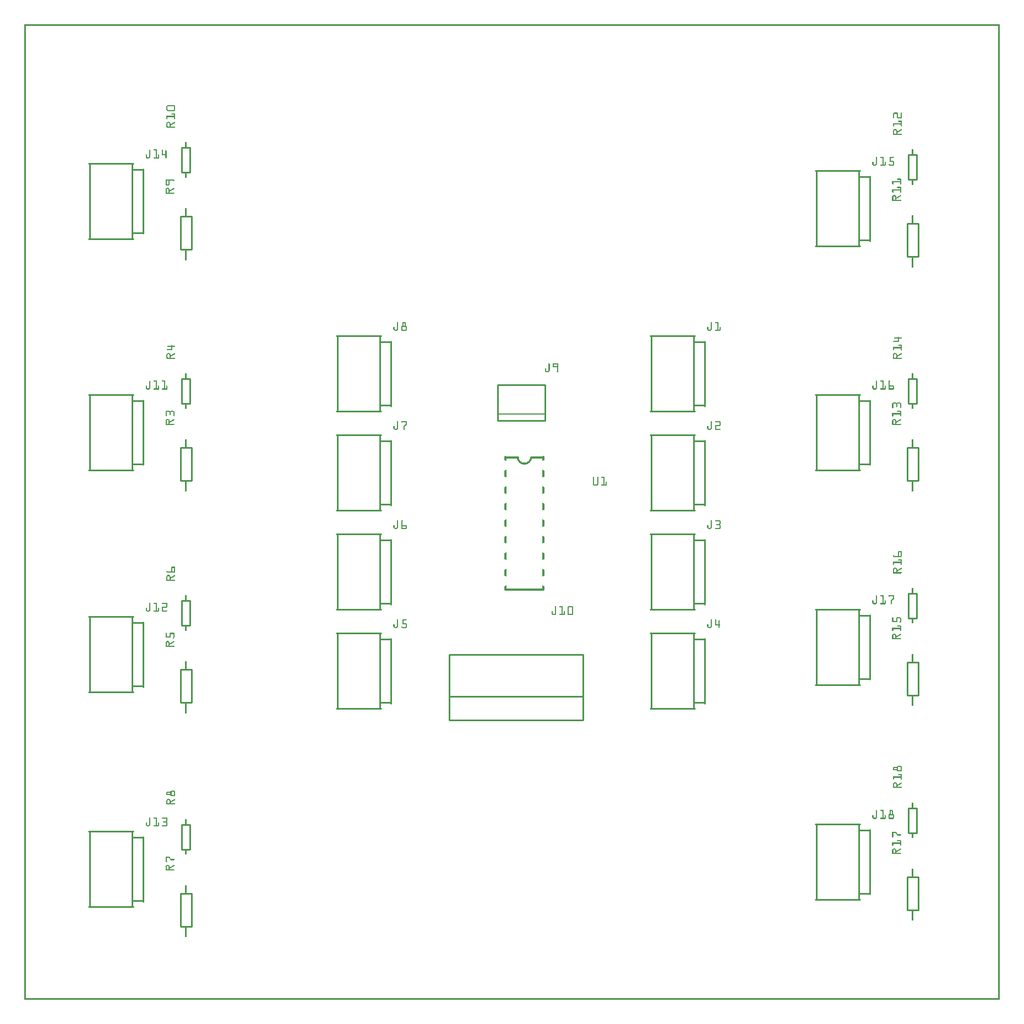
<source format=gto>
G04 MADE WITH FRITZING*
G04 WWW.FRITZING.ORG*
G04 DOUBLE SIDED*
G04 HOLES PLATED*
G04 CONTOUR ON CENTER OF CONTOUR VECTOR*
%ASAXBY*%
%FSLAX23Y23*%
%MOIN*%
%OFA0B0*%
%SFA1.0B1.0*%
%ADD10C,0.012000*%
%ADD11C,0.010000*%
%ADD12C,0.009650*%
%ADD13C,0.005000*%
%ADD14C,0.010417*%
%ADD15R,0.001000X0.001000*%
%LNSILK1*%
G90*
G70*
G54D10*
X3143Y2485D02*
X2913Y2485D01*
D02*
X3143Y3285D02*
X3068Y3285D01*
D02*
X2913Y3285D02*
X2988Y3285D01*
G54D11*
D02*
X1894Y4014D02*
X1894Y3569D01*
D02*
X2157Y3600D02*
X2214Y3600D01*
G54D12*
D02*
X2219Y3595D02*
X2219Y3988D01*
G54D11*
D02*
X2157Y4019D02*
X1889Y4019D01*
D02*
X2151Y3569D02*
X2151Y4014D01*
D02*
X1889Y3564D02*
X2157Y3564D01*
D02*
X2157Y3983D02*
X2214Y3983D01*
D02*
X1894Y3414D02*
X1894Y2969D01*
D02*
X2157Y3000D02*
X2214Y3000D01*
G54D12*
D02*
X2219Y2995D02*
X2219Y3388D01*
G54D11*
D02*
X2157Y3419D02*
X1889Y3419D01*
D02*
X2151Y2969D02*
X2151Y3414D01*
D02*
X1889Y2964D02*
X2157Y2964D01*
D02*
X2157Y3383D02*
X2214Y3383D01*
D02*
X1894Y2814D02*
X1894Y2369D01*
D02*
X2157Y2400D02*
X2214Y2400D01*
G54D12*
D02*
X2219Y2395D02*
X2219Y2788D01*
G54D11*
D02*
X2157Y2819D02*
X1889Y2819D01*
D02*
X2151Y2369D02*
X2151Y2814D01*
D02*
X1889Y2364D02*
X2157Y2364D01*
D02*
X2157Y2783D02*
X2214Y2783D01*
D02*
X1894Y2214D02*
X1894Y1769D01*
D02*
X2157Y1800D02*
X2214Y1800D01*
G54D12*
D02*
X2219Y1795D02*
X2219Y2188D01*
G54D11*
D02*
X2157Y2219D02*
X1889Y2219D01*
D02*
X2151Y1769D02*
X2151Y2214D01*
D02*
X1889Y1764D02*
X2157Y1764D01*
D02*
X2157Y2183D02*
X2214Y2183D01*
D02*
X3794Y2214D02*
X3794Y1769D01*
D02*
X4057Y1800D02*
X4114Y1800D01*
G54D12*
D02*
X4119Y1795D02*
X4119Y2188D01*
G54D11*
D02*
X4057Y2219D02*
X3789Y2219D01*
D02*
X4051Y1769D02*
X4051Y2214D01*
D02*
X3789Y1764D02*
X4057Y1764D01*
D02*
X4057Y2183D02*
X4114Y2183D01*
D02*
X3794Y2814D02*
X3794Y2369D01*
D02*
X4057Y2400D02*
X4114Y2400D01*
G54D12*
D02*
X4119Y2395D02*
X4119Y2788D01*
G54D11*
D02*
X4057Y2819D02*
X3789Y2819D01*
D02*
X4051Y2369D02*
X4051Y2814D01*
D02*
X3789Y2364D02*
X4057Y2364D01*
D02*
X4057Y2783D02*
X4114Y2783D01*
D02*
X3794Y3414D02*
X3794Y2969D01*
D02*
X4057Y3000D02*
X4114Y3000D01*
G54D12*
D02*
X4119Y2995D02*
X4119Y3388D01*
G54D11*
D02*
X4057Y3419D02*
X3789Y3419D01*
D02*
X4051Y2969D02*
X4051Y3414D01*
D02*
X3789Y2964D02*
X4057Y2964D01*
D02*
X4057Y3383D02*
X4114Y3383D01*
D02*
X3794Y4014D02*
X3794Y3569D01*
D02*
X4057Y3600D02*
X4114Y3600D01*
G54D12*
D02*
X4119Y3595D02*
X4119Y3988D01*
G54D11*
D02*
X4057Y4019D02*
X3789Y4019D01*
D02*
X4051Y3569D02*
X4051Y4014D01*
D02*
X3789Y3564D02*
X4057Y3564D01*
D02*
X4057Y3983D02*
X4114Y3983D01*
D02*
X3152Y3723D02*
X2866Y3723D01*
D02*
X2866Y3723D02*
X2866Y3507D01*
D02*
X2866Y3507D02*
X3152Y3507D01*
D02*
X3152Y3507D02*
X3152Y3723D01*
G54D13*
D02*
X2866Y3547D02*
X3152Y3547D01*
G54D14*
D02*
X3383Y2090D02*
X2573Y2090D01*
D02*
X2573Y2090D02*
X2573Y1695D01*
D02*
X2573Y1695D02*
X3383Y1695D01*
D02*
X3383Y1695D02*
X3383Y2090D01*
D02*
X2573Y1837D02*
X3383Y1837D01*
G54D11*
D02*
X945Y3145D02*
X945Y3345D01*
D02*
X945Y3345D02*
X1011Y3345D01*
D02*
X1011Y3345D02*
X1011Y3145D01*
D02*
X1011Y3145D02*
X945Y3145D01*
D02*
X953Y3610D02*
X953Y3760D01*
D02*
X953Y3760D02*
X1003Y3760D01*
D02*
X1003Y3760D02*
X1003Y3610D01*
D02*
X1003Y3610D02*
X953Y3610D01*
D02*
X394Y3658D02*
X394Y3213D01*
D02*
X657Y3244D02*
X714Y3244D01*
G54D12*
D02*
X719Y3239D02*
X719Y3632D01*
G54D11*
D02*
X657Y3663D02*
X389Y3663D01*
D02*
X651Y3213D02*
X651Y3658D01*
D02*
X389Y3208D02*
X657Y3208D01*
D02*
X657Y3627D02*
X714Y3627D01*
D02*
X945Y1801D02*
X945Y2001D01*
D02*
X945Y2001D02*
X1011Y2001D01*
D02*
X1011Y2001D02*
X1011Y1801D01*
D02*
X1011Y1801D02*
X945Y1801D01*
D02*
X953Y2266D02*
X953Y2416D01*
D02*
X953Y2416D02*
X1003Y2416D01*
D02*
X1003Y2416D02*
X1003Y2266D01*
D02*
X1003Y2266D02*
X953Y2266D01*
D02*
X394Y2314D02*
X394Y1869D01*
D02*
X657Y1900D02*
X714Y1900D01*
G54D12*
D02*
X719Y1895D02*
X719Y2288D01*
G54D11*
D02*
X657Y2319D02*
X389Y2319D01*
D02*
X651Y1869D02*
X651Y2314D01*
D02*
X389Y1864D02*
X657Y1864D01*
D02*
X657Y2283D02*
X714Y2283D01*
D02*
X945Y445D02*
X945Y645D01*
D02*
X945Y645D02*
X1011Y645D01*
D02*
X1011Y645D02*
X1011Y445D01*
D02*
X1011Y445D02*
X945Y445D01*
D02*
X953Y910D02*
X953Y1060D01*
D02*
X953Y1060D02*
X1003Y1060D01*
D02*
X1003Y1060D02*
X1003Y910D01*
D02*
X1003Y910D02*
X953Y910D01*
D02*
X394Y1014D02*
X394Y569D01*
D02*
X657Y600D02*
X714Y600D01*
G54D12*
D02*
X719Y595D02*
X719Y988D01*
G54D11*
D02*
X657Y1019D02*
X389Y1019D01*
D02*
X651Y569D02*
X651Y1014D01*
D02*
X389Y564D02*
X657Y564D01*
D02*
X657Y983D02*
X714Y983D01*
D02*
X945Y4545D02*
X945Y4745D01*
D02*
X945Y4745D02*
X1011Y4745D01*
D02*
X1011Y4745D02*
X1011Y4545D01*
D02*
X1011Y4545D02*
X945Y4545D01*
D02*
X953Y5010D02*
X953Y5160D01*
D02*
X953Y5160D02*
X1003Y5160D01*
D02*
X1003Y5160D02*
X1003Y5010D01*
D02*
X1003Y5010D02*
X953Y5010D01*
D02*
X394Y5058D02*
X394Y4613D01*
D02*
X657Y4644D02*
X714Y4644D01*
G54D12*
D02*
X719Y4639D02*
X719Y5032D01*
G54D11*
D02*
X657Y5063D02*
X389Y5063D01*
D02*
X651Y4613D02*
X651Y5058D01*
D02*
X389Y4608D02*
X657Y4608D01*
D02*
X657Y5027D02*
X714Y5027D01*
D02*
X5345Y4501D02*
X5345Y4701D01*
D02*
X5345Y4701D02*
X5411Y4701D01*
D02*
X5411Y4701D02*
X5411Y4501D01*
D02*
X5411Y4501D02*
X5345Y4501D01*
D02*
X5353Y4966D02*
X5353Y5116D01*
D02*
X5353Y5116D02*
X5403Y5116D01*
D02*
X5403Y5116D02*
X5403Y4966D01*
D02*
X5403Y4966D02*
X5353Y4966D01*
D02*
X4794Y5014D02*
X4794Y4569D01*
D02*
X5057Y4600D02*
X5114Y4600D01*
G54D12*
D02*
X5119Y4595D02*
X5119Y4988D01*
G54D11*
D02*
X5057Y5019D02*
X4789Y5019D01*
D02*
X5051Y4569D02*
X5051Y5014D01*
D02*
X4789Y4564D02*
X5057Y4564D01*
D02*
X5057Y4983D02*
X5114Y4983D01*
D02*
X5345Y3145D02*
X5345Y3345D01*
D02*
X5345Y3345D02*
X5411Y3345D01*
D02*
X5411Y3345D02*
X5411Y3145D01*
D02*
X5411Y3145D02*
X5345Y3145D01*
D02*
X5353Y3610D02*
X5353Y3760D01*
D02*
X5353Y3760D02*
X5403Y3760D01*
D02*
X5403Y3760D02*
X5403Y3610D01*
D02*
X5403Y3610D02*
X5353Y3610D01*
D02*
X4794Y3658D02*
X4794Y3213D01*
D02*
X5057Y3244D02*
X5114Y3244D01*
G54D12*
D02*
X5119Y3239D02*
X5119Y3632D01*
G54D11*
D02*
X5057Y3663D02*
X4789Y3663D01*
D02*
X5051Y3213D02*
X5051Y3658D01*
D02*
X4789Y3208D02*
X5057Y3208D01*
D02*
X5057Y3627D02*
X5114Y3627D01*
D02*
X5345Y1845D02*
X5345Y2045D01*
D02*
X5345Y2045D02*
X5411Y2045D01*
D02*
X5411Y2045D02*
X5411Y1845D01*
D02*
X5411Y1845D02*
X5345Y1845D01*
D02*
X5353Y2310D02*
X5353Y2460D01*
D02*
X5353Y2460D02*
X5403Y2460D01*
D02*
X5403Y2460D02*
X5403Y2310D01*
D02*
X5403Y2310D02*
X5353Y2310D01*
D02*
X4794Y2358D02*
X4794Y1913D01*
D02*
X5057Y1944D02*
X5114Y1944D01*
G54D12*
D02*
X5119Y1939D02*
X5119Y2332D01*
G54D11*
D02*
X5057Y2363D02*
X4789Y2363D01*
D02*
X5051Y1913D02*
X5051Y2358D01*
D02*
X4789Y1908D02*
X5057Y1908D01*
D02*
X5057Y2327D02*
X5114Y2327D01*
D02*
X5345Y545D02*
X5345Y745D01*
D02*
X5345Y745D02*
X5411Y745D01*
D02*
X5411Y745D02*
X5411Y545D01*
D02*
X5411Y545D02*
X5345Y545D01*
D02*
X5353Y1010D02*
X5353Y1160D01*
D02*
X5353Y1160D02*
X5403Y1160D01*
D02*
X5403Y1160D02*
X5403Y1010D01*
D02*
X5403Y1010D02*
X5353Y1010D01*
D02*
X4794Y1058D02*
X4794Y613D01*
D02*
X5057Y644D02*
X5114Y644D01*
G54D12*
D02*
X5119Y639D02*
X5119Y1032D01*
G54D11*
D02*
X5057Y1063D02*
X4789Y1063D01*
D02*
X5051Y613D02*
X5051Y1058D01*
D02*
X4789Y608D02*
X5057Y608D01*
D02*
X5057Y1027D02*
X5114Y1027D01*
G54D15*
X0Y5906D02*
X5904Y5906D01*
X0Y5905D02*
X5904Y5905D01*
X0Y5904D02*
X5904Y5904D01*
X0Y5903D02*
X5904Y5903D01*
X0Y5902D02*
X5904Y5902D01*
X0Y5901D02*
X5904Y5901D01*
X0Y5900D02*
X5904Y5900D01*
X0Y5899D02*
X5904Y5899D01*
X0Y5898D02*
X7Y5898D01*
X5897Y5898D02*
X5904Y5898D01*
X0Y5897D02*
X7Y5897D01*
X5897Y5897D02*
X5904Y5897D01*
X0Y5896D02*
X7Y5896D01*
X5897Y5896D02*
X5904Y5896D01*
X0Y5895D02*
X7Y5895D01*
X5897Y5895D02*
X5904Y5895D01*
X0Y5894D02*
X7Y5894D01*
X5897Y5894D02*
X5904Y5894D01*
X0Y5893D02*
X7Y5893D01*
X5897Y5893D02*
X5904Y5893D01*
X0Y5892D02*
X7Y5892D01*
X5897Y5892D02*
X5904Y5892D01*
X0Y5891D02*
X7Y5891D01*
X5897Y5891D02*
X5904Y5891D01*
X0Y5890D02*
X7Y5890D01*
X5897Y5890D02*
X5904Y5890D01*
X0Y5889D02*
X7Y5889D01*
X5897Y5889D02*
X5904Y5889D01*
X0Y5888D02*
X7Y5888D01*
X5897Y5888D02*
X5904Y5888D01*
X0Y5887D02*
X7Y5887D01*
X5897Y5887D02*
X5904Y5887D01*
X0Y5886D02*
X7Y5886D01*
X5897Y5886D02*
X5904Y5886D01*
X0Y5885D02*
X7Y5885D01*
X5897Y5885D02*
X5904Y5885D01*
X0Y5884D02*
X7Y5884D01*
X5897Y5884D02*
X5904Y5884D01*
X0Y5883D02*
X7Y5883D01*
X5897Y5883D02*
X5904Y5883D01*
X0Y5882D02*
X7Y5882D01*
X5897Y5882D02*
X5904Y5882D01*
X0Y5881D02*
X7Y5881D01*
X5897Y5881D02*
X5904Y5881D01*
X0Y5880D02*
X7Y5880D01*
X5897Y5880D02*
X5904Y5880D01*
X0Y5879D02*
X7Y5879D01*
X5897Y5879D02*
X5904Y5879D01*
X0Y5878D02*
X7Y5878D01*
X5897Y5878D02*
X5904Y5878D01*
X0Y5877D02*
X7Y5877D01*
X5897Y5877D02*
X5904Y5877D01*
X0Y5876D02*
X7Y5876D01*
X5897Y5876D02*
X5904Y5876D01*
X0Y5875D02*
X7Y5875D01*
X5897Y5875D02*
X5904Y5875D01*
X0Y5874D02*
X7Y5874D01*
X5897Y5874D02*
X5904Y5874D01*
X0Y5873D02*
X7Y5873D01*
X5897Y5873D02*
X5904Y5873D01*
X0Y5872D02*
X7Y5872D01*
X5897Y5872D02*
X5904Y5872D01*
X0Y5871D02*
X7Y5871D01*
X5897Y5871D02*
X5904Y5871D01*
X0Y5870D02*
X7Y5870D01*
X5897Y5870D02*
X5904Y5870D01*
X0Y5869D02*
X7Y5869D01*
X5897Y5869D02*
X5904Y5869D01*
X0Y5868D02*
X7Y5868D01*
X5897Y5868D02*
X5904Y5868D01*
X0Y5867D02*
X7Y5867D01*
X5897Y5867D02*
X5904Y5867D01*
X0Y5866D02*
X7Y5866D01*
X5897Y5866D02*
X5904Y5866D01*
X0Y5865D02*
X7Y5865D01*
X5897Y5865D02*
X5904Y5865D01*
X0Y5864D02*
X7Y5864D01*
X5897Y5864D02*
X5904Y5864D01*
X0Y5863D02*
X7Y5863D01*
X5897Y5863D02*
X5904Y5863D01*
X0Y5862D02*
X7Y5862D01*
X5897Y5862D02*
X5904Y5862D01*
X0Y5861D02*
X7Y5861D01*
X5897Y5861D02*
X5904Y5861D01*
X0Y5860D02*
X7Y5860D01*
X5897Y5860D02*
X5904Y5860D01*
X0Y5859D02*
X7Y5859D01*
X5897Y5859D02*
X5904Y5859D01*
X0Y5858D02*
X7Y5858D01*
X5897Y5858D02*
X5904Y5858D01*
X0Y5857D02*
X7Y5857D01*
X5897Y5857D02*
X5904Y5857D01*
X0Y5856D02*
X7Y5856D01*
X5897Y5856D02*
X5904Y5856D01*
X0Y5855D02*
X7Y5855D01*
X5897Y5855D02*
X5904Y5855D01*
X0Y5854D02*
X7Y5854D01*
X5897Y5854D02*
X5904Y5854D01*
X0Y5853D02*
X7Y5853D01*
X5897Y5853D02*
X5904Y5853D01*
X0Y5852D02*
X7Y5852D01*
X5897Y5852D02*
X5904Y5852D01*
X0Y5851D02*
X7Y5851D01*
X5897Y5851D02*
X5904Y5851D01*
X0Y5850D02*
X7Y5850D01*
X5897Y5850D02*
X5904Y5850D01*
X0Y5849D02*
X7Y5849D01*
X5897Y5849D02*
X5904Y5849D01*
X0Y5848D02*
X7Y5848D01*
X5897Y5848D02*
X5904Y5848D01*
X0Y5847D02*
X7Y5847D01*
X5897Y5847D02*
X5904Y5847D01*
X0Y5846D02*
X7Y5846D01*
X5897Y5846D02*
X5904Y5846D01*
X0Y5845D02*
X7Y5845D01*
X5897Y5845D02*
X5904Y5845D01*
X0Y5844D02*
X7Y5844D01*
X5897Y5844D02*
X5904Y5844D01*
X0Y5843D02*
X7Y5843D01*
X5897Y5843D02*
X5904Y5843D01*
X0Y5842D02*
X7Y5842D01*
X5897Y5842D02*
X5904Y5842D01*
X0Y5841D02*
X7Y5841D01*
X5897Y5841D02*
X5904Y5841D01*
X0Y5840D02*
X7Y5840D01*
X5897Y5840D02*
X5904Y5840D01*
X0Y5839D02*
X7Y5839D01*
X5897Y5839D02*
X5904Y5839D01*
X0Y5838D02*
X7Y5838D01*
X5897Y5838D02*
X5904Y5838D01*
X0Y5837D02*
X7Y5837D01*
X5897Y5837D02*
X5904Y5837D01*
X0Y5836D02*
X7Y5836D01*
X5897Y5836D02*
X5904Y5836D01*
X0Y5835D02*
X7Y5835D01*
X5897Y5835D02*
X5904Y5835D01*
X0Y5834D02*
X7Y5834D01*
X5897Y5834D02*
X5904Y5834D01*
X0Y5833D02*
X7Y5833D01*
X5897Y5833D02*
X5904Y5833D01*
X0Y5832D02*
X7Y5832D01*
X5897Y5832D02*
X5904Y5832D01*
X0Y5831D02*
X7Y5831D01*
X5897Y5831D02*
X5904Y5831D01*
X0Y5830D02*
X7Y5830D01*
X5897Y5830D02*
X5904Y5830D01*
X0Y5829D02*
X7Y5829D01*
X5897Y5829D02*
X5904Y5829D01*
X0Y5828D02*
X7Y5828D01*
X5897Y5828D02*
X5904Y5828D01*
X0Y5827D02*
X7Y5827D01*
X5897Y5827D02*
X5904Y5827D01*
X0Y5826D02*
X7Y5826D01*
X5897Y5826D02*
X5904Y5826D01*
X0Y5825D02*
X7Y5825D01*
X5897Y5825D02*
X5904Y5825D01*
X0Y5824D02*
X7Y5824D01*
X5897Y5824D02*
X5904Y5824D01*
X0Y5823D02*
X7Y5823D01*
X5897Y5823D02*
X5904Y5823D01*
X0Y5822D02*
X7Y5822D01*
X5897Y5822D02*
X5904Y5822D01*
X0Y5821D02*
X7Y5821D01*
X5897Y5821D02*
X5904Y5821D01*
X0Y5820D02*
X7Y5820D01*
X5897Y5820D02*
X5904Y5820D01*
X0Y5819D02*
X7Y5819D01*
X5897Y5819D02*
X5904Y5819D01*
X0Y5818D02*
X7Y5818D01*
X5897Y5818D02*
X5904Y5818D01*
X0Y5817D02*
X7Y5817D01*
X5897Y5817D02*
X5904Y5817D01*
X0Y5816D02*
X7Y5816D01*
X5897Y5816D02*
X5904Y5816D01*
X0Y5815D02*
X7Y5815D01*
X5897Y5815D02*
X5904Y5815D01*
X0Y5814D02*
X7Y5814D01*
X5897Y5814D02*
X5904Y5814D01*
X0Y5813D02*
X7Y5813D01*
X5897Y5813D02*
X5904Y5813D01*
X0Y5812D02*
X7Y5812D01*
X5897Y5812D02*
X5904Y5812D01*
X0Y5811D02*
X7Y5811D01*
X5897Y5811D02*
X5904Y5811D01*
X0Y5810D02*
X7Y5810D01*
X5897Y5810D02*
X5904Y5810D01*
X0Y5809D02*
X7Y5809D01*
X5897Y5809D02*
X5904Y5809D01*
X0Y5808D02*
X7Y5808D01*
X5897Y5808D02*
X5904Y5808D01*
X0Y5807D02*
X7Y5807D01*
X5897Y5807D02*
X5904Y5807D01*
X0Y5806D02*
X7Y5806D01*
X5897Y5806D02*
X5904Y5806D01*
X0Y5805D02*
X7Y5805D01*
X5897Y5805D02*
X5904Y5805D01*
X0Y5804D02*
X7Y5804D01*
X5897Y5804D02*
X5904Y5804D01*
X0Y5803D02*
X7Y5803D01*
X5897Y5803D02*
X5904Y5803D01*
X0Y5802D02*
X7Y5802D01*
X5897Y5802D02*
X5904Y5802D01*
X0Y5801D02*
X7Y5801D01*
X5897Y5801D02*
X5904Y5801D01*
X0Y5800D02*
X7Y5800D01*
X5897Y5800D02*
X5904Y5800D01*
X0Y5799D02*
X7Y5799D01*
X5897Y5799D02*
X5904Y5799D01*
X0Y5798D02*
X7Y5798D01*
X5897Y5798D02*
X5904Y5798D01*
X0Y5797D02*
X7Y5797D01*
X5897Y5797D02*
X5904Y5797D01*
X0Y5796D02*
X7Y5796D01*
X5897Y5796D02*
X5904Y5796D01*
X0Y5795D02*
X7Y5795D01*
X5897Y5795D02*
X5904Y5795D01*
X0Y5794D02*
X7Y5794D01*
X5897Y5794D02*
X5904Y5794D01*
X0Y5793D02*
X7Y5793D01*
X5897Y5793D02*
X5904Y5793D01*
X0Y5792D02*
X7Y5792D01*
X5897Y5792D02*
X5904Y5792D01*
X0Y5791D02*
X7Y5791D01*
X5897Y5791D02*
X5904Y5791D01*
X0Y5790D02*
X7Y5790D01*
X5897Y5790D02*
X5904Y5790D01*
X0Y5789D02*
X7Y5789D01*
X5897Y5789D02*
X5904Y5789D01*
X0Y5788D02*
X7Y5788D01*
X5897Y5788D02*
X5904Y5788D01*
X0Y5787D02*
X7Y5787D01*
X5897Y5787D02*
X5904Y5787D01*
X0Y5786D02*
X7Y5786D01*
X5897Y5786D02*
X5904Y5786D01*
X0Y5785D02*
X7Y5785D01*
X5897Y5785D02*
X5904Y5785D01*
X0Y5784D02*
X7Y5784D01*
X5897Y5784D02*
X5904Y5784D01*
X0Y5783D02*
X7Y5783D01*
X5897Y5783D02*
X5904Y5783D01*
X0Y5782D02*
X7Y5782D01*
X5897Y5782D02*
X5904Y5782D01*
X0Y5781D02*
X7Y5781D01*
X5897Y5781D02*
X5904Y5781D01*
X0Y5780D02*
X7Y5780D01*
X5897Y5780D02*
X5904Y5780D01*
X0Y5779D02*
X7Y5779D01*
X5897Y5779D02*
X5904Y5779D01*
X0Y5778D02*
X7Y5778D01*
X5897Y5778D02*
X5904Y5778D01*
X0Y5777D02*
X7Y5777D01*
X5897Y5777D02*
X5904Y5777D01*
X0Y5776D02*
X7Y5776D01*
X5897Y5776D02*
X5904Y5776D01*
X0Y5775D02*
X7Y5775D01*
X5897Y5775D02*
X5904Y5775D01*
X0Y5774D02*
X7Y5774D01*
X5897Y5774D02*
X5904Y5774D01*
X0Y5773D02*
X7Y5773D01*
X5897Y5773D02*
X5904Y5773D01*
X0Y5772D02*
X7Y5772D01*
X5897Y5772D02*
X5904Y5772D01*
X0Y5771D02*
X7Y5771D01*
X5897Y5771D02*
X5904Y5771D01*
X0Y5770D02*
X7Y5770D01*
X5897Y5770D02*
X5904Y5770D01*
X0Y5769D02*
X7Y5769D01*
X5897Y5769D02*
X5904Y5769D01*
X0Y5768D02*
X7Y5768D01*
X5897Y5768D02*
X5904Y5768D01*
X0Y5767D02*
X7Y5767D01*
X5897Y5767D02*
X5904Y5767D01*
X0Y5766D02*
X7Y5766D01*
X5897Y5766D02*
X5904Y5766D01*
X0Y5765D02*
X7Y5765D01*
X5897Y5765D02*
X5904Y5765D01*
X0Y5764D02*
X7Y5764D01*
X5897Y5764D02*
X5904Y5764D01*
X0Y5763D02*
X7Y5763D01*
X5897Y5763D02*
X5904Y5763D01*
X0Y5762D02*
X7Y5762D01*
X5897Y5762D02*
X5904Y5762D01*
X0Y5761D02*
X7Y5761D01*
X5897Y5761D02*
X5904Y5761D01*
X0Y5760D02*
X7Y5760D01*
X5897Y5760D02*
X5904Y5760D01*
X0Y5759D02*
X7Y5759D01*
X5897Y5759D02*
X5904Y5759D01*
X0Y5758D02*
X7Y5758D01*
X5897Y5758D02*
X5904Y5758D01*
X0Y5757D02*
X7Y5757D01*
X5897Y5757D02*
X5904Y5757D01*
X0Y5756D02*
X7Y5756D01*
X5897Y5756D02*
X5904Y5756D01*
X0Y5755D02*
X7Y5755D01*
X5897Y5755D02*
X5904Y5755D01*
X0Y5754D02*
X7Y5754D01*
X5897Y5754D02*
X5904Y5754D01*
X0Y5753D02*
X7Y5753D01*
X5897Y5753D02*
X5904Y5753D01*
X0Y5752D02*
X7Y5752D01*
X5897Y5752D02*
X5904Y5752D01*
X0Y5751D02*
X7Y5751D01*
X5897Y5751D02*
X5904Y5751D01*
X0Y5750D02*
X7Y5750D01*
X5897Y5750D02*
X5904Y5750D01*
X0Y5749D02*
X7Y5749D01*
X5897Y5749D02*
X5904Y5749D01*
X0Y5748D02*
X7Y5748D01*
X5897Y5748D02*
X5904Y5748D01*
X0Y5747D02*
X7Y5747D01*
X5897Y5747D02*
X5904Y5747D01*
X0Y5746D02*
X7Y5746D01*
X5897Y5746D02*
X5904Y5746D01*
X0Y5745D02*
X7Y5745D01*
X5897Y5745D02*
X5904Y5745D01*
X0Y5744D02*
X7Y5744D01*
X5897Y5744D02*
X5904Y5744D01*
X0Y5743D02*
X7Y5743D01*
X5897Y5743D02*
X5904Y5743D01*
X0Y5742D02*
X7Y5742D01*
X5897Y5742D02*
X5904Y5742D01*
X0Y5741D02*
X7Y5741D01*
X5897Y5741D02*
X5904Y5741D01*
X0Y5740D02*
X7Y5740D01*
X5897Y5740D02*
X5904Y5740D01*
X0Y5739D02*
X7Y5739D01*
X5897Y5739D02*
X5904Y5739D01*
X0Y5738D02*
X7Y5738D01*
X5897Y5738D02*
X5904Y5738D01*
X0Y5737D02*
X7Y5737D01*
X5897Y5737D02*
X5904Y5737D01*
X0Y5736D02*
X7Y5736D01*
X5897Y5736D02*
X5904Y5736D01*
X0Y5735D02*
X7Y5735D01*
X5897Y5735D02*
X5904Y5735D01*
X0Y5734D02*
X7Y5734D01*
X5897Y5734D02*
X5904Y5734D01*
X0Y5733D02*
X7Y5733D01*
X5897Y5733D02*
X5904Y5733D01*
X0Y5732D02*
X7Y5732D01*
X5897Y5732D02*
X5904Y5732D01*
X0Y5731D02*
X7Y5731D01*
X5897Y5731D02*
X5904Y5731D01*
X0Y5730D02*
X7Y5730D01*
X5897Y5730D02*
X5904Y5730D01*
X0Y5729D02*
X7Y5729D01*
X5897Y5729D02*
X5904Y5729D01*
X0Y5728D02*
X7Y5728D01*
X5897Y5728D02*
X5904Y5728D01*
X0Y5727D02*
X7Y5727D01*
X5897Y5727D02*
X5904Y5727D01*
X0Y5726D02*
X7Y5726D01*
X5897Y5726D02*
X5904Y5726D01*
X0Y5725D02*
X7Y5725D01*
X5897Y5725D02*
X5904Y5725D01*
X0Y5724D02*
X7Y5724D01*
X5897Y5724D02*
X5904Y5724D01*
X0Y5723D02*
X7Y5723D01*
X5897Y5723D02*
X5904Y5723D01*
X0Y5722D02*
X7Y5722D01*
X5897Y5722D02*
X5904Y5722D01*
X0Y5721D02*
X7Y5721D01*
X5897Y5721D02*
X5904Y5721D01*
X0Y5720D02*
X7Y5720D01*
X5897Y5720D02*
X5904Y5720D01*
X0Y5719D02*
X7Y5719D01*
X5897Y5719D02*
X5904Y5719D01*
X0Y5718D02*
X7Y5718D01*
X5897Y5718D02*
X5904Y5718D01*
X0Y5717D02*
X7Y5717D01*
X5897Y5717D02*
X5904Y5717D01*
X0Y5716D02*
X7Y5716D01*
X5897Y5716D02*
X5904Y5716D01*
X0Y5715D02*
X7Y5715D01*
X5897Y5715D02*
X5904Y5715D01*
X0Y5714D02*
X7Y5714D01*
X5897Y5714D02*
X5904Y5714D01*
X0Y5713D02*
X7Y5713D01*
X5897Y5713D02*
X5904Y5713D01*
X0Y5712D02*
X7Y5712D01*
X5897Y5712D02*
X5904Y5712D01*
X0Y5711D02*
X7Y5711D01*
X5897Y5711D02*
X5904Y5711D01*
X0Y5710D02*
X7Y5710D01*
X5897Y5710D02*
X5904Y5710D01*
X0Y5709D02*
X7Y5709D01*
X5897Y5709D02*
X5904Y5709D01*
X0Y5708D02*
X7Y5708D01*
X5897Y5708D02*
X5904Y5708D01*
X0Y5707D02*
X7Y5707D01*
X5897Y5707D02*
X5904Y5707D01*
X0Y5706D02*
X7Y5706D01*
X5897Y5706D02*
X5904Y5706D01*
X0Y5705D02*
X7Y5705D01*
X5897Y5705D02*
X5904Y5705D01*
X0Y5704D02*
X7Y5704D01*
X5897Y5704D02*
X5904Y5704D01*
X0Y5703D02*
X7Y5703D01*
X5897Y5703D02*
X5904Y5703D01*
X0Y5702D02*
X7Y5702D01*
X5897Y5702D02*
X5904Y5702D01*
X0Y5701D02*
X7Y5701D01*
X5897Y5701D02*
X5904Y5701D01*
X0Y5700D02*
X7Y5700D01*
X5897Y5700D02*
X5904Y5700D01*
X0Y5699D02*
X7Y5699D01*
X5897Y5699D02*
X5904Y5699D01*
X0Y5698D02*
X7Y5698D01*
X5897Y5698D02*
X5904Y5698D01*
X0Y5697D02*
X7Y5697D01*
X5897Y5697D02*
X5904Y5697D01*
X0Y5696D02*
X7Y5696D01*
X5897Y5696D02*
X5904Y5696D01*
X0Y5695D02*
X7Y5695D01*
X5897Y5695D02*
X5904Y5695D01*
X0Y5694D02*
X7Y5694D01*
X5897Y5694D02*
X5904Y5694D01*
X0Y5693D02*
X7Y5693D01*
X5897Y5693D02*
X5904Y5693D01*
X0Y5692D02*
X7Y5692D01*
X5897Y5692D02*
X5904Y5692D01*
X0Y5691D02*
X7Y5691D01*
X5897Y5691D02*
X5904Y5691D01*
X0Y5690D02*
X7Y5690D01*
X5897Y5690D02*
X5904Y5690D01*
X0Y5689D02*
X7Y5689D01*
X5897Y5689D02*
X5904Y5689D01*
X0Y5688D02*
X7Y5688D01*
X5897Y5688D02*
X5904Y5688D01*
X0Y5687D02*
X7Y5687D01*
X5897Y5687D02*
X5904Y5687D01*
X0Y5686D02*
X7Y5686D01*
X5897Y5686D02*
X5904Y5686D01*
X0Y5685D02*
X7Y5685D01*
X5897Y5685D02*
X5904Y5685D01*
X0Y5684D02*
X7Y5684D01*
X5897Y5684D02*
X5904Y5684D01*
X0Y5683D02*
X7Y5683D01*
X5897Y5683D02*
X5904Y5683D01*
X0Y5682D02*
X7Y5682D01*
X5897Y5682D02*
X5904Y5682D01*
X0Y5681D02*
X7Y5681D01*
X5897Y5681D02*
X5904Y5681D01*
X0Y5680D02*
X7Y5680D01*
X5897Y5680D02*
X5904Y5680D01*
X0Y5679D02*
X7Y5679D01*
X5897Y5679D02*
X5904Y5679D01*
X0Y5678D02*
X7Y5678D01*
X5897Y5678D02*
X5904Y5678D01*
X0Y5677D02*
X7Y5677D01*
X5897Y5677D02*
X5904Y5677D01*
X0Y5676D02*
X7Y5676D01*
X5897Y5676D02*
X5904Y5676D01*
X0Y5675D02*
X7Y5675D01*
X5897Y5675D02*
X5904Y5675D01*
X0Y5674D02*
X7Y5674D01*
X5897Y5674D02*
X5904Y5674D01*
X0Y5673D02*
X7Y5673D01*
X5897Y5673D02*
X5904Y5673D01*
X0Y5672D02*
X7Y5672D01*
X5897Y5672D02*
X5904Y5672D01*
X0Y5671D02*
X7Y5671D01*
X5897Y5671D02*
X5904Y5671D01*
X0Y5670D02*
X7Y5670D01*
X5897Y5670D02*
X5904Y5670D01*
X0Y5669D02*
X7Y5669D01*
X5897Y5669D02*
X5904Y5669D01*
X0Y5668D02*
X7Y5668D01*
X5897Y5668D02*
X5904Y5668D01*
X0Y5667D02*
X7Y5667D01*
X5897Y5667D02*
X5904Y5667D01*
X0Y5666D02*
X7Y5666D01*
X5897Y5666D02*
X5904Y5666D01*
X0Y5665D02*
X7Y5665D01*
X5897Y5665D02*
X5904Y5665D01*
X0Y5664D02*
X7Y5664D01*
X5897Y5664D02*
X5904Y5664D01*
X0Y5663D02*
X7Y5663D01*
X5897Y5663D02*
X5904Y5663D01*
X0Y5662D02*
X7Y5662D01*
X5897Y5662D02*
X5904Y5662D01*
X0Y5661D02*
X7Y5661D01*
X5897Y5661D02*
X5904Y5661D01*
X0Y5660D02*
X7Y5660D01*
X5897Y5660D02*
X5904Y5660D01*
X0Y5659D02*
X7Y5659D01*
X5897Y5659D02*
X5904Y5659D01*
X0Y5658D02*
X7Y5658D01*
X5897Y5658D02*
X5904Y5658D01*
X0Y5657D02*
X7Y5657D01*
X5897Y5657D02*
X5904Y5657D01*
X0Y5656D02*
X7Y5656D01*
X5897Y5656D02*
X5904Y5656D01*
X0Y5655D02*
X7Y5655D01*
X5897Y5655D02*
X5904Y5655D01*
X0Y5654D02*
X7Y5654D01*
X5897Y5654D02*
X5904Y5654D01*
X0Y5653D02*
X7Y5653D01*
X5897Y5653D02*
X5904Y5653D01*
X0Y5652D02*
X7Y5652D01*
X5897Y5652D02*
X5904Y5652D01*
X0Y5651D02*
X7Y5651D01*
X5897Y5651D02*
X5904Y5651D01*
X0Y5650D02*
X7Y5650D01*
X5897Y5650D02*
X5904Y5650D01*
X0Y5649D02*
X7Y5649D01*
X5897Y5649D02*
X5904Y5649D01*
X0Y5648D02*
X7Y5648D01*
X5897Y5648D02*
X5904Y5648D01*
X0Y5647D02*
X7Y5647D01*
X5897Y5647D02*
X5904Y5647D01*
X0Y5646D02*
X7Y5646D01*
X5897Y5646D02*
X5904Y5646D01*
X0Y5645D02*
X7Y5645D01*
X5897Y5645D02*
X5904Y5645D01*
X0Y5644D02*
X7Y5644D01*
X5897Y5644D02*
X5904Y5644D01*
X0Y5643D02*
X7Y5643D01*
X5897Y5643D02*
X5904Y5643D01*
X0Y5642D02*
X7Y5642D01*
X5897Y5642D02*
X5904Y5642D01*
X0Y5641D02*
X7Y5641D01*
X5897Y5641D02*
X5904Y5641D01*
X0Y5640D02*
X7Y5640D01*
X5897Y5640D02*
X5904Y5640D01*
X0Y5639D02*
X7Y5639D01*
X5897Y5639D02*
X5904Y5639D01*
X0Y5638D02*
X7Y5638D01*
X5897Y5638D02*
X5904Y5638D01*
X0Y5637D02*
X7Y5637D01*
X5897Y5637D02*
X5904Y5637D01*
X0Y5636D02*
X7Y5636D01*
X5897Y5636D02*
X5904Y5636D01*
X0Y5635D02*
X7Y5635D01*
X5897Y5635D02*
X5904Y5635D01*
X0Y5634D02*
X7Y5634D01*
X5897Y5634D02*
X5904Y5634D01*
X0Y5633D02*
X7Y5633D01*
X5897Y5633D02*
X5904Y5633D01*
X0Y5632D02*
X7Y5632D01*
X5897Y5632D02*
X5904Y5632D01*
X0Y5631D02*
X7Y5631D01*
X5897Y5631D02*
X5904Y5631D01*
X0Y5630D02*
X7Y5630D01*
X5897Y5630D02*
X5904Y5630D01*
X0Y5629D02*
X7Y5629D01*
X5897Y5629D02*
X5904Y5629D01*
X0Y5628D02*
X7Y5628D01*
X5897Y5628D02*
X5904Y5628D01*
X0Y5627D02*
X7Y5627D01*
X5897Y5627D02*
X5904Y5627D01*
X0Y5626D02*
X7Y5626D01*
X5897Y5626D02*
X5904Y5626D01*
X0Y5625D02*
X7Y5625D01*
X5897Y5625D02*
X5904Y5625D01*
X0Y5624D02*
X7Y5624D01*
X5897Y5624D02*
X5904Y5624D01*
X0Y5623D02*
X7Y5623D01*
X5897Y5623D02*
X5904Y5623D01*
X0Y5622D02*
X7Y5622D01*
X5897Y5622D02*
X5904Y5622D01*
X0Y5621D02*
X7Y5621D01*
X5897Y5621D02*
X5904Y5621D01*
X0Y5620D02*
X7Y5620D01*
X5897Y5620D02*
X5904Y5620D01*
X0Y5619D02*
X7Y5619D01*
X5897Y5619D02*
X5904Y5619D01*
X0Y5618D02*
X7Y5618D01*
X5897Y5618D02*
X5904Y5618D01*
X0Y5617D02*
X7Y5617D01*
X5897Y5617D02*
X5904Y5617D01*
X0Y5616D02*
X7Y5616D01*
X5897Y5616D02*
X5904Y5616D01*
X0Y5615D02*
X7Y5615D01*
X5897Y5615D02*
X5904Y5615D01*
X0Y5614D02*
X7Y5614D01*
X5897Y5614D02*
X5904Y5614D01*
X0Y5613D02*
X7Y5613D01*
X5897Y5613D02*
X5904Y5613D01*
X0Y5612D02*
X7Y5612D01*
X5897Y5612D02*
X5904Y5612D01*
X0Y5611D02*
X7Y5611D01*
X5897Y5611D02*
X5904Y5611D01*
X0Y5610D02*
X7Y5610D01*
X5897Y5610D02*
X5904Y5610D01*
X0Y5609D02*
X7Y5609D01*
X5897Y5609D02*
X5904Y5609D01*
X0Y5608D02*
X7Y5608D01*
X5897Y5608D02*
X5904Y5608D01*
X0Y5607D02*
X7Y5607D01*
X5897Y5607D02*
X5904Y5607D01*
X0Y5606D02*
X7Y5606D01*
X5897Y5606D02*
X5904Y5606D01*
X0Y5605D02*
X7Y5605D01*
X5897Y5605D02*
X5904Y5605D01*
X0Y5604D02*
X7Y5604D01*
X5897Y5604D02*
X5904Y5604D01*
X0Y5603D02*
X7Y5603D01*
X5897Y5603D02*
X5904Y5603D01*
X0Y5602D02*
X7Y5602D01*
X5897Y5602D02*
X5904Y5602D01*
X0Y5601D02*
X7Y5601D01*
X5897Y5601D02*
X5904Y5601D01*
X0Y5600D02*
X7Y5600D01*
X5897Y5600D02*
X5904Y5600D01*
X0Y5599D02*
X7Y5599D01*
X5897Y5599D02*
X5904Y5599D01*
X0Y5598D02*
X7Y5598D01*
X5897Y5598D02*
X5904Y5598D01*
X0Y5597D02*
X7Y5597D01*
X5897Y5597D02*
X5904Y5597D01*
X0Y5596D02*
X7Y5596D01*
X5897Y5596D02*
X5904Y5596D01*
X0Y5595D02*
X7Y5595D01*
X5897Y5595D02*
X5904Y5595D01*
X0Y5594D02*
X7Y5594D01*
X5897Y5594D02*
X5904Y5594D01*
X0Y5593D02*
X7Y5593D01*
X5897Y5593D02*
X5904Y5593D01*
X0Y5592D02*
X7Y5592D01*
X5897Y5592D02*
X5904Y5592D01*
X0Y5591D02*
X7Y5591D01*
X5897Y5591D02*
X5904Y5591D01*
X0Y5590D02*
X7Y5590D01*
X5897Y5590D02*
X5904Y5590D01*
X0Y5589D02*
X7Y5589D01*
X5897Y5589D02*
X5904Y5589D01*
X0Y5588D02*
X7Y5588D01*
X5897Y5588D02*
X5904Y5588D01*
X0Y5587D02*
X7Y5587D01*
X5897Y5587D02*
X5904Y5587D01*
X0Y5586D02*
X7Y5586D01*
X5897Y5586D02*
X5904Y5586D01*
X0Y5585D02*
X7Y5585D01*
X5897Y5585D02*
X5904Y5585D01*
X0Y5584D02*
X7Y5584D01*
X5897Y5584D02*
X5904Y5584D01*
X0Y5583D02*
X7Y5583D01*
X5897Y5583D02*
X5904Y5583D01*
X0Y5582D02*
X7Y5582D01*
X5897Y5582D02*
X5904Y5582D01*
X0Y5581D02*
X7Y5581D01*
X5897Y5581D02*
X5904Y5581D01*
X0Y5580D02*
X7Y5580D01*
X5897Y5580D02*
X5904Y5580D01*
X0Y5579D02*
X7Y5579D01*
X5897Y5579D02*
X5904Y5579D01*
X0Y5578D02*
X7Y5578D01*
X5897Y5578D02*
X5904Y5578D01*
X0Y5577D02*
X7Y5577D01*
X5897Y5577D02*
X5904Y5577D01*
X0Y5576D02*
X7Y5576D01*
X5897Y5576D02*
X5904Y5576D01*
X0Y5575D02*
X7Y5575D01*
X5897Y5575D02*
X5904Y5575D01*
X0Y5574D02*
X7Y5574D01*
X5897Y5574D02*
X5904Y5574D01*
X0Y5573D02*
X7Y5573D01*
X5897Y5573D02*
X5904Y5573D01*
X0Y5572D02*
X7Y5572D01*
X5897Y5572D02*
X5904Y5572D01*
X0Y5571D02*
X7Y5571D01*
X5897Y5571D02*
X5904Y5571D01*
X0Y5570D02*
X7Y5570D01*
X5897Y5570D02*
X5904Y5570D01*
X0Y5569D02*
X7Y5569D01*
X5897Y5569D02*
X5904Y5569D01*
X0Y5568D02*
X7Y5568D01*
X5897Y5568D02*
X5904Y5568D01*
X0Y5567D02*
X7Y5567D01*
X5897Y5567D02*
X5904Y5567D01*
X0Y5566D02*
X7Y5566D01*
X5897Y5566D02*
X5904Y5566D01*
X0Y5565D02*
X7Y5565D01*
X5897Y5565D02*
X5904Y5565D01*
X0Y5564D02*
X7Y5564D01*
X5897Y5564D02*
X5904Y5564D01*
X0Y5563D02*
X7Y5563D01*
X5897Y5563D02*
X5904Y5563D01*
X0Y5562D02*
X7Y5562D01*
X5897Y5562D02*
X5904Y5562D01*
X0Y5561D02*
X7Y5561D01*
X5897Y5561D02*
X5904Y5561D01*
X0Y5560D02*
X7Y5560D01*
X5897Y5560D02*
X5904Y5560D01*
X0Y5559D02*
X7Y5559D01*
X5897Y5559D02*
X5904Y5559D01*
X0Y5558D02*
X7Y5558D01*
X5897Y5558D02*
X5904Y5558D01*
X0Y5557D02*
X7Y5557D01*
X5897Y5557D02*
X5904Y5557D01*
X0Y5556D02*
X7Y5556D01*
X5897Y5556D02*
X5904Y5556D01*
X0Y5555D02*
X7Y5555D01*
X5897Y5555D02*
X5904Y5555D01*
X0Y5554D02*
X7Y5554D01*
X5897Y5554D02*
X5904Y5554D01*
X0Y5553D02*
X7Y5553D01*
X5897Y5553D02*
X5904Y5553D01*
X0Y5552D02*
X7Y5552D01*
X5897Y5552D02*
X5904Y5552D01*
X0Y5551D02*
X7Y5551D01*
X5897Y5551D02*
X5904Y5551D01*
X0Y5550D02*
X7Y5550D01*
X5897Y5550D02*
X5904Y5550D01*
X0Y5549D02*
X7Y5549D01*
X5897Y5549D02*
X5904Y5549D01*
X0Y5548D02*
X7Y5548D01*
X5897Y5548D02*
X5904Y5548D01*
X0Y5547D02*
X7Y5547D01*
X5897Y5547D02*
X5904Y5547D01*
X0Y5546D02*
X7Y5546D01*
X5897Y5546D02*
X5904Y5546D01*
X0Y5545D02*
X7Y5545D01*
X5897Y5545D02*
X5904Y5545D01*
X0Y5544D02*
X7Y5544D01*
X5897Y5544D02*
X5904Y5544D01*
X0Y5543D02*
X7Y5543D01*
X5897Y5543D02*
X5904Y5543D01*
X0Y5542D02*
X7Y5542D01*
X5897Y5542D02*
X5904Y5542D01*
X0Y5541D02*
X7Y5541D01*
X5897Y5541D02*
X5904Y5541D01*
X0Y5540D02*
X7Y5540D01*
X5897Y5540D02*
X5904Y5540D01*
X0Y5539D02*
X7Y5539D01*
X5897Y5539D02*
X5904Y5539D01*
X0Y5538D02*
X7Y5538D01*
X5897Y5538D02*
X5904Y5538D01*
X0Y5537D02*
X7Y5537D01*
X5897Y5537D02*
X5904Y5537D01*
X0Y5536D02*
X7Y5536D01*
X5897Y5536D02*
X5904Y5536D01*
X0Y5535D02*
X7Y5535D01*
X5897Y5535D02*
X5904Y5535D01*
X0Y5534D02*
X7Y5534D01*
X5897Y5534D02*
X5904Y5534D01*
X0Y5533D02*
X7Y5533D01*
X5897Y5533D02*
X5904Y5533D01*
X0Y5532D02*
X7Y5532D01*
X5897Y5532D02*
X5904Y5532D01*
X0Y5531D02*
X7Y5531D01*
X5897Y5531D02*
X5904Y5531D01*
X0Y5530D02*
X7Y5530D01*
X5897Y5530D02*
X5904Y5530D01*
X0Y5529D02*
X7Y5529D01*
X5897Y5529D02*
X5904Y5529D01*
X0Y5528D02*
X7Y5528D01*
X5897Y5528D02*
X5904Y5528D01*
X0Y5527D02*
X7Y5527D01*
X5897Y5527D02*
X5904Y5527D01*
X0Y5526D02*
X7Y5526D01*
X5897Y5526D02*
X5904Y5526D01*
X0Y5525D02*
X7Y5525D01*
X5897Y5525D02*
X5904Y5525D01*
X0Y5524D02*
X7Y5524D01*
X5897Y5524D02*
X5904Y5524D01*
X0Y5523D02*
X7Y5523D01*
X5897Y5523D02*
X5904Y5523D01*
X0Y5522D02*
X7Y5522D01*
X5897Y5522D02*
X5904Y5522D01*
X0Y5521D02*
X7Y5521D01*
X5897Y5521D02*
X5904Y5521D01*
X0Y5520D02*
X7Y5520D01*
X5897Y5520D02*
X5904Y5520D01*
X0Y5519D02*
X7Y5519D01*
X5897Y5519D02*
X5904Y5519D01*
X0Y5518D02*
X7Y5518D01*
X5897Y5518D02*
X5904Y5518D01*
X0Y5517D02*
X7Y5517D01*
X5897Y5517D02*
X5904Y5517D01*
X0Y5516D02*
X7Y5516D01*
X5897Y5516D02*
X5904Y5516D01*
X0Y5515D02*
X7Y5515D01*
X5897Y5515D02*
X5904Y5515D01*
X0Y5514D02*
X7Y5514D01*
X5897Y5514D02*
X5904Y5514D01*
X0Y5513D02*
X7Y5513D01*
X5897Y5513D02*
X5904Y5513D01*
X0Y5512D02*
X7Y5512D01*
X5897Y5512D02*
X5904Y5512D01*
X0Y5511D02*
X7Y5511D01*
X5897Y5511D02*
X5904Y5511D01*
X0Y5510D02*
X7Y5510D01*
X5897Y5510D02*
X5904Y5510D01*
X0Y5509D02*
X7Y5509D01*
X5897Y5509D02*
X5904Y5509D01*
X0Y5508D02*
X7Y5508D01*
X5897Y5508D02*
X5904Y5508D01*
X0Y5507D02*
X7Y5507D01*
X5897Y5507D02*
X5904Y5507D01*
X0Y5506D02*
X7Y5506D01*
X5897Y5506D02*
X5904Y5506D01*
X0Y5505D02*
X7Y5505D01*
X5897Y5505D02*
X5904Y5505D01*
X0Y5504D02*
X7Y5504D01*
X5897Y5504D02*
X5904Y5504D01*
X0Y5503D02*
X7Y5503D01*
X5897Y5503D02*
X5904Y5503D01*
X0Y5502D02*
X7Y5502D01*
X5897Y5502D02*
X5904Y5502D01*
X0Y5501D02*
X7Y5501D01*
X5897Y5501D02*
X5904Y5501D01*
X0Y5500D02*
X7Y5500D01*
X5897Y5500D02*
X5904Y5500D01*
X0Y5499D02*
X7Y5499D01*
X5897Y5499D02*
X5904Y5499D01*
X0Y5498D02*
X7Y5498D01*
X5897Y5498D02*
X5904Y5498D01*
X0Y5497D02*
X7Y5497D01*
X5897Y5497D02*
X5904Y5497D01*
X0Y5496D02*
X7Y5496D01*
X5897Y5496D02*
X5904Y5496D01*
X0Y5495D02*
X7Y5495D01*
X5897Y5495D02*
X5904Y5495D01*
X0Y5494D02*
X7Y5494D01*
X5897Y5494D02*
X5904Y5494D01*
X0Y5493D02*
X7Y5493D01*
X5897Y5493D02*
X5904Y5493D01*
X0Y5492D02*
X7Y5492D01*
X5897Y5492D02*
X5904Y5492D01*
X0Y5491D02*
X7Y5491D01*
X5897Y5491D02*
X5904Y5491D01*
X0Y5490D02*
X7Y5490D01*
X5897Y5490D02*
X5904Y5490D01*
X0Y5489D02*
X7Y5489D01*
X5897Y5489D02*
X5904Y5489D01*
X0Y5488D02*
X7Y5488D01*
X5897Y5488D02*
X5904Y5488D01*
X0Y5487D02*
X7Y5487D01*
X5897Y5487D02*
X5904Y5487D01*
X0Y5486D02*
X7Y5486D01*
X5897Y5486D02*
X5904Y5486D01*
X0Y5485D02*
X7Y5485D01*
X5897Y5485D02*
X5904Y5485D01*
X0Y5484D02*
X7Y5484D01*
X5897Y5484D02*
X5904Y5484D01*
X0Y5483D02*
X7Y5483D01*
X5897Y5483D02*
X5904Y5483D01*
X0Y5482D02*
X7Y5482D01*
X5897Y5482D02*
X5904Y5482D01*
X0Y5481D02*
X7Y5481D01*
X5897Y5481D02*
X5904Y5481D01*
X0Y5480D02*
X7Y5480D01*
X5897Y5480D02*
X5904Y5480D01*
X0Y5479D02*
X7Y5479D01*
X5897Y5479D02*
X5904Y5479D01*
X0Y5478D02*
X7Y5478D01*
X5897Y5478D02*
X5904Y5478D01*
X0Y5477D02*
X7Y5477D01*
X5897Y5477D02*
X5904Y5477D01*
X0Y5476D02*
X7Y5476D01*
X5897Y5476D02*
X5904Y5476D01*
X0Y5475D02*
X7Y5475D01*
X5897Y5475D02*
X5904Y5475D01*
X0Y5474D02*
X7Y5474D01*
X5897Y5474D02*
X5904Y5474D01*
X0Y5473D02*
X7Y5473D01*
X5897Y5473D02*
X5904Y5473D01*
X0Y5472D02*
X7Y5472D01*
X5897Y5472D02*
X5904Y5472D01*
X0Y5471D02*
X7Y5471D01*
X5897Y5471D02*
X5904Y5471D01*
X0Y5470D02*
X7Y5470D01*
X5897Y5470D02*
X5904Y5470D01*
X0Y5469D02*
X7Y5469D01*
X5897Y5469D02*
X5904Y5469D01*
X0Y5468D02*
X7Y5468D01*
X5897Y5468D02*
X5904Y5468D01*
X0Y5467D02*
X7Y5467D01*
X5897Y5467D02*
X5904Y5467D01*
X0Y5466D02*
X7Y5466D01*
X5897Y5466D02*
X5904Y5466D01*
X0Y5465D02*
X7Y5465D01*
X5897Y5465D02*
X5904Y5465D01*
X0Y5464D02*
X7Y5464D01*
X5897Y5464D02*
X5904Y5464D01*
X0Y5463D02*
X7Y5463D01*
X5897Y5463D02*
X5904Y5463D01*
X0Y5462D02*
X7Y5462D01*
X5897Y5462D02*
X5904Y5462D01*
X0Y5461D02*
X7Y5461D01*
X5897Y5461D02*
X5904Y5461D01*
X0Y5460D02*
X7Y5460D01*
X5897Y5460D02*
X5904Y5460D01*
X0Y5459D02*
X7Y5459D01*
X5897Y5459D02*
X5904Y5459D01*
X0Y5458D02*
X7Y5458D01*
X5897Y5458D02*
X5904Y5458D01*
X0Y5457D02*
X7Y5457D01*
X5897Y5457D02*
X5904Y5457D01*
X0Y5456D02*
X7Y5456D01*
X5897Y5456D02*
X5904Y5456D01*
X0Y5455D02*
X7Y5455D01*
X5897Y5455D02*
X5904Y5455D01*
X0Y5454D02*
X7Y5454D01*
X5897Y5454D02*
X5904Y5454D01*
X0Y5453D02*
X7Y5453D01*
X5897Y5453D02*
X5904Y5453D01*
X0Y5452D02*
X7Y5452D01*
X5897Y5452D02*
X5904Y5452D01*
X0Y5451D02*
X7Y5451D01*
X5897Y5451D02*
X5904Y5451D01*
X0Y5450D02*
X7Y5450D01*
X5897Y5450D02*
X5904Y5450D01*
X0Y5449D02*
X7Y5449D01*
X5897Y5449D02*
X5904Y5449D01*
X0Y5448D02*
X7Y5448D01*
X5897Y5448D02*
X5904Y5448D01*
X0Y5447D02*
X7Y5447D01*
X5897Y5447D02*
X5904Y5447D01*
X0Y5446D02*
X7Y5446D01*
X5897Y5446D02*
X5904Y5446D01*
X0Y5445D02*
X7Y5445D01*
X5897Y5445D02*
X5904Y5445D01*
X0Y5444D02*
X7Y5444D01*
X5897Y5444D02*
X5904Y5444D01*
X0Y5443D02*
X7Y5443D01*
X5897Y5443D02*
X5904Y5443D01*
X0Y5442D02*
X7Y5442D01*
X5897Y5442D02*
X5904Y5442D01*
X0Y5441D02*
X7Y5441D01*
X5897Y5441D02*
X5904Y5441D01*
X0Y5440D02*
X7Y5440D01*
X5897Y5440D02*
X5904Y5440D01*
X0Y5439D02*
X7Y5439D01*
X5897Y5439D02*
X5904Y5439D01*
X0Y5438D02*
X7Y5438D01*
X5897Y5438D02*
X5904Y5438D01*
X0Y5437D02*
X7Y5437D01*
X5897Y5437D02*
X5904Y5437D01*
X0Y5436D02*
X7Y5436D01*
X5897Y5436D02*
X5904Y5436D01*
X0Y5435D02*
X7Y5435D01*
X5897Y5435D02*
X5904Y5435D01*
X0Y5434D02*
X7Y5434D01*
X5897Y5434D02*
X5904Y5434D01*
X0Y5433D02*
X7Y5433D01*
X5897Y5433D02*
X5904Y5433D01*
X0Y5432D02*
X7Y5432D01*
X5897Y5432D02*
X5904Y5432D01*
X0Y5431D02*
X7Y5431D01*
X5897Y5431D02*
X5904Y5431D01*
X0Y5430D02*
X7Y5430D01*
X5897Y5430D02*
X5904Y5430D01*
X0Y5429D02*
X7Y5429D01*
X5897Y5429D02*
X5904Y5429D01*
X0Y5428D02*
X7Y5428D01*
X5897Y5428D02*
X5904Y5428D01*
X0Y5427D02*
X7Y5427D01*
X5897Y5427D02*
X5904Y5427D01*
X0Y5426D02*
X7Y5426D01*
X5897Y5426D02*
X5904Y5426D01*
X0Y5425D02*
X7Y5425D01*
X5897Y5425D02*
X5904Y5425D01*
X0Y5424D02*
X7Y5424D01*
X5897Y5424D02*
X5904Y5424D01*
X0Y5423D02*
X7Y5423D01*
X5897Y5423D02*
X5904Y5423D01*
X0Y5422D02*
X7Y5422D01*
X5897Y5422D02*
X5904Y5422D01*
X0Y5421D02*
X7Y5421D01*
X5897Y5421D02*
X5904Y5421D01*
X0Y5420D02*
X7Y5420D01*
X5897Y5420D02*
X5904Y5420D01*
X0Y5419D02*
X7Y5419D01*
X5897Y5419D02*
X5904Y5419D01*
X0Y5418D02*
X7Y5418D01*
X5897Y5418D02*
X5904Y5418D01*
X0Y5417D02*
X7Y5417D01*
X5897Y5417D02*
X5904Y5417D01*
X0Y5416D02*
X7Y5416D01*
X865Y5416D02*
X909Y5416D01*
X5897Y5416D02*
X5904Y5416D01*
X0Y5415D02*
X7Y5415D01*
X863Y5415D02*
X910Y5415D01*
X5897Y5415D02*
X5904Y5415D01*
X0Y5414D02*
X7Y5414D01*
X862Y5414D02*
X912Y5414D01*
X5897Y5414D02*
X5904Y5414D01*
X0Y5413D02*
X7Y5413D01*
X861Y5413D02*
X912Y5413D01*
X5897Y5413D02*
X5904Y5413D01*
X0Y5412D02*
X7Y5412D01*
X861Y5412D02*
X913Y5412D01*
X5897Y5412D02*
X5904Y5412D01*
X0Y5411D02*
X7Y5411D01*
X861Y5411D02*
X913Y5411D01*
X5897Y5411D02*
X5904Y5411D01*
X0Y5410D02*
X7Y5410D01*
X860Y5410D02*
X913Y5410D01*
X5897Y5410D02*
X5904Y5410D01*
X0Y5409D02*
X7Y5409D01*
X860Y5409D02*
X866Y5409D01*
X907Y5409D02*
X913Y5409D01*
X5897Y5409D02*
X5904Y5409D01*
X0Y5408D02*
X7Y5408D01*
X860Y5408D02*
X866Y5408D01*
X907Y5408D02*
X913Y5408D01*
X5897Y5408D02*
X5904Y5408D01*
X0Y5407D02*
X7Y5407D01*
X860Y5407D02*
X866Y5407D01*
X907Y5407D02*
X913Y5407D01*
X5897Y5407D02*
X5904Y5407D01*
X0Y5406D02*
X7Y5406D01*
X860Y5406D02*
X866Y5406D01*
X907Y5406D02*
X913Y5406D01*
X5897Y5406D02*
X5904Y5406D01*
X0Y5405D02*
X7Y5405D01*
X860Y5405D02*
X866Y5405D01*
X907Y5405D02*
X913Y5405D01*
X5897Y5405D02*
X5904Y5405D01*
X0Y5404D02*
X7Y5404D01*
X860Y5404D02*
X866Y5404D01*
X907Y5404D02*
X913Y5404D01*
X5897Y5404D02*
X5904Y5404D01*
X0Y5403D02*
X7Y5403D01*
X860Y5403D02*
X866Y5403D01*
X907Y5403D02*
X913Y5403D01*
X5897Y5403D02*
X5904Y5403D01*
X0Y5402D02*
X7Y5402D01*
X860Y5402D02*
X866Y5402D01*
X907Y5402D02*
X913Y5402D01*
X5897Y5402D02*
X5904Y5402D01*
X0Y5401D02*
X7Y5401D01*
X860Y5401D02*
X866Y5401D01*
X907Y5401D02*
X913Y5401D01*
X5897Y5401D02*
X5904Y5401D01*
X0Y5400D02*
X7Y5400D01*
X860Y5400D02*
X866Y5400D01*
X907Y5400D02*
X913Y5400D01*
X5897Y5400D02*
X5904Y5400D01*
X0Y5399D02*
X7Y5399D01*
X860Y5399D02*
X866Y5399D01*
X907Y5399D02*
X913Y5399D01*
X5897Y5399D02*
X5904Y5399D01*
X0Y5398D02*
X7Y5398D01*
X860Y5398D02*
X866Y5398D01*
X907Y5398D02*
X913Y5398D01*
X5897Y5398D02*
X5904Y5398D01*
X0Y5397D02*
X7Y5397D01*
X860Y5397D02*
X866Y5397D01*
X907Y5397D02*
X913Y5397D01*
X5897Y5397D02*
X5904Y5397D01*
X0Y5396D02*
X7Y5396D01*
X860Y5396D02*
X866Y5396D01*
X907Y5396D02*
X913Y5396D01*
X5897Y5396D02*
X5904Y5396D01*
X0Y5395D02*
X7Y5395D01*
X860Y5395D02*
X866Y5395D01*
X907Y5395D02*
X913Y5395D01*
X5897Y5395D02*
X5904Y5395D01*
X0Y5394D02*
X7Y5394D01*
X860Y5394D02*
X866Y5394D01*
X907Y5394D02*
X913Y5394D01*
X5897Y5394D02*
X5904Y5394D01*
X0Y5393D02*
X7Y5393D01*
X860Y5393D02*
X866Y5393D01*
X907Y5393D02*
X913Y5393D01*
X5897Y5393D02*
X5904Y5393D01*
X0Y5392D02*
X7Y5392D01*
X860Y5392D02*
X866Y5392D01*
X907Y5392D02*
X913Y5392D01*
X5897Y5392D02*
X5904Y5392D01*
X0Y5391D02*
X7Y5391D01*
X860Y5391D02*
X866Y5391D01*
X907Y5391D02*
X913Y5391D01*
X5897Y5391D02*
X5904Y5391D01*
X0Y5390D02*
X7Y5390D01*
X860Y5390D02*
X866Y5390D01*
X907Y5390D02*
X913Y5390D01*
X5897Y5390D02*
X5904Y5390D01*
X0Y5389D02*
X7Y5389D01*
X860Y5389D02*
X867Y5389D01*
X907Y5389D02*
X913Y5389D01*
X5897Y5389D02*
X5904Y5389D01*
X0Y5388D02*
X7Y5388D01*
X860Y5388D02*
X913Y5388D01*
X5897Y5388D02*
X5904Y5388D01*
X0Y5387D02*
X7Y5387D01*
X861Y5387D02*
X913Y5387D01*
X5897Y5387D02*
X5904Y5387D01*
X0Y5386D02*
X7Y5386D01*
X861Y5386D02*
X913Y5386D01*
X5897Y5386D02*
X5904Y5386D01*
X0Y5385D02*
X7Y5385D01*
X861Y5385D02*
X912Y5385D01*
X5897Y5385D02*
X5904Y5385D01*
X0Y5384D02*
X7Y5384D01*
X862Y5384D02*
X912Y5384D01*
X5897Y5384D02*
X5904Y5384D01*
X0Y5383D02*
X7Y5383D01*
X863Y5383D02*
X910Y5383D01*
X5897Y5383D02*
X5904Y5383D01*
X0Y5382D02*
X7Y5382D01*
X866Y5382D02*
X908Y5382D01*
X5897Y5382D02*
X5904Y5382D01*
X0Y5381D02*
X7Y5381D01*
X5897Y5381D02*
X5904Y5381D01*
X0Y5380D02*
X7Y5380D01*
X5897Y5380D02*
X5904Y5380D01*
X0Y5379D02*
X7Y5379D01*
X5897Y5379D02*
X5904Y5379D01*
X0Y5378D02*
X7Y5378D01*
X5897Y5378D02*
X5904Y5378D01*
X0Y5377D02*
X7Y5377D01*
X5897Y5377D02*
X5904Y5377D01*
X0Y5376D02*
X7Y5376D01*
X5897Y5376D02*
X5904Y5376D01*
X0Y5375D02*
X7Y5375D01*
X5897Y5375D02*
X5904Y5375D01*
X0Y5374D02*
X7Y5374D01*
X5897Y5374D02*
X5904Y5374D01*
X0Y5373D02*
X7Y5373D01*
X5897Y5373D02*
X5904Y5373D01*
X0Y5372D02*
X7Y5372D01*
X5265Y5372D02*
X5285Y5372D01*
X5309Y5372D02*
X5311Y5372D01*
X5897Y5372D02*
X5904Y5372D01*
X0Y5371D02*
X7Y5371D01*
X5263Y5371D02*
X5287Y5371D01*
X5308Y5371D02*
X5312Y5371D01*
X5897Y5371D02*
X5904Y5371D01*
X0Y5370D02*
X7Y5370D01*
X5262Y5370D02*
X5288Y5370D01*
X5307Y5370D02*
X5313Y5370D01*
X5897Y5370D02*
X5904Y5370D01*
X0Y5369D02*
X7Y5369D01*
X5261Y5369D02*
X5288Y5369D01*
X5307Y5369D02*
X5313Y5369D01*
X5897Y5369D02*
X5904Y5369D01*
X0Y5368D02*
X7Y5368D01*
X5260Y5368D02*
X5289Y5368D01*
X5307Y5368D02*
X5313Y5368D01*
X5897Y5368D02*
X5904Y5368D01*
X0Y5367D02*
X7Y5367D01*
X5260Y5367D02*
X5289Y5367D01*
X5307Y5367D02*
X5313Y5367D01*
X5897Y5367D02*
X5904Y5367D01*
X0Y5366D02*
X7Y5366D01*
X892Y5366D02*
X911Y5366D01*
X5260Y5366D02*
X5289Y5366D01*
X5307Y5366D02*
X5313Y5366D01*
X5897Y5366D02*
X5904Y5366D01*
X0Y5365D02*
X7Y5365D01*
X891Y5365D02*
X913Y5365D01*
X5260Y5365D02*
X5266Y5365D01*
X5283Y5365D02*
X5289Y5365D01*
X5307Y5365D02*
X5313Y5365D01*
X5897Y5365D02*
X5904Y5365D01*
X0Y5364D02*
X7Y5364D01*
X890Y5364D02*
X913Y5364D01*
X5260Y5364D02*
X5266Y5364D01*
X5284Y5364D02*
X5289Y5364D01*
X5307Y5364D02*
X5313Y5364D01*
X5897Y5364D02*
X5904Y5364D01*
X0Y5363D02*
X7Y5363D01*
X890Y5363D02*
X913Y5363D01*
X5260Y5363D02*
X5266Y5363D01*
X5284Y5363D02*
X5289Y5363D01*
X5307Y5363D02*
X5313Y5363D01*
X5897Y5363D02*
X5904Y5363D01*
X0Y5362D02*
X7Y5362D01*
X890Y5362D02*
X913Y5362D01*
X5260Y5362D02*
X5266Y5362D01*
X5284Y5362D02*
X5289Y5362D01*
X5307Y5362D02*
X5313Y5362D01*
X5897Y5362D02*
X5904Y5362D01*
X0Y5361D02*
X7Y5361D01*
X890Y5361D02*
X913Y5361D01*
X5260Y5361D02*
X5266Y5361D01*
X5284Y5361D02*
X5289Y5361D01*
X5307Y5361D02*
X5313Y5361D01*
X5897Y5361D02*
X5904Y5361D01*
X0Y5360D02*
X7Y5360D01*
X891Y5360D02*
X913Y5360D01*
X5260Y5360D02*
X5266Y5360D01*
X5284Y5360D02*
X5289Y5360D01*
X5307Y5360D02*
X5313Y5360D01*
X5897Y5360D02*
X5904Y5360D01*
X0Y5359D02*
X7Y5359D01*
X907Y5359D02*
X913Y5359D01*
X5260Y5359D02*
X5266Y5359D01*
X5284Y5359D02*
X5289Y5359D01*
X5307Y5359D02*
X5313Y5359D01*
X5897Y5359D02*
X5904Y5359D01*
X0Y5358D02*
X7Y5358D01*
X907Y5358D02*
X913Y5358D01*
X5260Y5358D02*
X5266Y5358D01*
X5284Y5358D02*
X5289Y5358D01*
X5307Y5358D02*
X5313Y5358D01*
X5897Y5358D02*
X5904Y5358D01*
X0Y5357D02*
X7Y5357D01*
X907Y5357D02*
X913Y5357D01*
X5260Y5357D02*
X5266Y5357D01*
X5284Y5357D02*
X5289Y5357D01*
X5307Y5357D02*
X5313Y5357D01*
X5897Y5357D02*
X5904Y5357D01*
X0Y5356D02*
X7Y5356D01*
X907Y5356D02*
X913Y5356D01*
X5260Y5356D02*
X5266Y5356D01*
X5284Y5356D02*
X5289Y5356D01*
X5307Y5356D02*
X5313Y5356D01*
X5897Y5356D02*
X5904Y5356D01*
X0Y5355D02*
X7Y5355D01*
X907Y5355D02*
X913Y5355D01*
X5260Y5355D02*
X5266Y5355D01*
X5284Y5355D02*
X5289Y5355D01*
X5307Y5355D02*
X5313Y5355D01*
X5897Y5355D02*
X5904Y5355D01*
X0Y5354D02*
X7Y5354D01*
X907Y5354D02*
X913Y5354D01*
X5260Y5354D02*
X5266Y5354D01*
X5284Y5354D02*
X5289Y5354D01*
X5307Y5354D02*
X5313Y5354D01*
X5897Y5354D02*
X5904Y5354D01*
X0Y5353D02*
X7Y5353D01*
X907Y5353D02*
X913Y5353D01*
X5260Y5353D02*
X5266Y5353D01*
X5284Y5353D02*
X5289Y5353D01*
X5307Y5353D02*
X5313Y5353D01*
X5897Y5353D02*
X5904Y5353D01*
X0Y5352D02*
X7Y5352D01*
X860Y5352D02*
X913Y5352D01*
X5260Y5352D02*
X5266Y5352D01*
X5284Y5352D02*
X5289Y5352D01*
X5307Y5352D02*
X5313Y5352D01*
X5897Y5352D02*
X5904Y5352D01*
X0Y5351D02*
X7Y5351D01*
X860Y5351D02*
X913Y5351D01*
X5260Y5351D02*
X5266Y5351D01*
X5284Y5351D02*
X5289Y5351D01*
X5307Y5351D02*
X5313Y5351D01*
X5897Y5351D02*
X5904Y5351D01*
X0Y5350D02*
X7Y5350D01*
X860Y5350D02*
X913Y5350D01*
X5260Y5350D02*
X5266Y5350D01*
X5284Y5350D02*
X5289Y5350D01*
X5307Y5350D02*
X5313Y5350D01*
X5897Y5350D02*
X5904Y5350D01*
X0Y5349D02*
X7Y5349D01*
X860Y5349D02*
X913Y5349D01*
X5260Y5349D02*
X5266Y5349D01*
X5284Y5349D02*
X5289Y5349D01*
X5307Y5349D02*
X5313Y5349D01*
X5897Y5349D02*
X5904Y5349D01*
X0Y5348D02*
X7Y5348D01*
X860Y5348D02*
X913Y5348D01*
X5260Y5348D02*
X5266Y5348D01*
X5284Y5348D02*
X5289Y5348D01*
X5307Y5348D02*
X5313Y5348D01*
X5897Y5348D02*
X5904Y5348D01*
X0Y5347D02*
X7Y5347D01*
X860Y5347D02*
X913Y5347D01*
X5260Y5347D02*
X5266Y5347D01*
X5284Y5347D02*
X5289Y5347D01*
X5307Y5347D02*
X5313Y5347D01*
X5897Y5347D02*
X5904Y5347D01*
X0Y5346D02*
X7Y5346D01*
X860Y5346D02*
X913Y5346D01*
X5260Y5346D02*
X5266Y5346D01*
X5284Y5346D02*
X5289Y5346D01*
X5307Y5346D02*
X5313Y5346D01*
X5897Y5346D02*
X5904Y5346D01*
X0Y5345D02*
X7Y5345D01*
X860Y5345D02*
X866Y5345D01*
X907Y5345D02*
X913Y5345D01*
X5260Y5345D02*
X5266Y5345D01*
X5284Y5345D02*
X5290Y5345D01*
X5307Y5345D02*
X5313Y5345D01*
X5897Y5345D02*
X5904Y5345D01*
X0Y5344D02*
X7Y5344D01*
X860Y5344D02*
X866Y5344D01*
X907Y5344D02*
X913Y5344D01*
X5260Y5344D02*
X5266Y5344D01*
X5284Y5344D02*
X5313Y5344D01*
X5897Y5344D02*
X5904Y5344D01*
X0Y5343D02*
X7Y5343D01*
X860Y5343D02*
X866Y5343D01*
X907Y5343D02*
X913Y5343D01*
X5260Y5343D02*
X5266Y5343D01*
X5284Y5343D02*
X5313Y5343D01*
X5897Y5343D02*
X5904Y5343D01*
X0Y5342D02*
X7Y5342D01*
X860Y5342D02*
X866Y5342D01*
X907Y5342D02*
X913Y5342D01*
X5260Y5342D02*
X5266Y5342D01*
X5284Y5342D02*
X5313Y5342D01*
X5897Y5342D02*
X5904Y5342D01*
X0Y5341D02*
X7Y5341D01*
X860Y5341D02*
X866Y5341D01*
X907Y5341D02*
X913Y5341D01*
X5260Y5341D02*
X5266Y5341D01*
X5285Y5341D02*
X5313Y5341D01*
X5897Y5341D02*
X5904Y5341D01*
X0Y5340D02*
X7Y5340D01*
X860Y5340D02*
X866Y5340D01*
X907Y5340D02*
X913Y5340D01*
X5260Y5340D02*
X5266Y5340D01*
X5285Y5340D02*
X5313Y5340D01*
X5897Y5340D02*
X5904Y5340D01*
X0Y5339D02*
X7Y5339D01*
X860Y5339D02*
X866Y5339D01*
X907Y5339D02*
X913Y5339D01*
X5261Y5339D02*
X5265Y5339D01*
X5287Y5339D02*
X5313Y5339D01*
X5897Y5339D02*
X5904Y5339D01*
X0Y5338D02*
X7Y5338D01*
X860Y5338D02*
X866Y5338D01*
X907Y5338D02*
X913Y5338D01*
X5262Y5338D02*
X5264Y5338D01*
X5289Y5338D02*
X5313Y5338D01*
X5897Y5338D02*
X5904Y5338D01*
X0Y5337D02*
X7Y5337D01*
X860Y5337D02*
X866Y5337D01*
X907Y5337D02*
X913Y5337D01*
X5897Y5337D02*
X5904Y5337D01*
X0Y5336D02*
X7Y5336D01*
X860Y5336D02*
X866Y5336D01*
X907Y5336D02*
X913Y5336D01*
X5897Y5336D02*
X5904Y5336D01*
X0Y5335D02*
X7Y5335D01*
X860Y5335D02*
X866Y5335D01*
X908Y5335D02*
X913Y5335D01*
X5897Y5335D02*
X5904Y5335D01*
X0Y5334D02*
X7Y5334D01*
X861Y5334D02*
X866Y5334D01*
X908Y5334D02*
X913Y5334D01*
X5897Y5334D02*
X5904Y5334D01*
X0Y5333D02*
X7Y5333D01*
X861Y5333D02*
X865Y5333D01*
X908Y5333D02*
X913Y5333D01*
X5897Y5333D02*
X5904Y5333D01*
X0Y5332D02*
X7Y5332D01*
X863Y5332D02*
X864Y5332D01*
X910Y5332D02*
X911Y5332D01*
X5897Y5332D02*
X5904Y5332D01*
X0Y5331D02*
X7Y5331D01*
X5897Y5331D02*
X5904Y5331D01*
X0Y5330D02*
X7Y5330D01*
X5897Y5330D02*
X5904Y5330D01*
X0Y5329D02*
X7Y5329D01*
X5897Y5329D02*
X5904Y5329D01*
X0Y5328D02*
X7Y5328D01*
X5897Y5328D02*
X5904Y5328D01*
X0Y5327D02*
X7Y5327D01*
X5897Y5327D02*
X5904Y5327D01*
X0Y5326D02*
X7Y5326D01*
X5897Y5326D02*
X5904Y5326D01*
X0Y5325D02*
X7Y5325D01*
X5897Y5325D02*
X5904Y5325D01*
X0Y5324D02*
X7Y5324D01*
X5897Y5324D02*
X5904Y5324D01*
X0Y5323D02*
X7Y5323D01*
X5897Y5323D02*
X5904Y5323D01*
X0Y5322D02*
X7Y5322D01*
X5291Y5322D02*
X5311Y5322D01*
X5897Y5322D02*
X5904Y5322D01*
X0Y5321D02*
X7Y5321D01*
X5290Y5321D02*
X5312Y5321D01*
X5897Y5321D02*
X5904Y5321D01*
X0Y5320D02*
X7Y5320D01*
X5290Y5320D02*
X5313Y5320D01*
X5897Y5320D02*
X5904Y5320D01*
X0Y5319D02*
X7Y5319D01*
X5289Y5319D02*
X5313Y5319D01*
X5897Y5319D02*
X5904Y5319D01*
X0Y5318D02*
X7Y5318D01*
X5290Y5318D02*
X5313Y5318D01*
X5897Y5318D02*
X5904Y5318D01*
X0Y5317D02*
X7Y5317D01*
X5290Y5317D02*
X5313Y5317D01*
X5897Y5317D02*
X5904Y5317D01*
X0Y5316D02*
X7Y5316D01*
X868Y5316D02*
X876Y5316D01*
X910Y5316D02*
X911Y5316D01*
X5291Y5316D02*
X5313Y5316D01*
X5897Y5316D02*
X5904Y5316D01*
X0Y5315D02*
X7Y5315D01*
X866Y5315D02*
X879Y5315D01*
X908Y5315D02*
X913Y5315D01*
X5307Y5315D02*
X5313Y5315D01*
X5897Y5315D02*
X5904Y5315D01*
X0Y5314D02*
X7Y5314D01*
X864Y5314D02*
X880Y5314D01*
X906Y5314D02*
X913Y5314D01*
X5307Y5314D02*
X5313Y5314D01*
X5897Y5314D02*
X5904Y5314D01*
X0Y5313D02*
X7Y5313D01*
X863Y5313D02*
X881Y5313D01*
X904Y5313D02*
X913Y5313D01*
X5307Y5313D02*
X5313Y5313D01*
X5897Y5313D02*
X5904Y5313D01*
X0Y5312D02*
X7Y5312D01*
X862Y5312D02*
X882Y5312D01*
X903Y5312D02*
X913Y5312D01*
X5307Y5312D02*
X5313Y5312D01*
X5897Y5312D02*
X5904Y5312D01*
X0Y5311D02*
X7Y5311D01*
X862Y5311D02*
X883Y5311D01*
X901Y5311D02*
X913Y5311D01*
X5307Y5311D02*
X5313Y5311D01*
X5897Y5311D02*
X5904Y5311D01*
X0Y5310D02*
X7Y5310D01*
X861Y5310D02*
X883Y5310D01*
X899Y5310D02*
X912Y5310D01*
X5307Y5310D02*
X5313Y5310D01*
X5897Y5310D02*
X5904Y5310D01*
X0Y5309D02*
X7Y5309D01*
X861Y5309D02*
X868Y5309D01*
X876Y5309D02*
X883Y5309D01*
X897Y5309D02*
X910Y5309D01*
X5307Y5309D02*
X5313Y5309D01*
X5897Y5309D02*
X5904Y5309D01*
X0Y5308D02*
X7Y5308D01*
X861Y5308D02*
X867Y5308D01*
X877Y5308D02*
X884Y5308D01*
X896Y5308D02*
X909Y5308D01*
X5260Y5308D02*
X5313Y5308D01*
X5897Y5308D02*
X5904Y5308D01*
X0Y5307D02*
X7Y5307D01*
X860Y5307D02*
X867Y5307D01*
X878Y5307D02*
X884Y5307D01*
X894Y5307D02*
X907Y5307D01*
X5260Y5307D02*
X5313Y5307D01*
X5897Y5307D02*
X5904Y5307D01*
X0Y5306D02*
X7Y5306D01*
X860Y5306D02*
X866Y5306D01*
X878Y5306D02*
X884Y5306D01*
X892Y5306D02*
X905Y5306D01*
X5260Y5306D02*
X5313Y5306D01*
X5897Y5306D02*
X5904Y5306D01*
X0Y5305D02*
X7Y5305D01*
X860Y5305D02*
X866Y5305D01*
X878Y5305D02*
X884Y5305D01*
X891Y5305D02*
X904Y5305D01*
X5260Y5305D02*
X5313Y5305D01*
X5897Y5305D02*
X5904Y5305D01*
X0Y5304D02*
X7Y5304D01*
X860Y5304D02*
X866Y5304D01*
X878Y5304D02*
X884Y5304D01*
X889Y5304D02*
X902Y5304D01*
X5260Y5304D02*
X5313Y5304D01*
X5897Y5304D02*
X5904Y5304D01*
X0Y5303D02*
X7Y5303D01*
X860Y5303D02*
X866Y5303D01*
X878Y5303D02*
X884Y5303D01*
X887Y5303D02*
X900Y5303D01*
X5260Y5303D02*
X5313Y5303D01*
X5897Y5303D02*
X5904Y5303D01*
X0Y5302D02*
X7Y5302D01*
X860Y5302D02*
X866Y5302D01*
X878Y5302D02*
X898Y5302D01*
X5260Y5302D02*
X5313Y5302D01*
X5897Y5302D02*
X5904Y5302D01*
X0Y5301D02*
X7Y5301D01*
X860Y5301D02*
X866Y5301D01*
X878Y5301D02*
X897Y5301D01*
X5260Y5301D02*
X5266Y5301D01*
X5307Y5301D02*
X5313Y5301D01*
X5897Y5301D02*
X5904Y5301D01*
X0Y5300D02*
X7Y5300D01*
X860Y5300D02*
X866Y5300D01*
X878Y5300D02*
X895Y5300D01*
X5260Y5300D02*
X5266Y5300D01*
X5307Y5300D02*
X5313Y5300D01*
X5897Y5300D02*
X5904Y5300D01*
X0Y5299D02*
X7Y5299D01*
X860Y5299D02*
X866Y5299D01*
X878Y5299D02*
X893Y5299D01*
X5260Y5299D02*
X5266Y5299D01*
X5307Y5299D02*
X5313Y5299D01*
X5897Y5299D02*
X5904Y5299D01*
X0Y5298D02*
X7Y5298D01*
X860Y5298D02*
X866Y5298D01*
X878Y5298D02*
X892Y5298D01*
X5260Y5298D02*
X5266Y5298D01*
X5307Y5298D02*
X5313Y5298D01*
X5897Y5298D02*
X5904Y5298D01*
X0Y5297D02*
X7Y5297D01*
X860Y5297D02*
X866Y5297D01*
X878Y5297D02*
X890Y5297D01*
X5260Y5297D02*
X5266Y5297D01*
X5307Y5297D02*
X5313Y5297D01*
X5897Y5297D02*
X5904Y5297D01*
X0Y5296D02*
X7Y5296D01*
X860Y5296D02*
X866Y5296D01*
X878Y5296D02*
X888Y5296D01*
X5260Y5296D02*
X5266Y5296D01*
X5307Y5296D02*
X5313Y5296D01*
X5897Y5296D02*
X5904Y5296D01*
X0Y5295D02*
X7Y5295D01*
X860Y5295D02*
X866Y5295D01*
X878Y5295D02*
X886Y5295D01*
X5260Y5295D02*
X5266Y5295D01*
X5307Y5295D02*
X5313Y5295D01*
X5897Y5295D02*
X5904Y5295D01*
X0Y5294D02*
X7Y5294D01*
X860Y5294D02*
X866Y5294D01*
X878Y5294D02*
X885Y5294D01*
X5260Y5294D02*
X5266Y5294D01*
X5307Y5294D02*
X5313Y5294D01*
X5897Y5294D02*
X5904Y5294D01*
X0Y5293D02*
X7Y5293D01*
X860Y5293D02*
X866Y5293D01*
X878Y5293D02*
X884Y5293D01*
X5260Y5293D02*
X5266Y5293D01*
X5307Y5293D02*
X5313Y5293D01*
X5897Y5293D02*
X5904Y5293D01*
X0Y5292D02*
X7Y5292D01*
X860Y5292D02*
X866Y5292D01*
X878Y5292D02*
X884Y5292D01*
X5260Y5292D02*
X5266Y5292D01*
X5307Y5292D02*
X5313Y5292D01*
X5897Y5292D02*
X5904Y5292D01*
X0Y5291D02*
X7Y5291D01*
X860Y5291D02*
X866Y5291D01*
X878Y5291D02*
X884Y5291D01*
X5260Y5291D02*
X5266Y5291D01*
X5307Y5291D02*
X5313Y5291D01*
X5897Y5291D02*
X5904Y5291D01*
X0Y5290D02*
X7Y5290D01*
X860Y5290D02*
X866Y5290D01*
X878Y5290D02*
X884Y5290D01*
X5260Y5290D02*
X5266Y5290D01*
X5307Y5290D02*
X5313Y5290D01*
X5897Y5290D02*
X5904Y5290D01*
X0Y5289D02*
X7Y5289D01*
X860Y5289D02*
X867Y5289D01*
X878Y5289D02*
X884Y5289D01*
X5261Y5289D02*
X5265Y5289D01*
X5308Y5289D02*
X5312Y5289D01*
X5897Y5289D02*
X5904Y5289D01*
X0Y5288D02*
X7Y5288D01*
X860Y5288D02*
X912Y5288D01*
X5262Y5288D02*
X5264Y5288D01*
X5309Y5288D02*
X5311Y5288D01*
X5897Y5288D02*
X5904Y5288D01*
X0Y5287D02*
X7Y5287D01*
X860Y5287D02*
X913Y5287D01*
X5897Y5287D02*
X5904Y5287D01*
X0Y5286D02*
X7Y5286D01*
X860Y5286D02*
X913Y5286D01*
X5897Y5286D02*
X5904Y5286D01*
X0Y5285D02*
X7Y5285D01*
X860Y5285D02*
X913Y5285D01*
X5897Y5285D02*
X5904Y5285D01*
X0Y5284D02*
X7Y5284D01*
X860Y5284D02*
X913Y5284D01*
X5897Y5284D02*
X5904Y5284D01*
X0Y5283D02*
X7Y5283D01*
X860Y5283D02*
X913Y5283D01*
X5897Y5283D02*
X5904Y5283D01*
X0Y5282D02*
X7Y5282D01*
X861Y5282D02*
X911Y5282D01*
X5897Y5282D02*
X5904Y5282D01*
X0Y5281D02*
X7Y5281D01*
X5897Y5281D02*
X5904Y5281D01*
X0Y5280D02*
X7Y5280D01*
X5897Y5280D02*
X5904Y5280D01*
X0Y5279D02*
X7Y5279D01*
X5897Y5279D02*
X5904Y5279D01*
X0Y5278D02*
X7Y5278D01*
X5897Y5278D02*
X5904Y5278D01*
X0Y5277D02*
X7Y5277D01*
X5897Y5277D02*
X5904Y5277D01*
X0Y5276D02*
X7Y5276D01*
X5897Y5276D02*
X5904Y5276D01*
X0Y5275D02*
X7Y5275D01*
X5897Y5275D02*
X5904Y5275D01*
X0Y5274D02*
X7Y5274D01*
X5897Y5274D02*
X5904Y5274D01*
X0Y5273D02*
X7Y5273D01*
X5897Y5273D02*
X5904Y5273D01*
X0Y5272D02*
X7Y5272D01*
X5268Y5272D02*
X5276Y5272D01*
X5309Y5272D02*
X5311Y5272D01*
X5897Y5272D02*
X5904Y5272D01*
X0Y5271D02*
X7Y5271D01*
X5265Y5271D02*
X5278Y5271D01*
X5307Y5271D02*
X5312Y5271D01*
X5897Y5271D02*
X5904Y5271D01*
X0Y5270D02*
X7Y5270D01*
X5264Y5270D02*
X5280Y5270D01*
X5306Y5270D02*
X5313Y5270D01*
X5897Y5270D02*
X5904Y5270D01*
X0Y5269D02*
X7Y5269D01*
X5263Y5269D02*
X5281Y5269D01*
X5304Y5269D02*
X5313Y5269D01*
X5897Y5269D02*
X5904Y5269D01*
X0Y5268D02*
X7Y5268D01*
X5262Y5268D02*
X5282Y5268D01*
X5302Y5268D02*
X5313Y5268D01*
X5897Y5268D02*
X5904Y5268D01*
X0Y5267D02*
X7Y5267D01*
X5261Y5267D02*
X5282Y5267D01*
X5300Y5267D02*
X5313Y5267D01*
X5897Y5267D02*
X5904Y5267D01*
X0Y5266D02*
X7Y5266D01*
X5261Y5266D02*
X5283Y5266D01*
X5299Y5266D02*
X5312Y5266D01*
X5897Y5266D02*
X5904Y5266D01*
X0Y5265D02*
X7Y5265D01*
X5260Y5265D02*
X5268Y5265D01*
X5275Y5265D02*
X5283Y5265D01*
X5297Y5265D02*
X5310Y5265D01*
X5897Y5265D02*
X5904Y5265D01*
X0Y5264D02*
X7Y5264D01*
X5260Y5264D02*
X5267Y5264D01*
X5277Y5264D02*
X5283Y5264D01*
X5295Y5264D02*
X5308Y5264D01*
X5897Y5264D02*
X5904Y5264D01*
X0Y5263D02*
X7Y5263D01*
X5260Y5263D02*
X5266Y5263D01*
X5277Y5263D02*
X5284Y5263D01*
X5294Y5263D02*
X5307Y5263D01*
X5897Y5263D02*
X5904Y5263D01*
X0Y5262D02*
X7Y5262D01*
X5260Y5262D02*
X5266Y5262D01*
X5278Y5262D02*
X5284Y5262D01*
X5292Y5262D02*
X5305Y5262D01*
X5897Y5262D02*
X5904Y5262D01*
X0Y5261D02*
X7Y5261D01*
X5260Y5261D02*
X5266Y5261D01*
X5278Y5261D02*
X5284Y5261D01*
X5290Y5261D02*
X5303Y5261D01*
X5897Y5261D02*
X5904Y5261D01*
X0Y5260D02*
X7Y5260D01*
X5260Y5260D02*
X5266Y5260D01*
X5278Y5260D02*
X5284Y5260D01*
X5288Y5260D02*
X5301Y5260D01*
X5897Y5260D02*
X5904Y5260D01*
X0Y5259D02*
X7Y5259D01*
X5260Y5259D02*
X5266Y5259D01*
X5278Y5259D02*
X5284Y5259D01*
X5287Y5259D02*
X5300Y5259D01*
X5897Y5259D02*
X5904Y5259D01*
X0Y5258D02*
X7Y5258D01*
X5260Y5258D02*
X5266Y5258D01*
X5278Y5258D02*
X5298Y5258D01*
X5897Y5258D02*
X5904Y5258D01*
X0Y5257D02*
X7Y5257D01*
X5260Y5257D02*
X5266Y5257D01*
X5278Y5257D02*
X5296Y5257D01*
X5897Y5257D02*
X5904Y5257D01*
X0Y5256D02*
X7Y5256D01*
X5260Y5256D02*
X5266Y5256D01*
X5278Y5256D02*
X5295Y5256D01*
X5897Y5256D02*
X5904Y5256D01*
X0Y5255D02*
X7Y5255D01*
X5260Y5255D02*
X5266Y5255D01*
X5278Y5255D02*
X5293Y5255D01*
X5897Y5255D02*
X5904Y5255D01*
X0Y5254D02*
X7Y5254D01*
X5260Y5254D02*
X5266Y5254D01*
X5278Y5254D02*
X5291Y5254D01*
X5897Y5254D02*
X5904Y5254D01*
X0Y5253D02*
X7Y5253D01*
X5260Y5253D02*
X5266Y5253D01*
X5278Y5253D02*
X5290Y5253D01*
X5897Y5253D02*
X5904Y5253D01*
X0Y5252D02*
X7Y5252D01*
X5260Y5252D02*
X5266Y5252D01*
X5278Y5252D02*
X5288Y5252D01*
X5897Y5252D02*
X5904Y5252D01*
X0Y5251D02*
X7Y5251D01*
X5260Y5251D02*
X5266Y5251D01*
X5278Y5251D02*
X5286Y5251D01*
X5897Y5251D02*
X5904Y5251D01*
X0Y5250D02*
X7Y5250D01*
X5260Y5250D02*
X5266Y5250D01*
X5278Y5250D02*
X5284Y5250D01*
X5897Y5250D02*
X5904Y5250D01*
X0Y5249D02*
X7Y5249D01*
X5260Y5249D02*
X5266Y5249D01*
X5278Y5249D02*
X5284Y5249D01*
X5897Y5249D02*
X5904Y5249D01*
X0Y5248D02*
X7Y5248D01*
X5260Y5248D02*
X5266Y5248D01*
X5278Y5248D02*
X5284Y5248D01*
X5897Y5248D02*
X5904Y5248D01*
X0Y5247D02*
X7Y5247D01*
X5260Y5247D02*
X5266Y5247D01*
X5278Y5247D02*
X5284Y5247D01*
X5897Y5247D02*
X5904Y5247D01*
X0Y5246D02*
X7Y5246D01*
X5260Y5246D02*
X5266Y5246D01*
X5278Y5246D02*
X5284Y5246D01*
X5897Y5246D02*
X5904Y5246D01*
X0Y5245D02*
X7Y5245D01*
X5260Y5245D02*
X5266Y5245D01*
X5277Y5245D02*
X5284Y5245D01*
X5897Y5245D02*
X5904Y5245D01*
X0Y5244D02*
X7Y5244D01*
X5260Y5244D02*
X5312Y5244D01*
X5897Y5244D02*
X5904Y5244D01*
X0Y5243D02*
X7Y5243D01*
X5260Y5243D02*
X5313Y5243D01*
X5897Y5243D02*
X5904Y5243D01*
X0Y5242D02*
X7Y5242D01*
X5260Y5242D02*
X5313Y5242D01*
X5897Y5242D02*
X5904Y5242D01*
X0Y5241D02*
X7Y5241D01*
X5260Y5241D02*
X5313Y5241D01*
X5897Y5241D02*
X5904Y5241D01*
X0Y5240D02*
X7Y5240D01*
X5260Y5240D02*
X5313Y5240D01*
X5897Y5240D02*
X5904Y5240D01*
X0Y5239D02*
X7Y5239D01*
X5260Y5239D02*
X5312Y5239D01*
X5897Y5239D02*
X5904Y5239D01*
X0Y5238D02*
X7Y5238D01*
X5260Y5238D02*
X5311Y5238D01*
X5897Y5238D02*
X5904Y5238D01*
X0Y5237D02*
X7Y5237D01*
X5897Y5237D02*
X5904Y5237D01*
X0Y5236D02*
X7Y5236D01*
X5897Y5236D02*
X5904Y5236D01*
X0Y5235D02*
X7Y5235D01*
X5897Y5235D02*
X5904Y5235D01*
X0Y5234D02*
X7Y5234D01*
X5897Y5234D02*
X5904Y5234D01*
X0Y5233D02*
X7Y5233D01*
X5897Y5233D02*
X5904Y5233D01*
X0Y5232D02*
X7Y5232D01*
X5897Y5232D02*
X5904Y5232D01*
X0Y5231D02*
X7Y5231D01*
X5897Y5231D02*
X5904Y5231D01*
X0Y5230D02*
X7Y5230D01*
X5897Y5230D02*
X5904Y5230D01*
X0Y5229D02*
X7Y5229D01*
X5897Y5229D02*
X5904Y5229D01*
X0Y5228D02*
X7Y5228D01*
X5897Y5228D02*
X5904Y5228D01*
X0Y5227D02*
X7Y5227D01*
X5897Y5227D02*
X5904Y5227D01*
X0Y5226D02*
X7Y5226D01*
X5897Y5226D02*
X5904Y5226D01*
X0Y5225D02*
X7Y5225D01*
X5897Y5225D02*
X5904Y5225D01*
X0Y5224D02*
X7Y5224D01*
X5897Y5224D02*
X5904Y5224D01*
X0Y5223D02*
X7Y5223D01*
X5897Y5223D02*
X5904Y5223D01*
X0Y5222D02*
X7Y5222D01*
X5897Y5222D02*
X5904Y5222D01*
X0Y5221D02*
X7Y5221D01*
X5897Y5221D02*
X5904Y5221D01*
X0Y5220D02*
X7Y5220D01*
X5897Y5220D02*
X5904Y5220D01*
X0Y5219D02*
X7Y5219D01*
X5897Y5219D02*
X5904Y5219D01*
X0Y5218D02*
X7Y5218D01*
X5897Y5218D02*
X5904Y5218D01*
X0Y5217D02*
X7Y5217D01*
X5897Y5217D02*
X5904Y5217D01*
X0Y5216D02*
X7Y5216D01*
X5897Y5216D02*
X5904Y5216D01*
X0Y5215D02*
X7Y5215D01*
X5897Y5215D02*
X5904Y5215D01*
X0Y5214D02*
X7Y5214D01*
X5897Y5214D02*
X5904Y5214D01*
X0Y5213D02*
X7Y5213D01*
X5897Y5213D02*
X5904Y5213D01*
X0Y5212D02*
X7Y5212D01*
X5897Y5212D02*
X5904Y5212D01*
X0Y5211D02*
X7Y5211D01*
X5897Y5211D02*
X5904Y5211D01*
X0Y5210D02*
X7Y5210D01*
X5897Y5210D02*
X5904Y5210D01*
X0Y5209D02*
X7Y5209D01*
X5897Y5209D02*
X5904Y5209D01*
X0Y5208D02*
X7Y5208D01*
X5897Y5208D02*
X5904Y5208D01*
X0Y5207D02*
X7Y5207D01*
X5897Y5207D02*
X5904Y5207D01*
X0Y5206D02*
X7Y5206D01*
X5897Y5206D02*
X5904Y5206D01*
X0Y5205D02*
X7Y5205D01*
X5897Y5205D02*
X5904Y5205D01*
X0Y5204D02*
X7Y5204D01*
X5897Y5204D02*
X5904Y5204D01*
X0Y5203D02*
X7Y5203D01*
X5897Y5203D02*
X5904Y5203D01*
X0Y5202D02*
X7Y5202D01*
X5897Y5202D02*
X5904Y5202D01*
X0Y5201D02*
X7Y5201D01*
X5897Y5201D02*
X5904Y5201D01*
X0Y5200D02*
X7Y5200D01*
X5897Y5200D02*
X5904Y5200D01*
X0Y5199D02*
X7Y5199D01*
X5897Y5199D02*
X5904Y5199D01*
X0Y5198D02*
X7Y5198D01*
X5897Y5198D02*
X5904Y5198D01*
X0Y5197D02*
X7Y5197D01*
X5897Y5197D02*
X5904Y5197D01*
X0Y5196D02*
X7Y5196D01*
X5897Y5196D02*
X5904Y5196D01*
X0Y5195D02*
X7Y5195D01*
X5897Y5195D02*
X5904Y5195D01*
X0Y5194D02*
X7Y5194D01*
X973Y5194D02*
X976Y5194D01*
X979Y5194D02*
X982Y5194D01*
X5897Y5194D02*
X5904Y5194D01*
X0Y5193D02*
X7Y5193D01*
X973Y5193D02*
X982Y5193D01*
X5897Y5193D02*
X5904Y5193D01*
X0Y5192D02*
X7Y5192D01*
X973Y5192D02*
X982Y5192D01*
X5897Y5192D02*
X5904Y5192D01*
X0Y5191D02*
X7Y5191D01*
X973Y5191D02*
X982Y5191D01*
X5897Y5191D02*
X5904Y5191D01*
X0Y5190D02*
X7Y5190D01*
X973Y5190D02*
X982Y5190D01*
X5897Y5190D02*
X5904Y5190D01*
X0Y5189D02*
X7Y5189D01*
X973Y5189D02*
X982Y5189D01*
X5897Y5189D02*
X5904Y5189D01*
X0Y5188D02*
X7Y5188D01*
X973Y5188D02*
X982Y5188D01*
X5897Y5188D02*
X5904Y5188D01*
X0Y5187D02*
X7Y5187D01*
X973Y5187D02*
X982Y5187D01*
X5897Y5187D02*
X5904Y5187D01*
X0Y5186D02*
X7Y5186D01*
X973Y5186D02*
X982Y5186D01*
X5897Y5186D02*
X5904Y5186D01*
X0Y5185D02*
X7Y5185D01*
X973Y5185D02*
X982Y5185D01*
X5897Y5185D02*
X5904Y5185D01*
X0Y5184D02*
X7Y5184D01*
X973Y5184D02*
X982Y5184D01*
X5897Y5184D02*
X5904Y5184D01*
X0Y5183D02*
X7Y5183D01*
X973Y5183D02*
X982Y5183D01*
X5897Y5183D02*
X5904Y5183D01*
X0Y5182D02*
X7Y5182D01*
X973Y5182D02*
X982Y5182D01*
X5897Y5182D02*
X5904Y5182D01*
X0Y5181D02*
X7Y5181D01*
X973Y5181D02*
X982Y5181D01*
X5897Y5181D02*
X5904Y5181D01*
X0Y5180D02*
X7Y5180D01*
X973Y5180D02*
X982Y5180D01*
X5897Y5180D02*
X5904Y5180D01*
X0Y5179D02*
X7Y5179D01*
X973Y5179D02*
X982Y5179D01*
X5897Y5179D02*
X5904Y5179D01*
X0Y5178D02*
X7Y5178D01*
X973Y5178D02*
X982Y5178D01*
X5897Y5178D02*
X5904Y5178D01*
X0Y5177D02*
X7Y5177D01*
X973Y5177D02*
X982Y5177D01*
X5897Y5177D02*
X5904Y5177D01*
X0Y5176D02*
X7Y5176D01*
X973Y5176D02*
X982Y5176D01*
X5897Y5176D02*
X5904Y5176D01*
X0Y5175D02*
X7Y5175D01*
X973Y5175D02*
X982Y5175D01*
X5897Y5175D02*
X5904Y5175D01*
X0Y5174D02*
X7Y5174D01*
X973Y5174D02*
X982Y5174D01*
X5897Y5174D02*
X5904Y5174D01*
X0Y5173D02*
X7Y5173D01*
X973Y5173D02*
X982Y5173D01*
X5897Y5173D02*
X5904Y5173D01*
X0Y5172D02*
X7Y5172D01*
X973Y5172D02*
X982Y5172D01*
X5897Y5172D02*
X5904Y5172D01*
X0Y5171D02*
X7Y5171D01*
X973Y5171D02*
X982Y5171D01*
X5897Y5171D02*
X5904Y5171D01*
X0Y5170D02*
X7Y5170D01*
X973Y5170D02*
X982Y5170D01*
X5897Y5170D02*
X5904Y5170D01*
X0Y5169D02*
X7Y5169D01*
X973Y5169D02*
X982Y5169D01*
X5897Y5169D02*
X5904Y5169D01*
X0Y5168D02*
X7Y5168D01*
X973Y5168D02*
X982Y5168D01*
X5897Y5168D02*
X5904Y5168D01*
X0Y5167D02*
X7Y5167D01*
X973Y5167D02*
X982Y5167D01*
X5897Y5167D02*
X5904Y5167D01*
X0Y5166D02*
X7Y5166D01*
X973Y5166D02*
X982Y5166D01*
X5897Y5166D02*
X5904Y5166D01*
X0Y5165D02*
X7Y5165D01*
X973Y5165D02*
X982Y5165D01*
X5897Y5165D02*
X5904Y5165D01*
X0Y5164D02*
X7Y5164D01*
X973Y5164D02*
X982Y5164D01*
X5897Y5164D02*
X5904Y5164D01*
X0Y5163D02*
X7Y5163D01*
X973Y5163D02*
X982Y5163D01*
X5897Y5163D02*
X5904Y5163D01*
X0Y5162D02*
X7Y5162D01*
X973Y5162D02*
X982Y5162D01*
X5897Y5162D02*
X5904Y5162D01*
X0Y5161D02*
X7Y5161D01*
X974Y5161D02*
X982Y5161D01*
X5897Y5161D02*
X5904Y5161D01*
X0Y5160D02*
X7Y5160D01*
X5897Y5160D02*
X5904Y5160D01*
X0Y5159D02*
X7Y5159D01*
X5897Y5159D02*
X5904Y5159D01*
X0Y5158D02*
X7Y5158D01*
X5897Y5158D02*
X5904Y5158D01*
X0Y5157D02*
X7Y5157D01*
X5897Y5157D02*
X5904Y5157D01*
X0Y5156D02*
X7Y5156D01*
X5897Y5156D02*
X5904Y5156D01*
X0Y5155D02*
X7Y5155D01*
X5897Y5155D02*
X5904Y5155D01*
X0Y5154D02*
X7Y5154D01*
X5897Y5154D02*
X5904Y5154D01*
X0Y5153D02*
X7Y5153D01*
X5897Y5153D02*
X5904Y5153D01*
X0Y5152D02*
X7Y5152D01*
X5897Y5152D02*
X5904Y5152D01*
X0Y5151D02*
X7Y5151D01*
X5897Y5151D02*
X5904Y5151D01*
X0Y5150D02*
X7Y5150D01*
X5373Y5150D02*
X5375Y5150D01*
X5378Y5150D02*
X5382Y5150D01*
X5897Y5150D02*
X5904Y5150D01*
X0Y5149D02*
X7Y5149D01*
X758Y5149D02*
X758Y5149D01*
X784Y5149D02*
X801Y5149D01*
X836Y5149D02*
X836Y5149D01*
X5373Y5149D02*
X5382Y5149D01*
X5897Y5149D02*
X5904Y5149D01*
X0Y5148D02*
X7Y5148D01*
X756Y5148D02*
X760Y5148D01*
X782Y5148D02*
X801Y5148D01*
X834Y5148D02*
X838Y5148D01*
X5373Y5148D02*
X5382Y5148D01*
X5897Y5148D02*
X5904Y5148D01*
X0Y5147D02*
X7Y5147D01*
X756Y5147D02*
X761Y5147D01*
X782Y5147D02*
X801Y5147D01*
X833Y5147D02*
X838Y5147D01*
X5373Y5147D02*
X5382Y5147D01*
X5897Y5147D02*
X5904Y5147D01*
X0Y5146D02*
X7Y5146D01*
X755Y5146D02*
X761Y5146D01*
X781Y5146D02*
X801Y5146D01*
X833Y5146D02*
X839Y5146D01*
X5373Y5146D02*
X5382Y5146D01*
X5897Y5146D02*
X5904Y5146D01*
X0Y5145D02*
X7Y5145D01*
X755Y5145D02*
X761Y5145D01*
X781Y5145D02*
X801Y5145D01*
X833Y5145D02*
X839Y5145D01*
X5373Y5145D02*
X5382Y5145D01*
X5897Y5145D02*
X5904Y5145D01*
X0Y5144D02*
X7Y5144D01*
X755Y5144D02*
X761Y5144D01*
X782Y5144D02*
X801Y5144D01*
X833Y5144D02*
X839Y5144D01*
X5373Y5144D02*
X5382Y5144D01*
X5897Y5144D02*
X5904Y5144D01*
X0Y5143D02*
X7Y5143D01*
X755Y5143D02*
X761Y5143D01*
X782Y5143D02*
X801Y5143D01*
X833Y5143D02*
X839Y5143D01*
X856Y5143D02*
X857Y5143D01*
X5373Y5143D02*
X5382Y5143D01*
X5897Y5143D02*
X5904Y5143D01*
X0Y5142D02*
X7Y5142D01*
X755Y5142D02*
X761Y5142D01*
X794Y5142D02*
X801Y5142D01*
X833Y5142D02*
X839Y5142D01*
X854Y5142D02*
X859Y5142D01*
X5373Y5142D02*
X5382Y5142D01*
X5897Y5142D02*
X5904Y5142D01*
X0Y5141D02*
X7Y5141D01*
X755Y5141D02*
X761Y5141D01*
X795Y5141D02*
X801Y5141D01*
X833Y5141D02*
X839Y5141D01*
X854Y5141D02*
X859Y5141D01*
X5373Y5141D02*
X5382Y5141D01*
X5897Y5141D02*
X5904Y5141D01*
X0Y5140D02*
X7Y5140D01*
X755Y5140D02*
X761Y5140D01*
X795Y5140D02*
X801Y5140D01*
X833Y5140D02*
X839Y5140D01*
X854Y5140D02*
X859Y5140D01*
X5373Y5140D02*
X5382Y5140D01*
X5897Y5140D02*
X5904Y5140D01*
X0Y5139D02*
X7Y5139D01*
X755Y5139D02*
X761Y5139D01*
X795Y5139D02*
X801Y5139D01*
X833Y5139D02*
X839Y5139D01*
X853Y5139D02*
X860Y5139D01*
X5373Y5139D02*
X5382Y5139D01*
X5897Y5139D02*
X5904Y5139D01*
X0Y5138D02*
X7Y5138D01*
X755Y5138D02*
X761Y5138D01*
X795Y5138D02*
X801Y5138D01*
X833Y5138D02*
X839Y5138D01*
X853Y5138D02*
X860Y5138D01*
X5373Y5138D02*
X5382Y5138D01*
X5897Y5138D02*
X5904Y5138D01*
X0Y5137D02*
X7Y5137D01*
X755Y5137D02*
X761Y5137D01*
X795Y5137D02*
X801Y5137D01*
X833Y5137D02*
X839Y5137D01*
X853Y5137D02*
X860Y5137D01*
X5373Y5137D02*
X5382Y5137D01*
X5897Y5137D02*
X5904Y5137D01*
X0Y5136D02*
X7Y5136D01*
X755Y5136D02*
X761Y5136D01*
X795Y5136D02*
X801Y5136D01*
X833Y5136D02*
X839Y5136D01*
X853Y5136D02*
X860Y5136D01*
X5373Y5136D02*
X5382Y5136D01*
X5897Y5136D02*
X5904Y5136D01*
X0Y5135D02*
X7Y5135D01*
X755Y5135D02*
X761Y5135D01*
X795Y5135D02*
X801Y5135D01*
X833Y5135D02*
X839Y5135D01*
X853Y5135D02*
X860Y5135D01*
X5373Y5135D02*
X5382Y5135D01*
X5897Y5135D02*
X5904Y5135D01*
X0Y5134D02*
X7Y5134D01*
X755Y5134D02*
X761Y5134D01*
X795Y5134D02*
X801Y5134D01*
X833Y5134D02*
X839Y5134D01*
X853Y5134D02*
X860Y5134D01*
X5373Y5134D02*
X5382Y5134D01*
X5897Y5134D02*
X5904Y5134D01*
X0Y5133D02*
X7Y5133D01*
X755Y5133D02*
X761Y5133D01*
X795Y5133D02*
X801Y5133D01*
X833Y5133D02*
X839Y5133D01*
X853Y5133D02*
X860Y5133D01*
X5373Y5133D02*
X5382Y5133D01*
X5897Y5133D02*
X5904Y5133D01*
X0Y5132D02*
X7Y5132D01*
X755Y5132D02*
X761Y5132D01*
X795Y5132D02*
X801Y5132D01*
X833Y5132D02*
X839Y5132D01*
X853Y5132D02*
X860Y5132D01*
X5373Y5132D02*
X5382Y5132D01*
X5897Y5132D02*
X5904Y5132D01*
X0Y5131D02*
X7Y5131D01*
X755Y5131D02*
X761Y5131D01*
X795Y5131D02*
X801Y5131D01*
X833Y5131D02*
X839Y5131D01*
X853Y5131D02*
X860Y5131D01*
X5373Y5131D02*
X5382Y5131D01*
X5897Y5131D02*
X5904Y5131D01*
X0Y5130D02*
X7Y5130D01*
X755Y5130D02*
X761Y5130D01*
X795Y5130D02*
X801Y5130D01*
X833Y5130D02*
X839Y5130D01*
X853Y5130D02*
X860Y5130D01*
X5373Y5130D02*
X5382Y5130D01*
X5897Y5130D02*
X5904Y5130D01*
X0Y5129D02*
X7Y5129D01*
X755Y5129D02*
X761Y5129D01*
X795Y5129D02*
X801Y5129D01*
X833Y5129D02*
X839Y5129D01*
X853Y5129D02*
X860Y5129D01*
X5373Y5129D02*
X5382Y5129D01*
X5897Y5129D02*
X5904Y5129D01*
X0Y5128D02*
X7Y5128D01*
X755Y5128D02*
X761Y5128D01*
X795Y5128D02*
X801Y5128D01*
X833Y5128D02*
X839Y5128D01*
X853Y5128D02*
X860Y5128D01*
X5373Y5128D02*
X5382Y5128D01*
X5897Y5128D02*
X5904Y5128D01*
X0Y5127D02*
X7Y5127D01*
X755Y5127D02*
X761Y5127D01*
X795Y5127D02*
X801Y5127D01*
X833Y5127D02*
X839Y5127D01*
X853Y5127D02*
X860Y5127D01*
X5373Y5127D02*
X5382Y5127D01*
X5897Y5127D02*
X5904Y5127D01*
X0Y5126D02*
X7Y5126D01*
X755Y5126D02*
X761Y5126D01*
X795Y5126D02*
X801Y5126D01*
X833Y5126D02*
X839Y5126D01*
X853Y5126D02*
X860Y5126D01*
X5373Y5126D02*
X5382Y5126D01*
X5897Y5126D02*
X5904Y5126D01*
X0Y5125D02*
X7Y5125D01*
X755Y5125D02*
X761Y5125D01*
X795Y5125D02*
X801Y5125D01*
X833Y5125D02*
X839Y5125D01*
X853Y5125D02*
X860Y5125D01*
X5373Y5125D02*
X5382Y5125D01*
X5897Y5125D02*
X5904Y5125D01*
X0Y5124D02*
X7Y5124D01*
X755Y5124D02*
X761Y5124D01*
X795Y5124D02*
X801Y5124D01*
X833Y5124D02*
X839Y5124D01*
X853Y5124D02*
X860Y5124D01*
X5373Y5124D02*
X5382Y5124D01*
X5897Y5124D02*
X5904Y5124D01*
X0Y5123D02*
X7Y5123D01*
X755Y5123D02*
X761Y5123D01*
X795Y5123D02*
X801Y5123D01*
X833Y5123D02*
X839Y5123D01*
X853Y5123D02*
X860Y5123D01*
X5373Y5123D02*
X5382Y5123D01*
X5897Y5123D02*
X5904Y5123D01*
X0Y5122D02*
X7Y5122D01*
X755Y5122D02*
X761Y5122D01*
X795Y5122D02*
X801Y5122D01*
X833Y5122D02*
X839Y5122D01*
X853Y5122D02*
X860Y5122D01*
X5373Y5122D02*
X5382Y5122D01*
X5897Y5122D02*
X5904Y5122D01*
X0Y5121D02*
X7Y5121D01*
X755Y5121D02*
X761Y5121D01*
X795Y5121D02*
X801Y5121D01*
X833Y5121D02*
X839Y5121D01*
X853Y5121D02*
X860Y5121D01*
X5373Y5121D02*
X5382Y5121D01*
X5897Y5121D02*
X5904Y5121D01*
X0Y5120D02*
X7Y5120D01*
X755Y5120D02*
X761Y5120D01*
X795Y5120D02*
X801Y5120D01*
X833Y5120D02*
X839Y5120D01*
X853Y5120D02*
X860Y5120D01*
X5373Y5120D02*
X5382Y5120D01*
X5897Y5120D02*
X5904Y5120D01*
X0Y5119D02*
X7Y5119D01*
X736Y5119D02*
X739Y5119D01*
X755Y5119D02*
X761Y5119D01*
X795Y5119D02*
X801Y5119D01*
X810Y5119D02*
X813Y5119D01*
X833Y5119D02*
X861Y5119D01*
X5373Y5119D02*
X5382Y5119D01*
X5897Y5119D02*
X5904Y5119D01*
X0Y5118D02*
X7Y5118D01*
X735Y5118D02*
X740Y5118D01*
X755Y5118D02*
X761Y5118D01*
X795Y5118D02*
X801Y5118D01*
X809Y5118D02*
X814Y5118D01*
X833Y5118D02*
X862Y5118D01*
X5373Y5118D02*
X5382Y5118D01*
X5897Y5118D02*
X5904Y5118D01*
X0Y5117D02*
X7Y5117D01*
X735Y5117D02*
X740Y5117D01*
X755Y5117D02*
X761Y5117D01*
X795Y5117D02*
X801Y5117D01*
X809Y5117D02*
X815Y5117D01*
X833Y5117D02*
X863Y5117D01*
X5373Y5117D02*
X5381Y5117D01*
X5897Y5117D02*
X5904Y5117D01*
X0Y5116D02*
X7Y5116D01*
X735Y5116D02*
X741Y5116D01*
X755Y5116D02*
X761Y5116D01*
X795Y5116D02*
X801Y5116D01*
X809Y5116D02*
X815Y5116D01*
X833Y5116D02*
X863Y5116D01*
X5897Y5116D02*
X5904Y5116D01*
X0Y5115D02*
X7Y5115D01*
X735Y5115D02*
X741Y5115D01*
X755Y5115D02*
X761Y5115D01*
X795Y5115D02*
X801Y5115D01*
X809Y5115D02*
X815Y5115D01*
X833Y5115D02*
X863Y5115D01*
X5897Y5115D02*
X5904Y5115D01*
X0Y5114D02*
X7Y5114D01*
X735Y5114D02*
X741Y5114D01*
X755Y5114D02*
X761Y5114D01*
X795Y5114D02*
X801Y5114D01*
X809Y5114D02*
X815Y5114D01*
X833Y5114D02*
X862Y5114D01*
X5897Y5114D02*
X5904Y5114D01*
X0Y5113D02*
X7Y5113D01*
X735Y5113D02*
X741Y5113D01*
X755Y5113D02*
X761Y5113D01*
X795Y5113D02*
X801Y5113D01*
X809Y5113D02*
X815Y5113D01*
X833Y5113D02*
X861Y5113D01*
X5897Y5113D02*
X5904Y5113D01*
X0Y5112D02*
X7Y5112D01*
X735Y5112D02*
X741Y5112D01*
X755Y5112D02*
X761Y5112D01*
X795Y5112D02*
X801Y5112D01*
X809Y5112D02*
X815Y5112D01*
X853Y5112D02*
X860Y5112D01*
X5897Y5112D02*
X5904Y5112D01*
X0Y5111D02*
X7Y5111D01*
X735Y5111D02*
X741Y5111D01*
X755Y5111D02*
X761Y5111D01*
X795Y5111D02*
X801Y5111D01*
X809Y5111D02*
X815Y5111D01*
X853Y5111D02*
X860Y5111D01*
X5897Y5111D02*
X5904Y5111D01*
X0Y5110D02*
X7Y5110D01*
X735Y5110D02*
X741Y5110D01*
X755Y5110D02*
X761Y5110D01*
X795Y5110D02*
X801Y5110D01*
X809Y5110D02*
X815Y5110D01*
X853Y5110D02*
X860Y5110D01*
X5897Y5110D02*
X5904Y5110D01*
X0Y5109D02*
X7Y5109D01*
X735Y5109D02*
X741Y5109D01*
X755Y5109D02*
X761Y5109D01*
X795Y5109D02*
X801Y5109D01*
X809Y5109D02*
X815Y5109D01*
X853Y5109D02*
X860Y5109D01*
X5897Y5109D02*
X5904Y5109D01*
X0Y5108D02*
X7Y5108D01*
X735Y5108D02*
X741Y5108D01*
X755Y5108D02*
X761Y5108D01*
X795Y5108D02*
X801Y5108D01*
X809Y5108D02*
X815Y5108D01*
X853Y5108D02*
X860Y5108D01*
X5897Y5108D02*
X5904Y5108D01*
X0Y5107D02*
X7Y5107D01*
X735Y5107D02*
X741Y5107D01*
X755Y5107D02*
X761Y5107D01*
X795Y5107D02*
X801Y5107D01*
X809Y5107D02*
X815Y5107D01*
X853Y5107D02*
X860Y5107D01*
X5897Y5107D02*
X5904Y5107D01*
X0Y5106D02*
X7Y5106D01*
X735Y5106D02*
X741Y5106D01*
X755Y5106D02*
X761Y5106D01*
X795Y5106D02*
X801Y5106D01*
X809Y5106D02*
X815Y5106D01*
X853Y5106D02*
X860Y5106D01*
X5897Y5106D02*
X5904Y5106D01*
X0Y5105D02*
X7Y5105D01*
X735Y5105D02*
X741Y5105D01*
X755Y5105D02*
X761Y5105D01*
X795Y5105D02*
X801Y5105D01*
X809Y5105D02*
X815Y5105D01*
X853Y5105D02*
X860Y5105D01*
X5158Y5105D02*
X5158Y5105D01*
X5184Y5105D02*
X5200Y5105D01*
X5238Y5105D02*
X5261Y5105D01*
X5897Y5105D02*
X5904Y5105D01*
X0Y5104D02*
X7Y5104D01*
X735Y5104D02*
X741Y5104D01*
X755Y5104D02*
X761Y5104D01*
X795Y5104D02*
X801Y5104D01*
X809Y5104D02*
X815Y5104D01*
X853Y5104D02*
X860Y5104D01*
X5156Y5104D02*
X5160Y5104D01*
X5182Y5104D02*
X5201Y5104D01*
X5238Y5104D02*
X5263Y5104D01*
X5897Y5104D02*
X5904Y5104D01*
X0Y5103D02*
X7Y5103D01*
X735Y5103D02*
X742Y5103D01*
X754Y5103D02*
X761Y5103D01*
X795Y5103D02*
X801Y5103D01*
X809Y5103D02*
X815Y5103D01*
X853Y5103D02*
X860Y5103D01*
X5155Y5103D02*
X5161Y5103D01*
X5181Y5103D02*
X5201Y5103D01*
X5238Y5103D02*
X5264Y5103D01*
X5897Y5103D02*
X5904Y5103D01*
X0Y5102D02*
X7Y5102D01*
X735Y5102D02*
X744Y5102D01*
X752Y5102D02*
X761Y5102D01*
X795Y5102D02*
X801Y5102D01*
X808Y5102D02*
X815Y5102D01*
X853Y5102D02*
X860Y5102D01*
X5155Y5102D02*
X5161Y5102D01*
X5181Y5102D02*
X5201Y5102D01*
X5238Y5102D02*
X5264Y5102D01*
X5897Y5102D02*
X5904Y5102D01*
X0Y5101D02*
X7Y5101D01*
X736Y5101D02*
X760Y5101D01*
X782Y5101D02*
X815Y5101D01*
X853Y5101D02*
X860Y5101D01*
X5155Y5101D02*
X5161Y5101D01*
X5181Y5101D02*
X5201Y5101D01*
X5238Y5101D02*
X5264Y5101D01*
X5897Y5101D02*
X5904Y5101D01*
X0Y5100D02*
X7Y5100D01*
X736Y5100D02*
X760Y5100D01*
X782Y5100D02*
X815Y5100D01*
X853Y5100D02*
X860Y5100D01*
X5155Y5100D02*
X5161Y5100D01*
X5181Y5100D02*
X5201Y5100D01*
X5238Y5100D02*
X5264Y5100D01*
X5897Y5100D02*
X5904Y5100D01*
X0Y5099D02*
X7Y5099D01*
X737Y5099D02*
X759Y5099D01*
X781Y5099D02*
X815Y5099D01*
X853Y5099D02*
X860Y5099D01*
X5155Y5099D02*
X5161Y5099D01*
X5182Y5099D02*
X5201Y5099D01*
X5238Y5099D02*
X5263Y5099D01*
X5897Y5099D02*
X5904Y5099D01*
X0Y5098D02*
X7Y5098D01*
X738Y5098D02*
X758Y5098D01*
X781Y5098D02*
X815Y5098D01*
X854Y5098D02*
X859Y5098D01*
X5155Y5098D02*
X5161Y5098D01*
X5194Y5098D02*
X5201Y5098D01*
X5238Y5098D02*
X5244Y5098D01*
X5897Y5098D02*
X5904Y5098D01*
X0Y5097D02*
X7Y5097D01*
X739Y5097D02*
X757Y5097D01*
X782Y5097D02*
X814Y5097D01*
X854Y5097D02*
X859Y5097D01*
X5155Y5097D02*
X5161Y5097D01*
X5195Y5097D02*
X5201Y5097D01*
X5238Y5097D02*
X5244Y5097D01*
X5897Y5097D02*
X5904Y5097D01*
X0Y5096D02*
X7Y5096D01*
X740Y5096D02*
X755Y5096D01*
X782Y5096D02*
X814Y5096D01*
X855Y5096D02*
X858Y5096D01*
X5155Y5096D02*
X5161Y5096D01*
X5195Y5096D02*
X5201Y5096D01*
X5238Y5096D02*
X5244Y5096D01*
X5897Y5096D02*
X5904Y5096D01*
X0Y5095D02*
X7Y5095D01*
X744Y5095D02*
X752Y5095D01*
X784Y5095D02*
X812Y5095D01*
X857Y5095D02*
X857Y5095D01*
X5155Y5095D02*
X5161Y5095D01*
X5195Y5095D02*
X5201Y5095D01*
X5238Y5095D02*
X5244Y5095D01*
X5897Y5095D02*
X5904Y5095D01*
X0Y5094D02*
X7Y5094D01*
X5155Y5094D02*
X5161Y5094D01*
X5195Y5094D02*
X5201Y5094D01*
X5238Y5094D02*
X5244Y5094D01*
X5897Y5094D02*
X5904Y5094D01*
X0Y5093D02*
X7Y5093D01*
X5155Y5093D02*
X5161Y5093D01*
X5195Y5093D02*
X5201Y5093D01*
X5238Y5093D02*
X5244Y5093D01*
X5897Y5093D02*
X5904Y5093D01*
X0Y5092D02*
X7Y5092D01*
X5155Y5092D02*
X5161Y5092D01*
X5195Y5092D02*
X5201Y5092D01*
X5238Y5092D02*
X5244Y5092D01*
X5897Y5092D02*
X5904Y5092D01*
X0Y5091D02*
X7Y5091D01*
X5155Y5091D02*
X5161Y5091D01*
X5195Y5091D02*
X5201Y5091D01*
X5238Y5091D02*
X5244Y5091D01*
X5897Y5091D02*
X5904Y5091D01*
X0Y5090D02*
X7Y5090D01*
X5155Y5090D02*
X5161Y5090D01*
X5195Y5090D02*
X5201Y5090D01*
X5238Y5090D02*
X5244Y5090D01*
X5897Y5090D02*
X5904Y5090D01*
X0Y5089D02*
X7Y5089D01*
X5155Y5089D02*
X5161Y5089D01*
X5195Y5089D02*
X5201Y5089D01*
X5238Y5089D02*
X5244Y5089D01*
X5897Y5089D02*
X5904Y5089D01*
X0Y5088D02*
X7Y5088D01*
X5155Y5088D02*
X5161Y5088D01*
X5195Y5088D02*
X5201Y5088D01*
X5238Y5088D02*
X5244Y5088D01*
X5897Y5088D02*
X5904Y5088D01*
X0Y5087D02*
X7Y5087D01*
X5155Y5087D02*
X5161Y5087D01*
X5195Y5087D02*
X5201Y5087D01*
X5238Y5087D02*
X5244Y5087D01*
X5897Y5087D02*
X5904Y5087D01*
X0Y5086D02*
X7Y5086D01*
X5155Y5086D02*
X5161Y5086D01*
X5195Y5086D02*
X5201Y5086D01*
X5238Y5086D02*
X5244Y5086D01*
X5897Y5086D02*
X5904Y5086D01*
X0Y5085D02*
X7Y5085D01*
X5155Y5085D02*
X5161Y5085D01*
X5195Y5085D02*
X5201Y5085D01*
X5238Y5085D02*
X5244Y5085D01*
X5897Y5085D02*
X5904Y5085D01*
X0Y5084D02*
X7Y5084D01*
X5155Y5084D02*
X5161Y5084D01*
X5195Y5084D02*
X5201Y5084D01*
X5238Y5084D02*
X5244Y5084D01*
X5897Y5084D02*
X5904Y5084D01*
X0Y5083D02*
X7Y5083D01*
X5155Y5083D02*
X5161Y5083D01*
X5195Y5083D02*
X5201Y5083D01*
X5238Y5083D02*
X5244Y5083D01*
X5897Y5083D02*
X5904Y5083D01*
X0Y5082D02*
X7Y5082D01*
X5155Y5082D02*
X5161Y5082D01*
X5195Y5082D02*
X5201Y5082D01*
X5238Y5082D02*
X5244Y5082D01*
X5897Y5082D02*
X5904Y5082D01*
X0Y5081D02*
X7Y5081D01*
X5155Y5081D02*
X5161Y5081D01*
X5195Y5081D02*
X5201Y5081D01*
X5238Y5081D02*
X5260Y5081D01*
X5897Y5081D02*
X5904Y5081D01*
X0Y5080D02*
X7Y5080D01*
X5155Y5080D02*
X5161Y5080D01*
X5195Y5080D02*
X5201Y5080D01*
X5238Y5080D02*
X5262Y5080D01*
X5897Y5080D02*
X5904Y5080D01*
X0Y5079D02*
X7Y5079D01*
X5155Y5079D02*
X5161Y5079D01*
X5195Y5079D02*
X5201Y5079D01*
X5238Y5079D02*
X5263Y5079D01*
X5897Y5079D02*
X5904Y5079D01*
X0Y5078D02*
X7Y5078D01*
X5155Y5078D02*
X5161Y5078D01*
X5195Y5078D02*
X5201Y5078D01*
X5238Y5078D02*
X5263Y5078D01*
X5897Y5078D02*
X5904Y5078D01*
X0Y5077D02*
X7Y5077D01*
X5155Y5077D02*
X5161Y5077D01*
X5195Y5077D02*
X5201Y5077D01*
X5238Y5077D02*
X5264Y5077D01*
X5897Y5077D02*
X5904Y5077D01*
X0Y5076D02*
X7Y5076D01*
X5155Y5076D02*
X5161Y5076D01*
X5195Y5076D02*
X5201Y5076D01*
X5238Y5076D02*
X5264Y5076D01*
X5897Y5076D02*
X5904Y5076D01*
X0Y5075D02*
X7Y5075D01*
X5136Y5075D02*
X5139Y5075D01*
X5155Y5075D02*
X5161Y5075D01*
X5195Y5075D02*
X5201Y5075D01*
X5210Y5075D02*
X5213Y5075D01*
X5238Y5075D02*
X5264Y5075D01*
X5897Y5075D02*
X5904Y5075D01*
X0Y5074D02*
X7Y5074D01*
X5135Y5074D02*
X5140Y5074D01*
X5155Y5074D02*
X5161Y5074D01*
X5195Y5074D02*
X5201Y5074D01*
X5209Y5074D02*
X5214Y5074D01*
X5258Y5074D02*
X5264Y5074D01*
X5897Y5074D02*
X5904Y5074D01*
X0Y5073D02*
X7Y5073D01*
X5134Y5073D02*
X5140Y5073D01*
X5155Y5073D02*
X5161Y5073D01*
X5195Y5073D02*
X5201Y5073D01*
X5209Y5073D02*
X5214Y5073D01*
X5258Y5073D02*
X5264Y5073D01*
X5897Y5073D02*
X5904Y5073D01*
X0Y5072D02*
X7Y5072D01*
X5134Y5072D02*
X5140Y5072D01*
X5155Y5072D02*
X5161Y5072D01*
X5195Y5072D02*
X5201Y5072D01*
X5208Y5072D02*
X5214Y5072D01*
X5258Y5072D02*
X5264Y5072D01*
X5897Y5072D02*
X5904Y5072D01*
X0Y5071D02*
X7Y5071D01*
X5134Y5071D02*
X5140Y5071D01*
X5155Y5071D02*
X5161Y5071D01*
X5195Y5071D02*
X5201Y5071D01*
X5208Y5071D02*
X5214Y5071D01*
X5258Y5071D02*
X5264Y5071D01*
X5897Y5071D02*
X5904Y5071D01*
X0Y5070D02*
X7Y5070D01*
X5134Y5070D02*
X5140Y5070D01*
X5155Y5070D02*
X5161Y5070D01*
X5195Y5070D02*
X5201Y5070D01*
X5208Y5070D02*
X5214Y5070D01*
X5258Y5070D02*
X5264Y5070D01*
X5897Y5070D02*
X5904Y5070D01*
X0Y5069D02*
X7Y5069D01*
X5134Y5069D02*
X5140Y5069D01*
X5155Y5069D02*
X5161Y5069D01*
X5195Y5069D02*
X5201Y5069D01*
X5208Y5069D02*
X5214Y5069D01*
X5258Y5069D02*
X5264Y5069D01*
X5897Y5069D02*
X5904Y5069D01*
X0Y5068D02*
X7Y5068D01*
X5134Y5068D02*
X5140Y5068D01*
X5155Y5068D02*
X5161Y5068D01*
X5195Y5068D02*
X5201Y5068D01*
X5208Y5068D02*
X5214Y5068D01*
X5258Y5068D02*
X5264Y5068D01*
X5897Y5068D02*
X5904Y5068D01*
X0Y5067D02*
X7Y5067D01*
X5134Y5067D02*
X5140Y5067D01*
X5155Y5067D02*
X5161Y5067D01*
X5195Y5067D02*
X5201Y5067D01*
X5208Y5067D02*
X5214Y5067D01*
X5258Y5067D02*
X5264Y5067D01*
X5897Y5067D02*
X5904Y5067D01*
X0Y5066D02*
X7Y5066D01*
X5134Y5066D02*
X5140Y5066D01*
X5155Y5066D02*
X5161Y5066D01*
X5195Y5066D02*
X5201Y5066D01*
X5208Y5066D02*
X5214Y5066D01*
X5258Y5066D02*
X5264Y5066D01*
X5897Y5066D02*
X5904Y5066D01*
X0Y5065D02*
X7Y5065D01*
X5134Y5065D02*
X5140Y5065D01*
X5155Y5065D02*
X5161Y5065D01*
X5195Y5065D02*
X5201Y5065D01*
X5208Y5065D02*
X5214Y5065D01*
X5258Y5065D02*
X5264Y5065D01*
X5897Y5065D02*
X5904Y5065D01*
X0Y5064D02*
X7Y5064D01*
X5134Y5064D02*
X5140Y5064D01*
X5155Y5064D02*
X5161Y5064D01*
X5195Y5064D02*
X5201Y5064D01*
X5208Y5064D02*
X5214Y5064D01*
X5258Y5064D02*
X5264Y5064D01*
X5897Y5064D02*
X5904Y5064D01*
X0Y5063D02*
X7Y5063D01*
X5134Y5063D02*
X5140Y5063D01*
X5155Y5063D02*
X5161Y5063D01*
X5195Y5063D02*
X5201Y5063D01*
X5208Y5063D02*
X5214Y5063D01*
X5258Y5063D02*
X5264Y5063D01*
X5897Y5063D02*
X5904Y5063D01*
X0Y5062D02*
X7Y5062D01*
X5134Y5062D02*
X5140Y5062D01*
X5155Y5062D02*
X5161Y5062D01*
X5195Y5062D02*
X5201Y5062D01*
X5208Y5062D02*
X5214Y5062D01*
X5258Y5062D02*
X5264Y5062D01*
X5897Y5062D02*
X5904Y5062D01*
X0Y5061D02*
X7Y5061D01*
X5134Y5061D02*
X5140Y5061D01*
X5155Y5061D02*
X5161Y5061D01*
X5195Y5061D02*
X5201Y5061D01*
X5208Y5061D02*
X5214Y5061D01*
X5258Y5061D02*
X5264Y5061D01*
X5897Y5061D02*
X5904Y5061D01*
X0Y5060D02*
X7Y5060D01*
X5134Y5060D02*
X5141Y5060D01*
X5155Y5060D02*
X5161Y5060D01*
X5195Y5060D02*
X5201Y5060D01*
X5208Y5060D02*
X5214Y5060D01*
X5232Y5060D02*
X5236Y5060D01*
X5258Y5060D02*
X5264Y5060D01*
X5897Y5060D02*
X5904Y5060D01*
X0Y5059D02*
X7Y5059D01*
X5134Y5059D02*
X5141Y5059D01*
X5154Y5059D02*
X5161Y5059D01*
X5195Y5059D02*
X5201Y5059D01*
X5208Y5059D02*
X5214Y5059D01*
X5231Y5059D02*
X5238Y5059D01*
X5258Y5059D02*
X5264Y5059D01*
X5897Y5059D02*
X5904Y5059D01*
X0Y5058D02*
X7Y5058D01*
X5135Y5058D02*
X5143Y5058D01*
X5152Y5058D02*
X5160Y5058D01*
X5194Y5058D02*
X5201Y5058D01*
X5208Y5058D02*
X5214Y5058D01*
X5231Y5058D02*
X5241Y5058D01*
X5258Y5058D02*
X5264Y5058D01*
X5897Y5058D02*
X5904Y5058D01*
X0Y5057D02*
X7Y5057D01*
X5135Y5057D02*
X5160Y5057D01*
X5182Y5057D02*
X5214Y5057D01*
X5231Y5057D02*
X5264Y5057D01*
X5897Y5057D02*
X5904Y5057D01*
X0Y5056D02*
X7Y5056D01*
X5136Y5056D02*
X5159Y5056D01*
X5181Y5056D02*
X5214Y5056D01*
X5231Y5056D02*
X5264Y5056D01*
X5897Y5056D02*
X5904Y5056D01*
X0Y5055D02*
X7Y5055D01*
X5136Y5055D02*
X5159Y5055D01*
X5181Y5055D02*
X5214Y5055D01*
X5232Y5055D02*
X5264Y5055D01*
X5897Y5055D02*
X5904Y5055D01*
X0Y5054D02*
X7Y5054D01*
X5137Y5054D02*
X5158Y5054D01*
X5181Y5054D02*
X5214Y5054D01*
X5233Y5054D02*
X5263Y5054D01*
X5897Y5054D02*
X5904Y5054D01*
X0Y5053D02*
X7Y5053D01*
X5139Y5053D02*
X5157Y5053D01*
X5181Y5053D02*
X5214Y5053D01*
X5235Y5053D02*
X5262Y5053D01*
X5897Y5053D02*
X5904Y5053D01*
X0Y5052D02*
X7Y5052D01*
X5140Y5052D02*
X5155Y5052D01*
X5182Y5052D02*
X5213Y5052D01*
X5237Y5052D02*
X5261Y5052D01*
X5897Y5052D02*
X5904Y5052D01*
X0Y5051D02*
X7Y5051D01*
X5144Y5051D02*
X5151Y5051D01*
X5184Y5051D02*
X5211Y5051D01*
X5242Y5051D02*
X5258Y5051D01*
X5897Y5051D02*
X5904Y5051D01*
X0Y5050D02*
X7Y5050D01*
X5897Y5050D02*
X5904Y5050D01*
X0Y5049D02*
X7Y5049D01*
X5897Y5049D02*
X5904Y5049D01*
X0Y5048D02*
X7Y5048D01*
X5897Y5048D02*
X5904Y5048D01*
X0Y5047D02*
X7Y5047D01*
X5897Y5047D02*
X5904Y5047D01*
X0Y5046D02*
X7Y5046D01*
X5897Y5046D02*
X5904Y5046D01*
X0Y5045D02*
X7Y5045D01*
X5897Y5045D02*
X5904Y5045D01*
X0Y5044D02*
X7Y5044D01*
X5897Y5044D02*
X5904Y5044D01*
X0Y5043D02*
X7Y5043D01*
X5897Y5043D02*
X5904Y5043D01*
X0Y5042D02*
X7Y5042D01*
X5897Y5042D02*
X5904Y5042D01*
X0Y5041D02*
X7Y5041D01*
X5897Y5041D02*
X5904Y5041D01*
X0Y5040D02*
X7Y5040D01*
X5897Y5040D02*
X5904Y5040D01*
X0Y5039D02*
X7Y5039D01*
X5897Y5039D02*
X5904Y5039D01*
X0Y5038D02*
X7Y5038D01*
X5897Y5038D02*
X5904Y5038D01*
X0Y5037D02*
X7Y5037D01*
X5897Y5037D02*
X5904Y5037D01*
X0Y5036D02*
X7Y5036D01*
X5897Y5036D02*
X5904Y5036D01*
X0Y5035D02*
X7Y5035D01*
X5897Y5035D02*
X5904Y5035D01*
X0Y5034D02*
X7Y5034D01*
X5897Y5034D02*
X5904Y5034D01*
X0Y5033D02*
X7Y5033D01*
X5897Y5033D02*
X5904Y5033D01*
X0Y5032D02*
X7Y5032D01*
X5897Y5032D02*
X5904Y5032D01*
X0Y5031D02*
X7Y5031D01*
X5897Y5031D02*
X5904Y5031D01*
X0Y5030D02*
X7Y5030D01*
X5897Y5030D02*
X5904Y5030D01*
X0Y5029D02*
X7Y5029D01*
X5897Y5029D02*
X5904Y5029D01*
X0Y5028D02*
X7Y5028D01*
X5897Y5028D02*
X5904Y5028D01*
X0Y5027D02*
X7Y5027D01*
X5897Y5027D02*
X5904Y5027D01*
X0Y5026D02*
X7Y5026D01*
X5897Y5026D02*
X5904Y5026D01*
X0Y5025D02*
X7Y5025D01*
X5897Y5025D02*
X5904Y5025D01*
X0Y5024D02*
X7Y5024D01*
X5897Y5024D02*
X5904Y5024D01*
X0Y5023D02*
X7Y5023D01*
X5897Y5023D02*
X5904Y5023D01*
X0Y5022D02*
X7Y5022D01*
X5897Y5022D02*
X5904Y5022D01*
X0Y5021D02*
X7Y5021D01*
X5897Y5021D02*
X5904Y5021D01*
X0Y5020D02*
X7Y5020D01*
X5897Y5020D02*
X5904Y5020D01*
X0Y5019D02*
X7Y5019D01*
X5897Y5019D02*
X5904Y5019D01*
X0Y5018D02*
X7Y5018D01*
X5897Y5018D02*
X5904Y5018D01*
X0Y5017D02*
X7Y5017D01*
X5897Y5017D02*
X5904Y5017D01*
X0Y5016D02*
X7Y5016D01*
X5897Y5016D02*
X5904Y5016D01*
X0Y5015D02*
X7Y5015D01*
X5897Y5015D02*
X5904Y5015D01*
X0Y5014D02*
X7Y5014D01*
X5897Y5014D02*
X5904Y5014D01*
X0Y5013D02*
X7Y5013D01*
X5897Y5013D02*
X5904Y5013D01*
X0Y5012D02*
X7Y5012D01*
X5897Y5012D02*
X5904Y5012D01*
X0Y5011D02*
X7Y5011D01*
X5897Y5011D02*
X5904Y5011D01*
X0Y5010D02*
X7Y5010D01*
X973Y5010D02*
X982Y5010D01*
X5897Y5010D02*
X5904Y5010D01*
X0Y5009D02*
X7Y5009D01*
X973Y5009D02*
X982Y5009D01*
X5897Y5009D02*
X5904Y5009D01*
X0Y5008D02*
X7Y5008D01*
X973Y5008D02*
X982Y5008D01*
X5897Y5008D02*
X5904Y5008D01*
X0Y5007D02*
X7Y5007D01*
X973Y5007D02*
X982Y5007D01*
X5897Y5007D02*
X5904Y5007D01*
X0Y5006D02*
X7Y5006D01*
X973Y5006D02*
X982Y5006D01*
X5897Y5006D02*
X5904Y5006D01*
X0Y5005D02*
X7Y5005D01*
X973Y5005D02*
X982Y5005D01*
X5897Y5005D02*
X5904Y5005D01*
X0Y5004D02*
X7Y5004D01*
X973Y5004D02*
X982Y5004D01*
X5897Y5004D02*
X5904Y5004D01*
X0Y5003D02*
X7Y5003D01*
X973Y5003D02*
X982Y5003D01*
X5897Y5003D02*
X5904Y5003D01*
X0Y5002D02*
X7Y5002D01*
X973Y5002D02*
X982Y5002D01*
X5897Y5002D02*
X5904Y5002D01*
X0Y5001D02*
X7Y5001D01*
X973Y5001D02*
X982Y5001D01*
X5897Y5001D02*
X5904Y5001D01*
X0Y5000D02*
X7Y5000D01*
X973Y5000D02*
X982Y5000D01*
X5897Y5000D02*
X5904Y5000D01*
X0Y4999D02*
X7Y4999D01*
X973Y4999D02*
X982Y4999D01*
X5897Y4999D02*
X5904Y4999D01*
X0Y4998D02*
X7Y4998D01*
X973Y4998D02*
X982Y4998D01*
X5897Y4998D02*
X5904Y4998D01*
X0Y4997D02*
X7Y4997D01*
X973Y4997D02*
X982Y4997D01*
X5897Y4997D02*
X5904Y4997D01*
X0Y4996D02*
X7Y4996D01*
X973Y4996D02*
X982Y4996D01*
X5897Y4996D02*
X5904Y4996D01*
X0Y4995D02*
X7Y4995D01*
X973Y4995D02*
X982Y4995D01*
X5897Y4995D02*
X5904Y4995D01*
X0Y4994D02*
X7Y4994D01*
X973Y4994D02*
X982Y4994D01*
X5897Y4994D02*
X5904Y4994D01*
X0Y4993D02*
X7Y4993D01*
X973Y4993D02*
X982Y4993D01*
X5897Y4993D02*
X5904Y4993D01*
X0Y4992D02*
X7Y4992D01*
X973Y4992D02*
X982Y4992D01*
X5897Y4992D02*
X5904Y4992D01*
X0Y4991D02*
X7Y4991D01*
X973Y4991D02*
X982Y4991D01*
X5897Y4991D02*
X5904Y4991D01*
X0Y4990D02*
X7Y4990D01*
X973Y4990D02*
X982Y4990D01*
X5897Y4990D02*
X5904Y4990D01*
X0Y4989D02*
X7Y4989D01*
X973Y4989D02*
X982Y4989D01*
X5897Y4989D02*
X5904Y4989D01*
X0Y4988D02*
X7Y4988D01*
X973Y4988D02*
X982Y4988D01*
X5897Y4988D02*
X5904Y4988D01*
X0Y4987D02*
X7Y4987D01*
X973Y4987D02*
X982Y4987D01*
X5897Y4987D02*
X5904Y4987D01*
X0Y4986D02*
X7Y4986D01*
X973Y4986D02*
X982Y4986D01*
X5897Y4986D02*
X5904Y4986D01*
X0Y4985D02*
X7Y4985D01*
X973Y4985D02*
X982Y4985D01*
X5897Y4985D02*
X5904Y4985D01*
X0Y4984D02*
X7Y4984D01*
X973Y4984D02*
X982Y4984D01*
X5897Y4984D02*
X5904Y4984D01*
X0Y4983D02*
X7Y4983D01*
X973Y4983D02*
X982Y4983D01*
X5897Y4983D02*
X5904Y4983D01*
X0Y4982D02*
X7Y4982D01*
X973Y4982D02*
X982Y4982D01*
X5897Y4982D02*
X5904Y4982D01*
X0Y4981D02*
X7Y4981D01*
X973Y4981D02*
X982Y4981D01*
X5897Y4981D02*
X5904Y4981D01*
X0Y4980D02*
X7Y4980D01*
X973Y4980D02*
X982Y4980D01*
X5897Y4980D02*
X5904Y4980D01*
X0Y4979D02*
X7Y4979D01*
X973Y4979D02*
X982Y4979D01*
X5897Y4979D02*
X5904Y4979D01*
X0Y4978D02*
X7Y4978D01*
X5897Y4978D02*
X5904Y4978D01*
X0Y4977D02*
X7Y4977D01*
X5897Y4977D02*
X5904Y4977D01*
X0Y4976D02*
X7Y4976D01*
X5897Y4976D02*
X5904Y4976D01*
X0Y4975D02*
X7Y4975D01*
X5897Y4975D02*
X5904Y4975D01*
X0Y4974D02*
X7Y4974D01*
X5897Y4974D02*
X5904Y4974D01*
X0Y4973D02*
X7Y4973D01*
X5897Y4973D02*
X5904Y4973D01*
X0Y4972D02*
X7Y4972D01*
X5286Y4972D02*
X5306Y4972D01*
X5897Y4972D02*
X5904Y4972D01*
X0Y4971D02*
X7Y4971D01*
X5285Y4971D02*
X5307Y4971D01*
X5897Y4971D02*
X5904Y4971D01*
X0Y4970D02*
X7Y4970D01*
X5284Y4970D02*
X5307Y4970D01*
X5897Y4970D02*
X5904Y4970D01*
X0Y4969D02*
X7Y4969D01*
X5284Y4969D02*
X5308Y4969D01*
X5897Y4969D02*
X5904Y4969D01*
X0Y4968D02*
X7Y4968D01*
X5284Y4968D02*
X5308Y4968D01*
X5897Y4968D02*
X5904Y4968D01*
X0Y4967D02*
X7Y4967D01*
X5284Y4967D02*
X5308Y4967D01*
X5897Y4967D02*
X5904Y4967D01*
X0Y4966D02*
X7Y4966D01*
X857Y4966D02*
X906Y4966D01*
X5285Y4966D02*
X5308Y4966D01*
X5373Y4966D02*
X5382Y4966D01*
X5897Y4966D02*
X5904Y4966D01*
X0Y4965D02*
X7Y4965D01*
X856Y4965D02*
X907Y4965D01*
X5302Y4965D02*
X5308Y4965D01*
X5373Y4965D02*
X5382Y4965D01*
X5897Y4965D02*
X5904Y4965D01*
X0Y4964D02*
X7Y4964D01*
X855Y4964D02*
X908Y4964D01*
X5302Y4964D02*
X5308Y4964D01*
X5373Y4964D02*
X5382Y4964D01*
X5897Y4964D02*
X5904Y4964D01*
X0Y4963D02*
X7Y4963D01*
X855Y4963D02*
X908Y4963D01*
X5302Y4963D02*
X5308Y4963D01*
X5373Y4963D02*
X5382Y4963D01*
X5897Y4963D02*
X5904Y4963D01*
X0Y4962D02*
X7Y4962D01*
X855Y4962D02*
X908Y4962D01*
X5302Y4962D02*
X5308Y4962D01*
X5373Y4962D02*
X5382Y4962D01*
X5897Y4962D02*
X5904Y4962D01*
X0Y4961D02*
X7Y4961D01*
X855Y4961D02*
X908Y4961D01*
X5302Y4961D02*
X5308Y4961D01*
X5373Y4961D02*
X5382Y4961D01*
X5897Y4961D02*
X5904Y4961D01*
X0Y4960D02*
X7Y4960D01*
X855Y4960D02*
X908Y4960D01*
X5302Y4960D02*
X5308Y4960D01*
X5373Y4960D02*
X5382Y4960D01*
X5897Y4960D02*
X5904Y4960D01*
X0Y4959D02*
X7Y4959D01*
X855Y4959D02*
X861Y4959D01*
X872Y4959D02*
X879Y4959D01*
X902Y4959D02*
X908Y4959D01*
X5302Y4959D02*
X5308Y4959D01*
X5373Y4959D02*
X5382Y4959D01*
X5897Y4959D02*
X5904Y4959D01*
X0Y4958D02*
X7Y4958D01*
X855Y4958D02*
X861Y4958D01*
X873Y4958D02*
X879Y4958D01*
X902Y4958D02*
X908Y4958D01*
X5254Y4958D02*
X5308Y4958D01*
X5373Y4958D02*
X5382Y4958D01*
X5897Y4958D02*
X5904Y4958D01*
X0Y4957D02*
X7Y4957D01*
X855Y4957D02*
X861Y4957D01*
X873Y4957D02*
X879Y4957D01*
X903Y4957D02*
X907Y4957D01*
X5254Y4957D02*
X5308Y4957D01*
X5373Y4957D02*
X5382Y4957D01*
X5897Y4957D02*
X5904Y4957D01*
X0Y4956D02*
X7Y4956D01*
X855Y4956D02*
X861Y4956D01*
X873Y4956D02*
X879Y4956D01*
X905Y4956D02*
X905Y4956D01*
X5254Y4956D02*
X5308Y4956D01*
X5373Y4956D02*
X5382Y4956D01*
X5897Y4956D02*
X5904Y4956D01*
X0Y4955D02*
X7Y4955D01*
X855Y4955D02*
X861Y4955D01*
X873Y4955D02*
X879Y4955D01*
X5254Y4955D02*
X5308Y4955D01*
X5373Y4955D02*
X5382Y4955D01*
X5897Y4955D02*
X5904Y4955D01*
X0Y4954D02*
X7Y4954D01*
X855Y4954D02*
X861Y4954D01*
X873Y4954D02*
X879Y4954D01*
X5254Y4954D02*
X5308Y4954D01*
X5373Y4954D02*
X5382Y4954D01*
X5897Y4954D02*
X5904Y4954D01*
X0Y4953D02*
X7Y4953D01*
X855Y4953D02*
X861Y4953D01*
X873Y4953D02*
X879Y4953D01*
X5254Y4953D02*
X5308Y4953D01*
X5373Y4953D02*
X5382Y4953D01*
X5897Y4953D02*
X5904Y4953D01*
X0Y4952D02*
X7Y4952D01*
X855Y4952D02*
X861Y4952D01*
X873Y4952D02*
X879Y4952D01*
X5254Y4952D02*
X5308Y4952D01*
X5373Y4952D02*
X5382Y4952D01*
X5897Y4952D02*
X5904Y4952D01*
X0Y4951D02*
X7Y4951D01*
X855Y4951D02*
X861Y4951D01*
X873Y4951D02*
X879Y4951D01*
X5254Y4951D02*
X5260Y4951D01*
X5302Y4951D02*
X5308Y4951D01*
X5373Y4951D02*
X5382Y4951D01*
X5897Y4951D02*
X5904Y4951D01*
X0Y4950D02*
X7Y4950D01*
X855Y4950D02*
X861Y4950D01*
X873Y4950D02*
X879Y4950D01*
X5254Y4950D02*
X5260Y4950D01*
X5302Y4950D02*
X5308Y4950D01*
X5373Y4950D02*
X5382Y4950D01*
X5897Y4950D02*
X5904Y4950D01*
X0Y4949D02*
X7Y4949D01*
X855Y4949D02*
X861Y4949D01*
X873Y4949D02*
X879Y4949D01*
X5254Y4949D02*
X5260Y4949D01*
X5302Y4949D02*
X5308Y4949D01*
X5373Y4949D02*
X5382Y4949D01*
X5897Y4949D02*
X5904Y4949D01*
X0Y4948D02*
X7Y4948D01*
X855Y4948D02*
X861Y4948D01*
X873Y4948D02*
X879Y4948D01*
X5254Y4948D02*
X5260Y4948D01*
X5302Y4948D02*
X5308Y4948D01*
X5373Y4948D02*
X5382Y4948D01*
X5897Y4948D02*
X5904Y4948D01*
X0Y4947D02*
X7Y4947D01*
X855Y4947D02*
X861Y4947D01*
X873Y4947D02*
X879Y4947D01*
X5254Y4947D02*
X5260Y4947D01*
X5302Y4947D02*
X5308Y4947D01*
X5373Y4947D02*
X5382Y4947D01*
X5897Y4947D02*
X5904Y4947D01*
X0Y4946D02*
X7Y4946D01*
X855Y4946D02*
X861Y4946D01*
X873Y4946D02*
X879Y4946D01*
X5254Y4946D02*
X5260Y4946D01*
X5302Y4946D02*
X5308Y4946D01*
X5373Y4946D02*
X5382Y4946D01*
X5897Y4946D02*
X5904Y4946D01*
X0Y4945D02*
X7Y4945D01*
X855Y4945D02*
X861Y4945D01*
X873Y4945D02*
X879Y4945D01*
X5254Y4945D02*
X5260Y4945D01*
X5302Y4945D02*
X5308Y4945D01*
X5373Y4945D02*
X5382Y4945D01*
X5897Y4945D02*
X5904Y4945D01*
X0Y4944D02*
X7Y4944D01*
X855Y4944D02*
X861Y4944D01*
X873Y4944D02*
X879Y4944D01*
X5254Y4944D02*
X5260Y4944D01*
X5302Y4944D02*
X5308Y4944D01*
X5373Y4944D02*
X5382Y4944D01*
X5897Y4944D02*
X5904Y4944D01*
X0Y4943D02*
X7Y4943D01*
X855Y4943D02*
X861Y4943D01*
X873Y4943D02*
X879Y4943D01*
X5254Y4943D02*
X5260Y4943D01*
X5302Y4943D02*
X5308Y4943D01*
X5373Y4943D02*
X5382Y4943D01*
X5897Y4943D02*
X5904Y4943D01*
X0Y4942D02*
X7Y4942D01*
X855Y4942D02*
X861Y4942D01*
X873Y4942D02*
X879Y4942D01*
X5254Y4942D02*
X5260Y4942D01*
X5302Y4942D02*
X5308Y4942D01*
X5373Y4942D02*
X5382Y4942D01*
X5897Y4942D02*
X5904Y4942D01*
X0Y4941D02*
X7Y4941D01*
X855Y4941D02*
X861Y4941D01*
X873Y4941D02*
X879Y4941D01*
X5254Y4941D02*
X5260Y4941D01*
X5302Y4941D02*
X5308Y4941D01*
X5373Y4941D02*
X5382Y4941D01*
X5897Y4941D02*
X5904Y4941D01*
X0Y4940D02*
X7Y4940D01*
X855Y4940D02*
X861Y4940D01*
X873Y4940D02*
X879Y4940D01*
X5255Y4940D02*
X5260Y4940D01*
X5302Y4940D02*
X5307Y4940D01*
X5373Y4940D02*
X5382Y4940D01*
X5897Y4940D02*
X5904Y4940D01*
X0Y4939D02*
X7Y4939D01*
X855Y4939D02*
X861Y4939D01*
X872Y4939D02*
X879Y4939D01*
X5255Y4939D02*
X5260Y4939D01*
X5303Y4939D02*
X5307Y4939D01*
X5373Y4939D02*
X5382Y4939D01*
X5897Y4939D02*
X5904Y4939D01*
X0Y4938D02*
X7Y4938D01*
X855Y4938D02*
X879Y4938D01*
X5257Y4938D02*
X5258Y4938D01*
X5304Y4938D02*
X5305Y4938D01*
X5373Y4938D02*
X5382Y4938D01*
X5897Y4938D02*
X5904Y4938D01*
X0Y4937D02*
X7Y4937D01*
X855Y4937D02*
X879Y4937D01*
X5373Y4937D02*
X5382Y4937D01*
X5897Y4937D02*
X5904Y4937D01*
X0Y4936D02*
X7Y4936D01*
X855Y4936D02*
X879Y4936D01*
X5373Y4936D02*
X5382Y4936D01*
X5897Y4936D02*
X5904Y4936D01*
X0Y4935D02*
X7Y4935D01*
X855Y4935D02*
X878Y4935D01*
X5373Y4935D02*
X5382Y4935D01*
X5897Y4935D02*
X5904Y4935D01*
X0Y4934D02*
X7Y4934D01*
X855Y4934D02*
X878Y4934D01*
X5897Y4934D02*
X5904Y4934D01*
X0Y4933D02*
X7Y4933D01*
X856Y4933D02*
X878Y4933D01*
X5897Y4933D02*
X5904Y4933D01*
X0Y4932D02*
X7Y4932D01*
X857Y4932D02*
X876Y4932D01*
X5897Y4932D02*
X5904Y4932D01*
X0Y4931D02*
X7Y4931D01*
X5897Y4931D02*
X5904Y4931D01*
X0Y4930D02*
X7Y4930D01*
X5897Y4930D02*
X5904Y4930D01*
X0Y4929D02*
X7Y4929D01*
X5897Y4929D02*
X5904Y4929D01*
X0Y4928D02*
X7Y4928D01*
X5897Y4928D02*
X5904Y4928D01*
X0Y4927D02*
X7Y4927D01*
X5897Y4927D02*
X5904Y4927D01*
X0Y4926D02*
X7Y4926D01*
X5897Y4926D02*
X5904Y4926D01*
X0Y4925D02*
X7Y4925D01*
X5897Y4925D02*
X5904Y4925D01*
X0Y4924D02*
X7Y4924D01*
X5897Y4924D02*
X5904Y4924D01*
X0Y4923D02*
X7Y4923D01*
X5897Y4923D02*
X5904Y4923D01*
X0Y4922D02*
X7Y4922D01*
X5286Y4922D02*
X5306Y4922D01*
X5897Y4922D02*
X5904Y4922D01*
X0Y4921D02*
X7Y4921D01*
X5285Y4921D02*
X5307Y4921D01*
X5897Y4921D02*
X5904Y4921D01*
X0Y4920D02*
X7Y4920D01*
X5284Y4920D02*
X5307Y4920D01*
X5897Y4920D02*
X5904Y4920D01*
X0Y4919D02*
X7Y4919D01*
X5284Y4919D02*
X5308Y4919D01*
X5897Y4919D02*
X5904Y4919D01*
X0Y4918D02*
X7Y4918D01*
X5284Y4918D02*
X5308Y4918D01*
X5897Y4918D02*
X5904Y4918D01*
X0Y4917D02*
X7Y4917D01*
X5284Y4917D02*
X5308Y4917D01*
X5897Y4917D02*
X5904Y4917D01*
X0Y4916D02*
X7Y4916D01*
X863Y4916D02*
X871Y4916D01*
X904Y4916D02*
X906Y4916D01*
X5285Y4916D02*
X5308Y4916D01*
X5897Y4916D02*
X5904Y4916D01*
X0Y4915D02*
X7Y4915D01*
X860Y4915D02*
X873Y4915D01*
X902Y4915D02*
X907Y4915D01*
X5302Y4915D02*
X5308Y4915D01*
X5897Y4915D02*
X5904Y4915D01*
X0Y4914D02*
X7Y4914D01*
X859Y4914D02*
X875Y4914D01*
X900Y4914D02*
X908Y4914D01*
X5302Y4914D02*
X5308Y4914D01*
X5897Y4914D02*
X5904Y4914D01*
X0Y4913D02*
X7Y4913D01*
X858Y4913D02*
X876Y4913D01*
X899Y4913D02*
X908Y4913D01*
X5302Y4913D02*
X5308Y4913D01*
X5897Y4913D02*
X5904Y4913D01*
X0Y4912D02*
X7Y4912D01*
X857Y4912D02*
X876Y4912D01*
X897Y4912D02*
X908Y4912D01*
X5302Y4912D02*
X5308Y4912D01*
X5897Y4912D02*
X5904Y4912D01*
X0Y4911D02*
X7Y4911D01*
X856Y4911D02*
X877Y4911D01*
X895Y4911D02*
X907Y4911D01*
X5302Y4911D02*
X5308Y4911D01*
X5897Y4911D02*
X5904Y4911D01*
X0Y4910D02*
X7Y4910D01*
X856Y4910D02*
X878Y4910D01*
X894Y4910D02*
X906Y4910D01*
X5302Y4910D02*
X5308Y4910D01*
X5897Y4910D02*
X5904Y4910D01*
X0Y4909D02*
X7Y4909D01*
X855Y4909D02*
X863Y4909D01*
X870Y4909D02*
X878Y4909D01*
X892Y4909D02*
X905Y4909D01*
X5302Y4909D02*
X5308Y4909D01*
X5897Y4909D02*
X5904Y4909D01*
X0Y4908D02*
X7Y4908D01*
X855Y4908D02*
X862Y4908D01*
X872Y4908D02*
X878Y4908D01*
X890Y4908D02*
X903Y4908D01*
X5254Y4908D02*
X5308Y4908D01*
X5897Y4908D02*
X5904Y4908D01*
X0Y4907D02*
X7Y4907D01*
X855Y4907D02*
X861Y4907D01*
X872Y4907D02*
X878Y4907D01*
X888Y4907D02*
X901Y4907D01*
X5254Y4907D02*
X5308Y4907D01*
X5897Y4907D02*
X5904Y4907D01*
X0Y4906D02*
X7Y4906D01*
X855Y4906D02*
X861Y4906D01*
X872Y4906D02*
X879Y4906D01*
X887Y4906D02*
X900Y4906D01*
X5254Y4906D02*
X5308Y4906D01*
X5897Y4906D02*
X5904Y4906D01*
X0Y4905D02*
X7Y4905D01*
X855Y4905D02*
X861Y4905D01*
X873Y4905D02*
X879Y4905D01*
X885Y4905D02*
X898Y4905D01*
X5254Y4905D02*
X5308Y4905D01*
X5897Y4905D02*
X5904Y4905D01*
X0Y4904D02*
X7Y4904D01*
X855Y4904D02*
X861Y4904D01*
X873Y4904D02*
X879Y4904D01*
X883Y4904D02*
X896Y4904D01*
X5254Y4904D02*
X5308Y4904D01*
X5897Y4904D02*
X5904Y4904D01*
X0Y4903D02*
X7Y4903D01*
X855Y4903D02*
X861Y4903D01*
X873Y4903D02*
X879Y4903D01*
X882Y4903D02*
X895Y4903D01*
X5254Y4903D02*
X5308Y4903D01*
X5897Y4903D02*
X5904Y4903D01*
X0Y4902D02*
X7Y4902D01*
X855Y4902D02*
X861Y4902D01*
X873Y4902D02*
X893Y4902D01*
X5254Y4902D02*
X5308Y4902D01*
X5897Y4902D02*
X5904Y4902D01*
X0Y4901D02*
X7Y4901D01*
X855Y4901D02*
X861Y4901D01*
X873Y4901D02*
X891Y4901D01*
X5254Y4901D02*
X5260Y4901D01*
X5302Y4901D02*
X5308Y4901D01*
X5897Y4901D02*
X5904Y4901D01*
X0Y4900D02*
X7Y4900D01*
X855Y4900D02*
X861Y4900D01*
X873Y4900D02*
X889Y4900D01*
X5254Y4900D02*
X5260Y4900D01*
X5302Y4900D02*
X5308Y4900D01*
X5897Y4900D02*
X5904Y4900D01*
X0Y4899D02*
X7Y4899D01*
X855Y4899D02*
X861Y4899D01*
X873Y4899D02*
X888Y4899D01*
X5254Y4899D02*
X5260Y4899D01*
X5302Y4899D02*
X5308Y4899D01*
X5897Y4899D02*
X5904Y4899D01*
X0Y4898D02*
X7Y4898D01*
X855Y4898D02*
X861Y4898D01*
X873Y4898D02*
X886Y4898D01*
X5254Y4898D02*
X5260Y4898D01*
X5302Y4898D02*
X5308Y4898D01*
X5897Y4898D02*
X5904Y4898D01*
X0Y4897D02*
X7Y4897D01*
X855Y4897D02*
X861Y4897D01*
X873Y4897D02*
X884Y4897D01*
X5254Y4897D02*
X5260Y4897D01*
X5302Y4897D02*
X5308Y4897D01*
X5897Y4897D02*
X5904Y4897D01*
X0Y4896D02*
X7Y4896D01*
X855Y4896D02*
X861Y4896D01*
X873Y4896D02*
X883Y4896D01*
X5254Y4896D02*
X5260Y4896D01*
X5302Y4896D02*
X5308Y4896D01*
X5897Y4896D02*
X5904Y4896D01*
X0Y4895D02*
X7Y4895D01*
X855Y4895D02*
X861Y4895D01*
X873Y4895D02*
X881Y4895D01*
X5254Y4895D02*
X5260Y4895D01*
X5302Y4895D02*
X5308Y4895D01*
X5897Y4895D02*
X5904Y4895D01*
X0Y4894D02*
X7Y4894D01*
X855Y4894D02*
X861Y4894D01*
X873Y4894D02*
X879Y4894D01*
X5254Y4894D02*
X5260Y4894D01*
X5302Y4894D02*
X5308Y4894D01*
X5897Y4894D02*
X5904Y4894D01*
X0Y4893D02*
X7Y4893D01*
X855Y4893D02*
X861Y4893D01*
X873Y4893D02*
X879Y4893D01*
X5254Y4893D02*
X5260Y4893D01*
X5302Y4893D02*
X5308Y4893D01*
X5897Y4893D02*
X5904Y4893D01*
X0Y4892D02*
X7Y4892D01*
X855Y4892D02*
X861Y4892D01*
X873Y4892D02*
X879Y4892D01*
X5254Y4892D02*
X5260Y4892D01*
X5302Y4892D02*
X5308Y4892D01*
X5897Y4892D02*
X5904Y4892D01*
X0Y4891D02*
X7Y4891D01*
X855Y4891D02*
X861Y4891D01*
X873Y4891D02*
X879Y4891D01*
X5254Y4891D02*
X5260Y4891D01*
X5302Y4891D02*
X5308Y4891D01*
X5897Y4891D02*
X5904Y4891D01*
X0Y4890D02*
X7Y4890D01*
X855Y4890D02*
X861Y4890D01*
X873Y4890D02*
X879Y4890D01*
X5255Y4890D02*
X5260Y4890D01*
X5302Y4890D02*
X5307Y4890D01*
X5897Y4890D02*
X5904Y4890D01*
X0Y4889D02*
X7Y4889D01*
X855Y4889D02*
X861Y4889D01*
X872Y4889D02*
X879Y4889D01*
X5255Y4889D02*
X5260Y4889D01*
X5303Y4889D02*
X5307Y4889D01*
X5897Y4889D02*
X5904Y4889D01*
X0Y4888D02*
X7Y4888D01*
X855Y4888D02*
X907Y4888D01*
X5257Y4888D02*
X5258Y4888D01*
X5304Y4888D02*
X5305Y4888D01*
X5897Y4888D02*
X5904Y4888D01*
X0Y4887D02*
X7Y4887D01*
X855Y4887D02*
X907Y4887D01*
X5897Y4887D02*
X5904Y4887D01*
X0Y4886D02*
X7Y4886D01*
X855Y4886D02*
X908Y4886D01*
X5897Y4886D02*
X5904Y4886D01*
X0Y4885D02*
X7Y4885D01*
X855Y4885D02*
X908Y4885D01*
X5897Y4885D02*
X5904Y4885D01*
X0Y4884D02*
X7Y4884D01*
X855Y4884D02*
X908Y4884D01*
X5897Y4884D02*
X5904Y4884D01*
X0Y4883D02*
X7Y4883D01*
X855Y4883D02*
X907Y4883D01*
X5897Y4883D02*
X5904Y4883D01*
X0Y4882D02*
X7Y4882D01*
X855Y4882D02*
X905Y4882D01*
X5897Y4882D02*
X5904Y4882D01*
X0Y4881D02*
X7Y4881D01*
X5897Y4881D02*
X5904Y4881D01*
X0Y4880D02*
X7Y4880D01*
X5897Y4880D02*
X5904Y4880D01*
X0Y4879D02*
X7Y4879D01*
X5897Y4879D02*
X5904Y4879D01*
X0Y4878D02*
X7Y4878D01*
X5897Y4878D02*
X5904Y4878D01*
X0Y4877D02*
X7Y4877D01*
X5897Y4877D02*
X5904Y4877D01*
X0Y4876D02*
X7Y4876D01*
X5897Y4876D02*
X5904Y4876D01*
X0Y4875D02*
X7Y4875D01*
X5897Y4875D02*
X5904Y4875D01*
X0Y4874D02*
X7Y4874D01*
X5897Y4874D02*
X5904Y4874D01*
X0Y4873D02*
X7Y4873D01*
X5897Y4873D02*
X5904Y4873D01*
X0Y4872D02*
X7Y4872D01*
X5262Y4872D02*
X5270Y4872D01*
X5304Y4872D02*
X5306Y4872D01*
X5897Y4872D02*
X5904Y4872D01*
X0Y4871D02*
X7Y4871D01*
X5260Y4871D02*
X5273Y4871D01*
X5302Y4871D02*
X5307Y4871D01*
X5897Y4871D02*
X5904Y4871D01*
X0Y4870D02*
X7Y4870D01*
X5258Y4870D02*
X5274Y4870D01*
X5300Y4870D02*
X5307Y4870D01*
X5897Y4870D02*
X5904Y4870D01*
X0Y4869D02*
X7Y4869D01*
X5257Y4869D02*
X5275Y4869D01*
X5298Y4869D02*
X5308Y4869D01*
X5897Y4869D02*
X5904Y4869D01*
X0Y4868D02*
X7Y4868D01*
X5256Y4868D02*
X5276Y4868D01*
X5297Y4868D02*
X5307Y4868D01*
X5897Y4868D02*
X5904Y4868D01*
X0Y4867D02*
X7Y4867D01*
X5256Y4867D02*
X5277Y4867D01*
X5295Y4867D02*
X5307Y4867D01*
X5897Y4867D02*
X5904Y4867D01*
X0Y4866D02*
X7Y4866D01*
X5255Y4866D02*
X5277Y4866D01*
X5293Y4866D02*
X5306Y4866D01*
X5897Y4866D02*
X5904Y4866D01*
X0Y4865D02*
X7Y4865D01*
X5255Y4865D02*
X5263Y4865D01*
X5270Y4865D02*
X5278Y4865D01*
X5291Y4865D02*
X5304Y4865D01*
X5897Y4865D02*
X5904Y4865D01*
X0Y4864D02*
X7Y4864D01*
X5255Y4864D02*
X5261Y4864D01*
X5271Y4864D02*
X5278Y4864D01*
X5290Y4864D02*
X5303Y4864D01*
X5897Y4864D02*
X5904Y4864D01*
X0Y4863D02*
X7Y4863D01*
X5255Y4863D02*
X5261Y4863D01*
X5272Y4863D02*
X5278Y4863D01*
X5288Y4863D02*
X5301Y4863D01*
X5897Y4863D02*
X5904Y4863D01*
X0Y4862D02*
X7Y4862D01*
X5254Y4862D02*
X5260Y4862D01*
X5272Y4862D02*
X5278Y4862D01*
X5286Y4862D02*
X5299Y4862D01*
X5897Y4862D02*
X5904Y4862D01*
X0Y4861D02*
X7Y4861D01*
X5254Y4861D02*
X5260Y4861D01*
X5272Y4861D02*
X5278Y4861D01*
X5285Y4861D02*
X5298Y4861D01*
X5897Y4861D02*
X5904Y4861D01*
X0Y4860D02*
X7Y4860D01*
X5254Y4860D02*
X5260Y4860D01*
X5272Y4860D02*
X5278Y4860D01*
X5283Y4860D02*
X5296Y4860D01*
X5897Y4860D02*
X5904Y4860D01*
X0Y4859D02*
X7Y4859D01*
X5254Y4859D02*
X5260Y4859D01*
X5272Y4859D02*
X5278Y4859D01*
X5281Y4859D02*
X5294Y4859D01*
X5897Y4859D02*
X5904Y4859D01*
X0Y4858D02*
X7Y4858D01*
X5254Y4858D02*
X5260Y4858D01*
X5272Y4858D02*
X5293Y4858D01*
X5897Y4858D02*
X5904Y4858D01*
X0Y4857D02*
X7Y4857D01*
X5254Y4857D02*
X5260Y4857D01*
X5272Y4857D02*
X5291Y4857D01*
X5897Y4857D02*
X5904Y4857D01*
X0Y4856D02*
X7Y4856D01*
X5254Y4856D02*
X5260Y4856D01*
X5272Y4856D02*
X5289Y4856D01*
X5897Y4856D02*
X5904Y4856D01*
X0Y4855D02*
X7Y4855D01*
X5254Y4855D02*
X5260Y4855D01*
X5272Y4855D02*
X5287Y4855D01*
X5897Y4855D02*
X5904Y4855D01*
X0Y4854D02*
X7Y4854D01*
X5254Y4854D02*
X5260Y4854D01*
X5272Y4854D02*
X5286Y4854D01*
X5897Y4854D02*
X5904Y4854D01*
X0Y4853D02*
X7Y4853D01*
X5254Y4853D02*
X5260Y4853D01*
X5272Y4853D02*
X5284Y4853D01*
X5897Y4853D02*
X5904Y4853D01*
X0Y4852D02*
X7Y4852D01*
X5254Y4852D02*
X5260Y4852D01*
X5272Y4852D02*
X5282Y4852D01*
X5897Y4852D02*
X5904Y4852D01*
X0Y4851D02*
X7Y4851D01*
X5254Y4851D02*
X5260Y4851D01*
X5272Y4851D02*
X5281Y4851D01*
X5897Y4851D02*
X5904Y4851D01*
X0Y4850D02*
X7Y4850D01*
X5254Y4850D02*
X5260Y4850D01*
X5272Y4850D02*
X5279Y4850D01*
X5897Y4850D02*
X5904Y4850D01*
X0Y4849D02*
X7Y4849D01*
X5254Y4849D02*
X5260Y4849D01*
X5272Y4849D02*
X5278Y4849D01*
X5897Y4849D02*
X5904Y4849D01*
X0Y4848D02*
X7Y4848D01*
X5254Y4848D02*
X5260Y4848D01*
X5272Y4848D02*
X5278Y4848D01*
X5897Y4848D02*
X5904Y4848D01*
X0Y4847D02*
X7Y4847D01*
X5254Y4847D02*
X5260Y4847D01*
X5272Y4847D02*
X5278Y4847D01*
X5897Y4847D02*
X5904Y4847D01*
X0Y4846D02*
X7Y4846D01*
X5254Y4846D02*
X5260Y4846D01*
X5272Y4846D02*
X5278Y4846D01*
X5897Y4846D02*
X5904Y4846D01*
X0Y4845D02*
X7Y4845D01*
X5254Y4845D02*
X5261Y4845D01*
X5272Y4845D02*
X5278Y4845D01*
X5897Y4845D02*
X5904Y4845D01*
X0Y4844D02*
X7Y4844D01*
X5254Y4844D02*
X5306Y4844D01*
X5897Y4844D02*
X5904Y4844D01*
X0Y4843D02*
X7Y4843D01*
X5254Y4843D02*
X5307Y4843D01*
X5897Y4843D02*
X5904Y4843D01*
X0Y4842D02*
X7Y4842D01*
X5254Y4842D02*
X5307Y4842D01*
X5897Y4842D02*
X5904Y4842D01*
X0Y4841D02*
X7Y4841D01*
X5254Y4841D02*
X5308Y4841D01*
X5897Y4841D02*
X5904Y4841D01*
X0Y4840D02*
X7Y4840D01*
X5254Y4840D02*
X5307Y4840D01*
X5897Y4840D02*
X5904Y4840D01*
X0Y4839D02*
X7Y4839D01*
X5254Y4839D02*
X5307Y4839D01*
X5897Y4839D02*
X5904Y4839D01*
X0Y4838D02*
X7Y4838D01*
X5255Y4838D02*
X5305Y4838D01*
X5897Y4838D02*
X5904Y4838D01*
X0Y4837D02*
X7Y4837D01*
X5897Y4837D02*
X5904Y4837D01*
X0Y4836D02*
X7Y4836D01*
X5897Y4836D02*
X5904Y4836D01*
X0Y4835D02*
X7Y4835D01*
X5897Y4835D02*
X5904Y4835D01*
X0Y4834D02*
X7Y4834D01*
X5897Y4834D02*
X5904Y4834D01*
X0Y4833D02*
X7Y4833D01*
X5897Y4833D02*
X5904Y4833D01*
X0Y4832D02*
X7Y4832D01*
X5897Y4832D02*
X5904Y4832D01*
X0Y4831D02*
X7Y4831D01*
X5897Y4831D02*
X5904Y4831D01*
X0Y4830D02*
X7Y4830D01*
X5897Y4830D02*
X5904Y4830D01*
X0Y4829D02*
X7Y4829D01*
X5897Y4829D02*
X5904Y4829D01*
X0Y4828D02*
X7Y4828D01*
X5897Y4828D02*
X5904Y4828D01*
X0Y4827D02*
X7Y4827D01*
X5897Y4827D02*
X5904Y4827D01*
X0Y4826D02*
X7Y4826D01*
X5897Y4826D02*
X5904Y4826D01*
X0Y4825D02*
X7Y4825D01*
X5897Y4825D02*
X5904Y4825D01*
X0Y4824D02*
X7Y4824D01*
X5897Y4824D02*
X5904Y4824D01*
X0Y4823D02*
X7Y4823D01*
X5897Y4823D02*
X5904Y4823D01*
X0Y4822D02*
X7Y4822D01*
X5897Y4822D02*
X5904Y4822D01*
X0Y4821D02*
X7Y4821D01*
X5897Y4821D02*
X5904Y4821D01*
X0Y4820D02*
X7Y4820D01*
X5897Y4820D02*
X5904Y4820D01*
X0Y4819D02*
X7Y4819D01*
X5897Y4819D02*
X5904Y4819D01*
X0Y4818D02*
X7Y4818D01*
X5897Y4818D02*
X5904Y4818D01*
X0Y4817D02*
X7Y4817D01*
X5897Y4817D02*
X5904Y4817D01*
X0Y4816D02*
X7Y4816D01*
X5897Y4816D02*
X5904Y4816D01*
X0Y4815D02*
X7Y4815D01*
X5897Y4815D02*
X5904Y4815D01*
X0Y4814D02*
X7Y4814D01*
X5897Y4814D02*
X5904Y4814D01*
X0Y4813D02*
X7Y4813D01*
X5897Y4813D02*
X5904Y4813D01*
X0Y4812D02*
X7Y4812D01*
X5897Y4812D02*
X5904Y4812D01*
X0Y4811D02*
X7Y4811D01*
X5897Y4811D02*
X5904Y4811D01*
X0Y4810D02*
X7Y4810D01*
X5897Y4810D02*
X5904Y4810D01*
X0Y4809D02*
X7Y4809D01*
X5897Y4809D02*
X5904Y4809D01*
X0Y4808D02*
X7Y4808D01*
X5897Y4808D02*
X5904Y4808D01*
X0Y4807D02*
X7Y4807D01*
X5897Y4807D02*
X5904Y4807D01*
X0Y4806D02*
X7Y4806D01*
X5897Y4806D02*
X5904Y4806D01*
X0Y4805D02*
X7Y4805D01*
X5897Y4805D02*
X5904Y4805D01*
X0Y4804D02*
X7Y4804D01*
X5897Y4804D02*
X5904Y4804D01*
X0Y4803D02*
X7Y4803D01*
X5897Y4803D02*
X5904Y4803D01*
X0Y4802D02*
X7Y4802D01*
X5897Y4802D02*
X5904Y4802D01*
X0Y4801D02*
X7Y4801D01*
X5897Y4801D02*
X5904Y4801D01*
X0Y4800D02*
X7Y4800D01*
X5897Y4800D02*
X5904Y4800D01*
X0Y4799D02*
X7Y4799D01*
X5897Y4799D02*
X5904Y4799D01*
X0Y4798D02*
X7Y4798D01*
X5897Y4798D02*
X5904Y4798D01*
X0Y4797D02*
X7Y4797D01*
X5897Y4797D02*
X5904Y4797D01*
X0Y4796D02*
X7Y4796D01*
X5897Y4796D02*
X5904Y4796D01*
X0Y4795D02*
X7Y4795D01*
X5897Y4795D02*
X5904Y4795D01*
X0Y4794D02*
X7Y4794D01*
X973Y4794D02*
X976Y4794D01*
X978Y4794D02*
X982Y4794D01*
X5897Y4794D02*
X5904Y4794D01*
X0Y4793D02*
X7Y4793D01*
X973Y4793D02*
X982Y4793D01*
X5897Y4793D02*
X5904Y4793D01*
X0Y4792D02*
X7Y4792D01*
X973Y4792D02*
X982Y4792D01*
X5897Y4792D02*
X5904Y4792D01*
X0Y4791D02*
X7Y4791D01*
X973Y4791D02*
X982Y4791D01*
X5897Y4791D02*
X5904Y4791D01*
X0Y4790D02*
X7Y4790D01*
X973Y4790D02*
X982Y4790D01*
X5897Y4790D02*
X5904Y4790D01*
X0Y4789D02*
X7Y4789D01*
X973Y4789D02*
X982Y4789D01*
X5897Y4789D02*
X5904Y4789D01*
X0Y4788D02*
X7Y4788D01*
X973Y4788D02*
X982Y4788D01*
X5897Y4788D02*
X5904Y4788D01*
X0Y4787D02*
X7Y4787D01*
X973Y4787D02*
X982Y4787D01*
X5897Y4787D02*
X5904Y4787D01*
X0Y4786D02*
X7Y4786D01*
X973Y4786D02*
X982Y4786D01*
X5897Y4786D02*
X5904Y4786D01*
X0Y4785D02*
X7Y4785D01*
X973Y4785D02*
X982Y4785D01*
X5897Y4785D02*
X5904Y4785D01*
X0Y4784D02*
X7Y4784D01*
X973Y4784D02*
X982Y4784D01*
X5897Y4784D02*
X5904Y4784D01*
X0Y4783D02*
X7Y4783D01*
X973Y4783D02*
X982Y4783D01*
X5897Y4783D02*
X5904Y4783D01*
X0Y4782D02*
X7Y4782D01*
X973Y4782D02*
X982Y4782D01*
X5897Y4782D02*
X5904Y4782D01*
X0Y4781D02*
X7Y4781D01*
X973Y4781D02*
X982Y4781D01*
X5897Y4781D02*
X5904Y4781D01*
X0Y4780D02*
X7Y4780D01*
X973Y4780D02*
X982Y4780D01*
X5897Y4780D02*
X5904Y4780D01*
X0Y4779D02*
X7Y4779D01*
X973Y4779D02*
X982Y4779D01*
X5897Y4779D02*
X5904Y4779D01*
X0Y4778D02*
X7Y4778D01*
X973Y4778D02*
X982Y4778D01*
X5897Y4778D02*
X5904Y4778D01*
X0Y4777D02*
X7Y4777D01*
X973Y4777D02*
X982Y4777D01*
X5897Y4777D02*
X5904Y4777D01*
X0Y4776D02*
X7Y4776D01*
X973Y4776D02*
X982Y4776D01*
X5897Y4776D02*
X5904Y4776D01*
X0Y4775D02*
X7Y4775D01*
X973Y4775D02*
X982Y4775D01*
X5897Y4775D02*
X5904Y4775D01*
X0Y4774D02*
X7Y4774D01*
X973Y4774D02*
X982Y4774D01*
X5897Y4774D02*
X5904Y4774D01*
X0Y4773D02*
X7Y4773D01*
X973Y4773D02*
X982Y4773D01*
X5897Y4773D02*
X5904Y4773D01*
X0Y4772D02*
X7Y4772D01*
X973Y4772D02*
X982Y4772D01*
X5897Y4772D02*
X5904Y4772D01*
X0Y4771D02*
X7Y4771D01*
X973Y4771D02*
X982Y4771D01*
X5897Y4771D02*
X5904Y4771D01*
X0Y4770D02*
X7Y4770D01*
X973Y4770D02*
X982Y4770D01*
X5897Y4770D02*
X5904Y4770D01*
X0Y4769D02*
X7Y4769D01*
X973Y4769D02*
X982Y4769D01*
X5897Y4769D02*
X5904Y4769D01*
X0Y4768D02*
X7Y4768D01*
X973Y4768D02*
X982Y4768D01*
X5897Y4768D02*
X5904Y4768D01*
X0Y4767D02*
X7Y4767D01*
X973Y4767D02*
X982Y4767D01*
X5897Y4767D02*
X5904Y4767D01*
X0Y4766D02*
X7Y4766D01*
X973Y4766D02*
X982Y4766D01*
X5897Y4766D02*
X5904Y4766D01*
X0Y4765D02*
X7Y4765D01*
X973Y4765D02*
X982Y4765D01*
X5897Y4765D02*
X5904Y4765D01*
X0Y4764D02*
X7Y4764D01*
X973Y4764D02*
X982Y4764D01*
X5897Y4764D02*
X5904Y4764D01*
X0Y4763D02*
X7Y4763D01*
X973Y4763D02*
X982Y4763D01*
X5897Y4763D02*
X5904Y4763D01*
X0Y4762D02*
X7Y4762D01*
X973Y4762D02*
X982Y4762D01*
X5897Y4762D02*
X5904Y4762D01*
X0Y4761D02*
X7Y4761D01*
X973Y4761D02*
X982Y4761D01*
X5897Y4761D02*
X5904Y4761D01*
X0Y4760D02*
X7Y4760D01*
X973Y4760D02*
X982Y4760D01*
X5897Y4760D02*
X5904Y4760D01*
X0Y4759D02*
X7Y4759D01*
X973Y4759D02*
X982Y4759D01*
X5897Y4759D02*
X5904Y4759D01*
X0Y4758D02*
X7Y4758D01*
X973Y4758D02*
X982Y4758D01*
X5897Y4758D02*
X5904Y4758D01*
X0Y4757D02*
X7Y4757D01*
X973Y4757D02*
X982Y4757D01*
X5897Y4757D02*
X5904Y4757D01*
X0Y4756D02*
X7Y4756D01*
X973Y4756D02*
X982Y4756D01*
X5897Y4756D02*
X5904Y4756D01*
X0Y4755D02*
X7Y4755D01*
X973Y4755D02*
X982Y4755D01*
X5897Y4755D02*
X5904Y4755D01*
X0Y4754D02*
X7Y4754D01*
X973Y4754D02*
X982Y4754D01*
X5897Y4754D02*
X5904Y4754D01*
X0Y4753D02*
X7Y4753D01*
X973Y4753D02*
X982Y4753D01*
X5897Y4753D02*
X5904Y4753D01*
X0Y4752D02*
X7Y4752D01*
X973Y4752D02*
X982Y4752D01*
X5897Y4752D02*
X5904Y4752D01*
X0Y4751D02*
X7Y4751D01*
X973Y4751D02*
X982Y4751D01*
X5897Y4751D02*
X5904Y4751D01*
X0Y4750D02*
X7Y4750D01*
X973Y4750D02*
X982Y4750D01*
X5372Y4750D02*
X5376Y4750D01*
X5378Y4750D02*
X5381Y4750D01*
X5897Y4750D02*
X5904Y4750D01*
X0Y4749D02*
X7Y4749D01*
X973Y4749D02*
X982Y4749D01*
X5372Y4749D02*
X5381Y4749D01*
X5897Y4749D02*
X5904Y4749D01*
X0Y4748D02*
X7Y4748D01*
X973Y4748D02*
X982Y4748D01*
X5372Y4748D02*
X5381Y4748D01*
X5897Y4748D02*
X5904Y4748D01*
X0Y4747D02*
X7Y4747D01*
X973Y4747D02*
X982Y4747D01*
X5372Y4747D02*
X5381Y4747D01*
X5897Y4747D02*
X5904Y4747D01*
X0Y4746D02*
X7Y4746D01*
X973Y4746D02*
X981Y4746D01*
X5372Y4746D02*
X5381Y4746D01*
X5897Y4746D02*
X5904Y4746D01*
X0Y4745D02*
X7Y4745D01*
X5372Y4745D02*
X5381Y4745D01*
X5897Y4745D02*
X5904Y4745D01*
X0Y4744D02*
X7Y4744D01*
X5372Y4744D02*
X5381Y4744D01*
X5897Y4744D02*
X5904Y4744D01*
X0Y4743D02*
X7Y4743D01*
X5372Y4743D02*
X5381Y4743D01*
X5897Y4743D02*
X5904Y4743D01*
X0Y4742D02*
X7Y4742D01*
X5372Y4742D02*
X5381Y4742D01*
X5897Y4742D02*
X5904Y4742D01*
X0Y4741D02*
X7Y4741D01*
X5372Y4741D02*
X5381Y4741D01*
X5897Y4741D02*
X5904Y4741D01*
X0Y4740D02*
X7Y4740D01*
X5372Y4740D02*
X5381Y4740D01*
X5897Y4740D02*
X5904Y4740D01*
X0Y4739D02*
X7Y4739D01*
X5372Y4739D02*
X5381Y4739D01*
X5897Y4739D02*
X5904Y4739D01*
X0Y4738D02*
X7Y4738D01*
X5372Y4738D02*
X5381Y4738D01*
X5897Y4738D02*
X5904Y4738D01*
X0Y4737D02*
X7Y4737D01*
X5372Y4737D02*
X5381Y4737D01*
X5897Y4737D02*
X5904Y4737D01*
X0Y4736D02*
X7Y4736D01*
X5372Y4736D02*
X5381Y4736D01*
X5897Y4736D02*
X5904Y4736D01*
X0Y4735D02*
X7Y4735D01*
X5372Y4735D02*
X5381Y4735D01*
X5897Y4735D02*
X5904Y4735D01*
X0Y4734D02*
X7Y4734D01*
X5372Y4734D02*
X5381Y4734D01*
X5897Y4734D02*
X5904Y4734D01*
X0Y4733D02*
X7Y4733D01*
X5372Y4733D02*
X5381Y4733D01*
X5897Y4733D02*
X5904Y4733D01*
X0Y4732D02*
X7Y4732D01*
X5372Y4732D02*
X5381Y4732D01*
X5897Y4732D02*
X5904Y4732D01*
X0Y4731D02*
X7Y4731D01*
X5372Y4731D02*
X5381Y4731D01*
X5897Y4731D02*
X5904Y4731D01*
X0Y4730D02*
X7Y4730D01*
X5372Y4730D02*
X5381Y4730D01*
X5897Y4730D02*
X5904Y4730D01*
X0Y4729D02*
X7Y4729D01*
X5372Y4729D02*
X5381Y4729D01*
X5897Y4729D02*
X5904Y4729D01*
X0Y4728D02*
X7Y4728D01*
X5372Y4728D02*
X5381Y4728D01*
X5897Y4728D02*
X5904Y4728D01*
X0Y4727D02*
X7Y4727D01*
X5372Y4727D02*
X5381Y4727D01*
X5897Y4727D02*
X5904Y4727D01*
X0Y4726D02*
X7Y4726D01*
X5372Y4726D02*
X5381Y4726D01*
X5897Y4726D02*
X5904Y4726D01*
X0Y4725D02*
X7Y4725D01*
X5372Y4725D02*
X5381Y4725D01*
X5897Y4725D02*
X5904Y4725D01*
X0Y4724D02*
X7Y4724D01*
X5372Y4724D02*
X5381Y4724D01*
X5897Y4724D02*
X5904Y4724D01*
X0Y4723D02*
X7Y4723D01*
X5372Y4723D02*
X5381Y4723D01*
X5897Y4723D02*
X5904Y4723D01*
X0Y4722D02*
X7Y4722D01*
X5372Y4722D02*
X5381Y4722D01*
X5897Y4722D02*
X5904Y4722D01*
X0Y4721D02*
X7Y4721D01*
X5372Y4721D02*
X5381Y4721D01*
X5897Y4721D02*
X5904Y4721D01*
X0Y4720D02*
X7Y4720D01*
X5372Y4720D02*
X5381Y4720D01*
X5897Y4720D02*
X5904Y4720D01*
X0Y4719D02*
X7Y4719D01*
X5372Y4719D02*
X5381Y4719D01*
X5897Y4719D02*
X5904Y4719D01*
X0Y4718D02*
X7Y4718D01*
X5372Y4718D02*
X5381Y4718D01*
X5897Y4718D02*
X5904Y4718D01*
X0Y4717D02*
X7Y4717D01*
X5372Y4717D02*
X5381Y4717D01*
X5897Y4717D02*
X5904Y4717D01*
X0Y4716D02*
X7Y4716D01*
X5372Y4716D02*
X5381Y4716D01*
X5897Y4716D02*
X5904Y4716D01*
X0Y4715D02*
X7Y4715D01*
X5372Y4715D02*
X5381Y4715D01*
X5897Y4715D02*
X5904Y4715D01*
X0Y4714D02*
X7Y4714D01*
X5372Y4714D02*
X5381Y4714D01*
X5897Y4714D02*
X5904Y4714D01*
X0Y4713D02*
X7Y4713D01*
X5372Y4713D02*
X5381Y4713D01*
X5897Y4713D02*
X5904Y4713D01*
X0Y4712D02*
X7Y4712D01*
X5372Y4712D02*
X5381Y4712D01*
X5897Y4712D02*
X5904Y4712D01*
X0Y4711D02*
X7Y4711D01*
X5372Y4711D02*
X5381Y4711D01*
X5897Y4711D02*
X5904Y4711D01*
X0Y4710D02*
X7Y4710D01*
X5372Y4710D02*
X5381Y4710D01*
X5897Y4710D02*
X5904Y4710D01*
X0Y4709D02*
X7Y4709D01*
X5372Y4709D02*
X5381Y4709D01*
X5897Y4709D02*
X5904Y4709D01*
X0Y4708D02*
X7Y4708D01*
X5372Y4708D02*
X5381Y4708D01*
X5897Y4708D02*
X5904Y4708D01*
X0Y4707D02*
X7Y4707D01*
X5372Y4707D02*
X5381Y4707D01*
X5897Y4707D02*
X5904Y4707D01*
X0Y4706D02*
X7Y4706D01*
X5372Y4706D02*
X5381Y4706D01*
X5897Y4706D02*
X5904Y4706D01*
X0Y4705D02*
X7Y4705D01*
X5372Y4705D02*
X5381Y4705D01*
X5897Y4705D02*
X5904Y4705D01*
X0Y4704D02*
X7Y4704D01*
X5372Y4704D02*
X5381Y4704D01*
X5897Y4704D02*
X5904Y4704D01*
X0Y4703D02*
X7Y4703D01*
X5372Y4703D02*
X5381Y4703D01*
X5897Y4703D02*
X5904Y4703D01*
X0Y4702D02*
X7Y4702D01*
X5373Y4702D02*
X5381Y4702D01*
X5897Y4702D02*
X5904Y4702D01*
X0Y4701D02*
X7Y4701D01*
X5897Y4701D02*
X5904Y4701D01*
X0Y4700D02*
X7Y4700D01*
X5897Y4700D02*
X5904Y4700D01*
X0Y4699D02*
X7Y4699D01*
X5897Y4699D02*
X5904Y4699D01*
X0Y4698D02*
X7Y4698D01*
X5897Y4698D02*
X5904Y4698D01*
X0Y4697D02*
X7Y4697D01*
X5897Y4697D02*
X5904Y4697D01*
X0Y4696D02*
X7Y4696D01*
X5897Y4696D02*
X5904Y4696D01*
X0Y4695D02*
X7Y4695D01*
X5897Y4695D02*
X5904Y4695D01*
X0Y4694D02*
X7Y4694D01*
X5897Y4694D02*
X5904Y4694D01*
X0Y4693D02*
X7Y4693D01*
X5897Y4693D02*
X5904Y4693D01*
X0Y4692D02*
X7Y4692D01*
X5897Y4692D02*
X5904Y4692D01*
X0Y4691D02*
X7Y4691D01*
X5897Y4691D02*
X5904Y4691D01*
X0Y4690D02*
X7Y4690D01*
X5897Y4690D02*
X5904Y4690D01*
X0Y4689D02*
X7Y4689D01*
X5897Y4689D02*
X5904Y4689D01*
X0Y4688D02*
X7Y4688D01*
X5897Y4688D02*
X5904Y4688D01*
X0Y4687D02*
X7Y4687D01*
X5897Y4687D02*
X5904Y4687D01*
X0Y4686D02*
X7Y4686D01*
X5897Y4686D02*
X5904Y4686D01*
X0Y4685D02*
X7Y4685D01*
X5897Y4685D02*
X5904Y4685D01*
X0Y4684D02*
X7Y4684D01*
X5897Y4684D02*
X5904Y4684D01*
X0Y4683D02*
X7Y4683D01*
X5897Y4683D02*
X5904Y4683D01*
X0Y4682D02*
X7Y4682D01*
X5897Y4682D02*
X5904Y4682D01*
X0Y4681D02*
X7Y4681D01*
X5897Y4681D02*
X5904Y4681D01*
X0Y4680D02*
X7Y4680D01*
X5897Y4680D02*
X5904Y4680D01*
X0Y4679D02*
X7Y4679D01*
X5897Y4679D02*
X5904Y4679D01*
X0Y4678D02*
X7Y4678D01*
X5897Y4678D02*
X5904Y4678D01*
X0Y4677D02*
X7Y4677D01*
X5897Y4677D02*
X5904Y4677D01*
X0Y4676D02*
X7Y4676D01*
X5897Y4676D02*
X5904Y4676D01*
X0Y4675D02*
X7Y4675D01*
X5897Y4675D02*
X5904Y4675D01*
X0Y4674D02*
X7Y4674D01*
X5897Y4674D02*
X5904Y4674D01*
X0Y4673D02*
X7Y4673D01*
X5897Y4673D02*
X5904Y4673D01*
X0Y4672D02*
X7Y4672D01*
X5897Y4672D02*
X5904Y4672D01*
X0Y4671D02*
X7Y4671D01*
X5897Y4671D02*
X5904Y4671D01*
X0Y4670D02*
X7Y4670D01*
X5897Y4670D02*
X5904Y4670D01*
X0Y4669D02*
X7Y4669D01*
X5897Y4669D02*
X5904Y4669D01*
X0Y4668D02*
X7Y4668D01*
X5897Y4668D02*
X5904Y4668D01*
X0Y4667D02*
X7Y4667D01*
X5897Y4667D02*
X5904Y4667D01*
X0Y4666D02*
X7Y4666D01*
X5897Y4666D02*
X5904Y4666D01*
X0Y4665D02*
X7Y4665D01*
X5897Y4665D02*
X5904Y4665D01*
X0Y4664D02*
X7Y4664D01*
X5897Y4664D02*
X5904Y4664D01*
X0Y4663D02*
X7Y4663D01*
X5897Y4663D02*
X5904Y4663D01*
X0Y4662D02*
X7Y4662D01*
X5897Y4662D02*
X5904Y4662D01*
X0Y4661D02*
X7Y4661D01*
X5897Y4661D02*
X5904Y4661D01*
X0Y4660D02*
X7Y4660D01*
X5897Y4660D02*
X5904Y4660D01*
X0Y4659D02*
X7Y4659D01*
X5897Y4659D02*
X5904Y4659D01*
X0Y4658D02*
X7Y4658D01*
X5897Y4658D02*
X5904Y4658D01*
X0Y4657D02*
X7Y4657D01*
X5897Y4657D02*
X5904Y4657D01*
X0Y4656D02*
X7Y4656D01*
X5897Y4656D02*
X5904Y4656D01*
X0Y4655D02*
X7Y4655D01*
X5897Y4655D02*
X5904Y4655D01*
X0Y4654D02*
X7Y4654D01*
X5897Y4654D02*
X5904Y4654D01*
X0Y4653D02*
X7Y4653D01*
X5897Y4653D02*
X5904Y4653D01*
X0Y4652D02*
X7Y4652D01*
X5897Y4652D02*
X5904Y4652D01*
X0Y4651D02*
X7Y4651D01*
X5897Y4651D02*
X5904Y4651D01*
X0Y4650D02*
X7Y4650D01*
X5897Y4650D02*
X5904Y4650D01*
X0Y4649D02*
X7Y4649D01*
X5897Y4649D02*
X5904Y4649D01*
X0Y4648D02*
X7Y4648D01*
X5897Y4648D02*
X5904Y4648D01*
X0Y4647D02*
X7Y4647D01*
X5897Y4647D02*
X5904Y4647D01*
X0Y4646D02*
X7Y4646D01*
X5897Y4646D02*
X5904Y4646D01*
X0Y4645D02*
X7Y4645D01*
X5897Y4645D02*
X5904Y4645D01*
X0Y4644D02*
X7Y4644D01*
X5897Y4644D02*
X5904Y4644D01*
X0Y4643D02*
X7Y4643D01*
X5897Y4643D02*
X5904Y4643D01*
X0Y4642D02*
X7Y4642D01*
X5897Y4642D02*
X5904Y4642D01*
X0Y4641D02*
X7Y4641D01*
X5897Y4641D02*
X5904Y4641D01*
X0Y4640D02*
X7Y4640D01*
X5897Y4640D02*
X5904Y4640D01*
X0Y4639D02*
X7Y4639D01*
X5897Y4639D02*
X5904Y4639D01*
X0Y4638D02*
X7Y4638D01*
X5897Y4638D02*
X5904Y4638D01*
X0Y4637D02*
X7Y4637D01*
X5897Y4637D02*
X5904Y4637D01*
X0Y4636D02*
X7Y4636D01*
X5897Y4636D02*
X5904Y4636D01*
X0Y4635D02*
X7Y4635D01*
X5897Y4635D02*
X5904Y4635D01*
X0Y4634D02*
X7Y4634D01*
X5897Y4634D02*
X5904Y4634D01*
X0Y4633D02*
X7Y4633D01*
X5897Y4633D02*
X5904Y4633D01*
X0Y4632D02*
X7Y4632D01*
X5897Y4632D02*
X5904Y4632D01*
X0Y4631D02*
X7Y4631D01*
X5897Y4631D02*
X5904Y4631D01*
X0Y4630D02*
X7Y4630D01*
X5897Y4630D02*
X5904Y4630D01*
X0Y4629D02*
X7Y4629D01*
X5897Y4629D02*
X5904Y4629D01*
X0Y4628D02*
X7Y4628D01*
X5897Y4628D02*
X5904Y4628D01*
X0Y4627D02*
X7Y4627D01*
X5897Y4627D02*
X5904Y4627D01*
X0Y4626D02*
X7Y4626D01*
X5897Y4626D02*
X5904Y4626D01*
X0Y4625D02*
X7Y4625D01*
X5897Y4625D02*
X5904Y4625D01*
X0Y4624D02*
X7Y4624D01*
X5897Y4624D02*
X5904Y4624D01*
X0Y4623D02*
X7Y4623D01*
X5897Y4623D02*
X5904Y4623D01*
X0Y4622D02*
X7Y4622D01*
X5897Y4622D02*
X5904Y4622D01*
X0Y4621D02*
X7Y4621D01*
X5897Y4621D02*
X5904Y4621D01*
X0Y4620D02*
X7Y4620D01*
X5897Y4620D02*
X5904Y4620D01*
X0Y4619D02*
X7Y4619D01*
X5897Y4619D02*
X5904Y4619D01*
X0Y4618D02*
X7Y4618D01*
X5897Y4618D02*
X5904Y4618D01*
X0Y4617D02*
X7Y4617D01*
X5897Y4617D02*
X5904Y4617D01*
X0Y4616D02*
X7Y4616D01*
X5897Y4616D02*
X5904Y4616D01*
X0Y4615D02*
X7Y4615D01*
X5897Y4615D02*
X5904Y4615D01*
X0Y4614D02*
X7Y4614D01*
X5897Y4614D02*
X5904Y4614D01*
X0Y4613D02*
X7Y4613D01*
X5897Y4613D02*
X5904Y4613D01*
X0Y4612D02*
X7Y4612D01*
X5897Y4612D02*
X5904Y4612D01*
X0Y4611D02*
X7Y4611D01*
X5897Y4611D02*
X5904Y4611D01*
X0Y4610D02*
X7Y4610D01*
X5897Y4610D02*
X5904Y4610D01*
X0Y4609D02*
X7Y4609D01*
X5897Y4609D02*
X5904Y4609D01*
X0Y4608D02*
X7Y4608D01*
X5897Y4608D02*
X5904Y4608D01*
X0Y4607D02*
X7Y4607D01*
X5897Y4607D02*
X5904Y4607D01*
X0Y4606D02*
X7Y4606D01*
X5897Y4606D02*
X5904Y4606D01*
X0Y4605D02*
X7Y4605D01*
X5897Y4605D02*
X5904Y4605D01*
X0Y4604D02*
X7Y4604D01*
X5897Y4604D02*
X5904Y4604D01*
X0Y4603D02*
X7Y4603D01*
X5897Y4603D02*
X5904Y4603D01*
X0Y4602D02*
X7Y4602D01*
X5897Y4602D02*
X5904Y4602D01*
X0Y4601D02*
X7Y4601D01*
X5897Y4601D02*
X5904Y4601D01*
X0Y4600D02*
X7Y4600D01*
X5897Y4600D02*
X5904Y4600D01*
X0Y4599D02*
X7Y4599D01*
X5897Y4599D02*
X5904Y4599D01*
X0Y4598D02*
X7Y4598D01*
X5897Y4598D02*
X5904Y4598D01*
X0Y4597D02*
X7Y4597D01*
X5897Y4597D02*
X5904Y4597D01*
X0Y4596D02*
X7Y4596D01*
X5897Y4596D02*
X5904Y4596D01*
X0Y4595D02*
X7Y4595D01*
X5897Y4595D02*
X5904Y4595D01*
X0Y4594D02*
X7Y4594D01*
X5897Y4594D02*
X5904Y4594D01*
X0Y4593D02*
X7Y4593D01*
X5897Y4593D02*
X5904Y4593D01*
X0Y4592D02*
X7Y4592D01*
X5897Y4592D02*
X5904Y4592D01*
X0Y4591D02*
X7Y4591D01*
X5897Y4591D02*
X5904Y4591D01*
X0Y4590D02*
X7Y4590D01*
X5897Y4590D02*
X5904Y4590D01*
X0Y4589D02*
X7Y4589D01*
X5897Y4589D02*
X5904Y4589D01*
X0Y4588D02*
X7Y4588D01*
X5897Y4588D02*
X5904Y4588D01*
X0Y4587D02*
X7Y4587D01*
X5897Y4587D02*
X5904Y4587D01*
X0Y4586D02*
X7Y4586D01*
X5897Y4586D02*
X5904Y4586D01*
X0Y4585D02*
X7Y4585D01*
X5897Y4585D02*
X5904Y4585D01*
X0Y4584D02*
X7Y4584D01*
X5897Y4584D02*
X5904Y4584D01*
X0Y4583D02*
X7Y4583D01*
X5897Y4583D02*
X5904Y4583D01*
X0Y4582D02*
X7Y4582D01*
X5897Y4582D02*
X5904Y4582D01*
X0Y4581D02*
X7Y4581D01*
X5897Y4581D02*
X5904Y4581D01*
X0Y4580D02*
X7Y4580D01*
X5897Y4580D02*
X5904Y4580D01*
X0Y4579D02*
X7Y4579D01*
X5897Y4579D02*
X5904Y4579D01*
X0Y4578D02*
X7Y4578D01*
X5897Y4578D02*
X5904Y4578D01*
X0Y4577D02*
X7Y4577D01*
X5897Y4577D02*
X5904Y4577D01*
X0Y4576D02*
X7Y4576D01*
X5897Y4576D02*
X5904Y4576D01*
X0Y4575D02*
X7Y4575D01*
X5897Y4575D02*
X5904Y4575D01*
X0Y4574D02*
X7Y4574D01*
X5897Y4574D02*
X5904Y4574D01*
X0Y4573D02*
X7Y4573D01*
X5897Y4573D02*
X5904Y4573D01*
X0Y4572D02*
X7Y4572D01*
X5897Y4572D02*
X5904Y4572D01*
X0Y4571D02*
X7Y4571D01*
X5897Y4571D02*
X5904Y4571D01*
X0Y4570D02*
X7Y4570D01*
X5897Y4570D02*
X5904Y4570D01*
X0Y4569D02*
X7Y4569D01*
X5897Y4569D02*
X5904Y4569D01*
X0Y4568D02*
X7Y4568D01*
X5897Y4568D02*
X5904Y4568D01*
X0Y4567D02*
X7Y4567D01*
X5897Y4567D02*
X5904Y4567D01*
X0Y4566D02*
X7Y4566D01*
X5897Y4566D02*
X5904Y4566D01*
X0Y4565D02*
X7Y4565D01*
X5897Y4565D02*
X5904Y4565D01*
X0Y4564D02*
X7Y4564D01*
X5897Y4564D02*
X5904Y4564D01*
X0Y4563D02*
X7Y4563D01*
X5897Y4563D02*
X5904Y4563D01*
X0Y4562D02*
X7Y4562D01*
X5897Y4562D02*
X5904Y4562D01*
X0Y4561D02*
X7Y4561D01*
X5897Y4561D02*
X5904Y4561D01*
X0Y4560D02*
X7Y4560D01*
X5897Y4560D02*
X5904Y4560D01*
X0Y4559D02*
X7Y4559D01*
X5897Y4559D02*
X5904Y4559D01*
X0Y4558D02*
X7Y4558D01*
X5897Y4558D02*
X5904Y4558D01*
X0Y4557D02*
X7Y4557D01*
X5897Y4557D02*
X5904Y4557D01*
X0Y4556D02*
X7Y4556D01*
X5897Y4556D02*
X5904Y4556D01*
X0Y4555D02*
X7Y4555D01*
X5897Y4555D02*
X5904Y4555D01*
X0Y4554D02*
X7Y4554D01*
X5897Y4554D02*
X5904Y4554D01*
X0Y4553D02*
X7Y4553D01*
X5897Y4553D02*
X5904Y4553D01*
X0Y4552D02*
X7Y4552D01*
X5897Y4552D02*
X5904Y4552D01*
X0Y4551D02*
X7Y4551D01*
X5897Y4551D02*
X5904Y4551D01*
X0Y4550D02*
X7Y4550D01*
X5897Y4550D02*
X5904Y4550D01*
X0Y4549D02*
X7Y4549D01*
X5897Y4549D02*
X5904Y4549D01*
X0Y4548D02*
X7Y4548D01*
X5897Y4548D02*
X5904Y4548D01*
X0Y4547D02*
X7Y4547D01*
X5897Y4547D02*
X5904Y4547D01*
X0Y4546D02*
X7Y4546D01*
X5897Y4546D02*
X5904Y4546D01*
X0Y4545D02*
X7Y4545D01*
X973Y4545D02*
X982Y4545D01*
X5897Y4545D02*
X5904Y4545D01*
X0Y4544D02*
X7Y4544D01*
X973Y4544D02*
X982Y4544D01*
X5897Y4544D02*
X5904Y4544D01*
X0Y4543D02*
X7Y4543D01*
X973Y4543D02*
X982Y4543D01*
X5897Y4543D02*
X5904Y4543D01*
X0Y4542D02*
X7Y4542D01*
X973Y4542D02*
X982Y4542D01*
X5897Y4542D02*
X5904Y4542D01*
X0Y4541D02*
X7Y4541D01*
X973Y4541D02*
X982Y4541D01*
X5897Y4541D02*
X5904Y4541D01*
X0Y4540D02*
X7Y4540D01*
X973Y4540D02*
X982Y4540D01*
X5897Y4540D02*
X5904Y4540D01*
X0Y4539D02*
X7Y4539D01*
X973Y4539D02*
X982Y4539D01*
X5897Y4539D02*
X5904Y4539D01*
X0Y4538D02*
X7Y4538D01*
X973Y4538D02*
X982Y4538D01*
X5897Y4538D02*
X5904Y4538D01*
X0Y4537D02*
X7Y4537D01*
X973Y4537D02*
X982Y4537D01*
X5897Y4537D02*
X5904Y4537D01*
X0Y4536D02*
X7Y4536D01*
X973Y4536D02*
X982Y4536D01*
X5897Y4536D02*
X5904Y4536D01*
X0Y4535D02*
X7Y4535D01*
X973Y4535D02*
X982Y4535D01*
X5897Y4535D02*
X5904Y4535D01*
X0Y4534D02*
X7Y4534D01*
X973Y4534D02*
X982Y4534D01*
X5897Y4534D02*
X5904Y4534D01*
X0Y4533D02*
X7Y4533D01*
X973Y4533D02*
X982Y4533D01*
X5897Y4533D02*
X5904Y4533D01*
X0Y4532D02*
X7Y4532D01*
X973Y4532D02*
X982Y4532D01*
X5897Y4532D02*
X5904Y4532D01*
X0Y4531D02*
X7Y4531D01*
X973Y4531D02*
X982Y4531D01*
X5897Y4531D02*
X5904Y4531D01*
X0Y4530D02*
X7Y4530D01*
X973Y4530D02*
X982Y4530D01*
X5897Y4530D02*
X5904Y4530D01*
X0Y4529D02*
X7Y4529D01*
X973Y4529D02*
X982Y4529D01*
X5897Y4529D02*
X5904Y4529D01*
X0Y4528D02*
X7Y4528D01*
X973Y4528D02*
X982Y4528D01*
X5897Y4528D02*
X5904Y4528D01*
X0Y4527D02*
X7Y4527D01*
X973Y4527D02*
X982Y4527D01*
X5897Y4527D02*
X5904Y4527D01*
X0Y4526D02*
X7Y4526D01*
X973Y4526D02*
X982Y4526D01*
X5897Y4526D02*
X5904Y4526D01*
X0Y4525D02*
X7Y4525D01*
X973Y4525D02*
X982Y4525D01*
X5897Y4525D02*
X5904Y4525D01*
X0Y4524D02*
X7Y4524D01*
X973Y4524D02*
X982Y4524D01*
X5897Y4524D02*
X5904Y4524D01*
X0Y4523D02*
X7Y4523D01*
X973Y4523D02*
X982Y4523D01*
X5897Y4523D02*
X5904Y4523D01*
X0Y4522D02*
X7Y4522D01*
X973Y4522D02*
X982Y4522D01*
X5897Y4522D02*
X5904Y4522D01*
X0Y4521D02*
X7Y4521D01*
X973Y4521D02*
X982Y4521D01*
X5897Y4521D02*
X5904Y4521D01*
X0Y4520D02*
X7Y4520D01*
X973Y4520D02*
X982Y4520D01*
X5897Y4520D02*
X5904Y4520D01*
X0Y4519D02*
X7Y4519D01*
X973Y4519D02*
X982Y4519D01*
X5897Y4519D02*
X5904Y4519D01*
X0Y4518D02*
X7Y4518D01*
X973Y4518D02*
X982Y4518D01*
X5897Y4518D02*
X5904Y4518D01*
X0Y4517D02*
X7Y4517D01*
X973Y4517D02*
X982Y4517D01*
X5897Y4517D02*
X5904Y4517D01*
X0Y4516D02*
X7Y4516D01*
X973Y4516D02*
X982Y4516D01*
X5897Y4516D02*
X5904Y4516D01*
X0Y4515D02*
X7Y4515D01*
X973Y4515D02*
X982Y4515D01*
X5897Y4515D02*
X5904Y4515D01*
X0Y4514D02*
X7Y4514D01*
X973Y4514D02*
X982Y4514D01*
X5897Y4514D02*
X5904Y4514D01*
X0Y4513D02*
X7Y4513D01*
X973Y4513D02*
X982Y4513D01*
X5897Y4513D02*
X5904Y4513D01*
X0Y4512D02*
X7Y4512D01*
X973Y4512D02*
X982Y4512D01*
X5897Y4512D02*
X5904Y4512D01*
X0Y4511D02*
X7Y4511D01*
X973Y4511D02*
X982Y4511D01*
X5897Y4511D02*
X5904Y4511D01*
X0Y4510D02*
X7Y4510D01*
X973Y4510D02*
X982Y4510D01*
X5897Y4510D02*
X5904Y4510D01*
X0Y4509D02*
X7Y4509D01*
X973Y4509D02*
X982Y4509D01*
X5897Y4509D02*
X5904Y4509D01*
X0Y4508D02*
X7Y4508D01*
X973Y4508D02*
X982Y4508D01*
X5897Y4508D02*
X5904Y4508D01*
X0Y4507D02*
X7Y4507D01*
X973Y4507D02*
X982Y4507D01*
X5897Y4507D02*
X5904Y4507D01*
X0Y4506D02*
X7Y4506D01*
X973Y4506D02*
X982Y4506D01*
X5897Y4506D02*
X5904Y4506D01*
X0Y4505D02*
X7Y4505D01*
X973Y4505D02*
X982Y4505D01*
X5897Y4505D02*
X5904Y4505D01*
X0Y4504D02*
X7Y4504D01*
X973Y4504D02*
X982Y4504D01*
X5897Y4504D02*
X5904Y4504D01*
X0Y4503D02*
X7Y4503D01*
X973Y4503D02*
X982Y4503D01*
X5897Y4503D02*
X5904Y4503D01*
X0Y4502D02*
X7Y4502D01*
X973Y4502D02*
X982Y4502D01*
X5897Y4502D02*
X5904Y4502D01*
X0Y4501D02*
X7Y4501D01*
X973Y4501D02*
X982Y4501D01*
X5372Y4501D02*
X5381Y4501D01*
X5897Y4501D02*
X5904Y4501D01*
X0Y4500D02*
X7Y4500D01*
X973Y4500D02*
X982Y4500D01*
X5372Y4500D02*
X5381Y4500D01*
X5897Y4500D02*
X5904Y4500D01*
X0Y4499D02*
X7Y4499D01*
X973Y4499D02*
X982Y4499D01*
X5372Y4499D02*
X5381Y4499D01*
X5897Y4499D02*
X5904Y4499D01*
X0Y4498D02*
X7Y4498D01*
X973Y4498D02*
X982Y4498D01*
X5372Y4498D02*
X5381Y4498D01*
X5897Y4498D02*
X5904Y4498D01*
X0Y4497D02*
X7Y4497D01*
X973Y4497D02*
X982Y4497D01*
X5372Y4497D02*
X5381Y4497D01*
X5897Y4497D02*
X5904Y4497D01*
X0Y4496D02*
X7Y4496D01*
X973Y4496D02*
X982Y4496D01*
X5372Y4496D02*
X5381Y4496D01*
X5897Y4496D02*
X5904Y4496D01*
X0Y4495D02*
X7Y4495D01*
X973Y4495D02*
X982Y4495D01*
X5372Y4495D02*
X5381Y4495D01*
X5897Y4495D02*
X5904Y4495D01*
X0Y4494D02*
X7Y4494D01*
X973Y4494D02*
X982Y4494D01*
X5372Y4494D02*
X5381Y4494D01*
X5897Y4494D02*
X5904Y4494D01*
X0Y4493D02*
X7Y4493D01*
X973Y4493D02*
X982Y4493D01*
X5372Y4493D02*
X5381Y4493D01*
X5897Y4493D02*
X5904Y4493D01*
X0Y4492D02*
X7Y4492D01*
X973Y4492D02*
X982Y4492D01*
X5372Y4492D02*
X5381Y4492D01*
X5897Y4492D02*
X5904Y4492D01*
X0Y4491D02*
X7Y4491D01*
X973Y4491D02*
X982Y4491D01*
X5372Y4491D02*
X5381Y4491D01*
X5897Y4491D02*
X5904Y4491D01*
X0Y4490D02*
X7Y4490D01*
X973Y4490D02*
X982Y4490D01*
X5372Y4490D02*
X5381Y4490D01*
X5897Y4490D02*
X5904Y4490D01*
X0Y4489D02*
X7Y4489D01*
X973Y4489D02*
X982Y4489D01*
X5372Y4489D02*
X5381Y4489D01*
X5897Y4489D02*
X5904Y4489D01*
X0Y4488D02*
X7Y4488D01*
X973Y4488D02*
X982Y4488D01*
X5372Y4488D02*
X5381Y4488D01*
X5897Y4488D02*
X5904Y4488D01*
X0Y4487D02*
X7Y4487D01*
X973Y4487D02*
X982Y4487D01*
X5372Y4487D02*
X5381Y4487D01*
X5897Y4487D02*
X5904Y4487D01*
X0Y4486D02*
X7Y4486D01*
X973Y4486D02*
X982Y4486D01*
X5372Y4486D02*
X5381Y4486D01*
X5897Y4486D02*
X5904Y4486D01*
X0Y4485D02*
X7Y4485D01*
X973Y4485D02*
X982Y4485D01*
X5372Y4485D02*
X5381Y4485D01*
X5897Y4485D02*
X5904Y4485D01*
X0Y4484D02*
X7Y4484D01*
X973Y4484D02*
X982Y4484D01*
X5372Y4484D02*
X5381Y4484D01*
X5897Y4484D02*
X5904Y4484D01*
X0Y4483D02*
X7Y4483D01*
X973Y4483D02*
X982Y4483D01*
X5372Y4483D02*
X5381Y4483D01*
X5897Y4483D02*
X5904Y4483D01*
X0Y4482D02*
X7Y4482D01*
X973Y4482D02*
X982Y4482D01*
X5372Y4482D02*
X5381Y4482D01*
X5897Y4482D02*
X5904Y4482D01*
X0Y4481D02*
X7Y4481D01*
X973Y4481D02*
X982Y4481D01*
X5372Y4481D02*
X5381Y4481D01*
X5897Y4481D02*
X5904Y4481D01*
X0Y4480D02*
X7Y4480D01*
X973Y4480D02*
X982Y4480D01*
X5372Y4480D02*
X5381Y4480D01*
X5897Y4480D02*
X5904Y4480D01*
X0Y4479D02*
X7Y4479D01*
X973Y4479D02*
X982Y4479D01*
X5372Y4479D02*
X5381Y4479D01*
X5897Y4479D02*
X5904Y4479D01*
X0Y4478D02*
X7Y4478D01*
X5372Y4478D02*
X5381Y4478D01*
X5897Y4478D02*
X5904Y4478D01*
X0Y4477D02*
X7Y4477D01*
X5372Y4477D02*
X5381Y4477D01*
X5897Y4477D02*
X5904Y4477D01*
X0Y4476D02*
X7Y4476D01*
X5372Y4476D02*
X5381Y4476D01*
X5897Y4476D02*
X5904Y4476D01*
X0Y4475D02*
X7Y4475D01*
X5372Y4475D02*
X5381Y4475D01*
X5897Y4475D02*
X5904Y4475D01*
X0Y4474D02*
X7Y4474D01*
X5372Y4474D02*
X5381Y4474D01*
X5897Y4474D02*
X5904Y4474D01*
X0Y4473D02*
X7Y4473D01*
X5372Y4473D02*
X5381Y4473D01*
X5897Y4473D02*
X5904Y4473D01*
X0Y4472D02*
X7Y4472D01*
X5372Y4472D02*
X5381Y4472D01*
X5897Y4472D02*
X5904Y4472D01*
X0Y4471D02*
X7Y4471D01*
X5372Y4471D02*
X5381Y4471D01*
X5897Y4471D02*
X5904Y4471D01*
X0Y4470D02*
X7Y4470D01*
X5372Y4470D02*
X5381Y4470D01*
X5897Y4470D02*
X5904Y4470D01*
X0Y4469D02*
X7Y4469D01*
X5372Y4469D02*
X5381Y4469D01*
X5897Y4469D02*
X5904Y4469D01*
X0Y4468D02*
X7Y4468D01*
X5372Y4468D02*
X5381Y4468D01*
X5897Y4468D02*
X5904Y4468D01*
X0Y4467D02*
X7Y4467D01*
X5372Y4467D02*
X5381Y4467D01*
X5897Y4467D02*
X5904Y4467D01*
X0Y4466D02*
X7Y4466D01*
X5372Y4466D02*
X5381Y4466D01*
X5897Y4466D02*
X5904Y4466D01*
X0Y4465D02*
X7Y4465D01*
X5372Y4465D02*
X5381Y4465D01*
X5897Y4465D02*
X5904Y4465D01*
X0Y4464D02*
X7Y4464D01*
X5372Y4464D02*
X5381Y4464D01*
X5897Y4464D02*
X5904Y4464D01*
X0Y4463D02*
X7Y4463D01*
X5372Y4463D02*
X5381Y4463D01*
X5897Y4463D02*
X5904Y4463D01*
X0Y4462D02*
X7Y4462D01*
X5372Y4462D02*
X5381Y4462D01*
X5897Y4462D02*
X5904Y4462D01*
X0Y4461D02*
X7Y4461D01*
X5372Y4461D02*
X5381Y4461D01*
X5897Y4461D02*
X5904Y4461D01*
X0Y4460D02*
X7Y4460D01*
X5372Y4460D02*
X5381Y4460D01*
X5897Y4460D02*
X5904Y4460D01*
X0Y4459D02*
X7Y4459D01*
X5372Y4459D02*
X5381Y4459D01*
X5897Y4459D02*
X5904Y4459D01*
X0Y4458D02*
X7Y4458D01*
X5372Y4458D02*
X5381Y4458D01*
X5897Y4458D02*
X5904Y4458D01*
X0Y4457D02*
X7Y4457D01*
X5372Y4457D02*
X5381Y4457D01*
X5897Y4457D02*
X5904Y4457D01*
X0Y4456D02*
X7Y4456D01*
X5372Y4456D02*
X5381Y4456D01*
X5897Y4456D02*
X5904Y4456D01*
X0Y4455D02*
X7Y4455D01*
X5372Y4455D02*
X5381Y4455D01*
X5897Y4455D02*
X5904Y4455D01*
X0Y4454D02*
X7Y4454D01*
X5372Y4454D02*
X5381Y4454D01*
X5897Y4454D02*
X5904Y4454D01*
X0Y4453D02*
X7Y4453D01*
X5372Y4453D02*
X5381Y4453D01*
X5897Y4453D02*
X5904Y4453D01*
X0Y4452D02*
X7Y4452D01*
X5372Y4452D02*
X5381Y4452D01*
X5897Y4452D02*
X5904Y4452D01*
X0Y4451D02*
X7Y4451D01*
X5372Y4451D02*
X5381Y4451D01*
X5897Y4451D02*
X5904Y4451D01*
X0Y4450D02*
X7Y4450D01*
X5372Y4450D02*
X5381Y4450D01*
X5897Y4450D02*
X5904Y4450D01*
X0Y4449D02*
X7Y4449D01*
X5372Y4449D02*
X5381Y4449D01*
X5897Y4449D02*
X5904Y4449D01*
X0Y4448D02*
X7Y4448D01*
X5372Y4448D02*
X5381Y4448D01*
X5897Y4448D02*
X5904Y4448D01*
X0Y4447D02*
X7Y4447D01*
X5372Y4447D02*
X5381Y4447D01*
X5897Y4447D02*
X5904Y4447D01*
X0Y4446D02*
X7Y4446D01*
X5372Y4446D02*
X5381Y4446D01*
X5897Y4446D02*
X5904Y4446D01*
X0Y4445D02*
X7Y4445D01*
X5372Y4445D02*
X5381Y4445D01*
X5897Y4445D02*
X5904Y4445D01*
X0Y4444D02*
X7Y4444D01*
X5372Y4444D02*
X5381Y4444D01*
X5897Y4444D02*
X5904Y4444D01*
X0Y4443D02*
X7Y4443D01*
X5372Y4443D02*
X5381Y4443D01*
X5897Y4443D02*
X5904Y4443D01*
X0Y4442D02*
X7Y4442D01*
X5372Y4442D02*
X5381Y4442D01*
X5897Y4442D02*
X5904Y4442D01*
X0Y4441D02*
X7Y4441D01*
X5372Y4441D02*
X5381Y4441D01*
X5897Y4441D02*
X5904Y4441D01*
X0Y4440D02*
X7Y4440D01*
X5372Y4440D02*
X5381Y4440D01*
X5897Y4440D02*
X5904Y4440D01*
X0Y4439D02*
X7Y4439D01*
X5372Y4439D02*
X5381Y4439D01*
X5897Y4439D02*
X5904Y4439D01*
X0Y4438D02*
X7Y4438D01*
X5372Y4438D02*
X5381Y4438D01*
X5897Y4438D02*
X5904Y4438D01*
X0Y4437D02*
X7Y4437D01*
X5372Y4437D02*
X5381Y4437D01*
X5897Y4437D02*
X5904Y4437D01*
X0Y4436D02*
X7Y4436D01*
X5372Y4436D02*
X5381Y4436D01*
X5897Y4436D02*
X5904Y4436D01*
X0Y4435D02*
X7Y4435D01*
X5372Y4435D02*
X5381Y4435D01*
X5897Y4435D02*
X5904Y4435D01*
X0Y4434D02*
X7Y4434D01*
X5897Y4434D02*
X5904Y4434D01*
X0Y4433D02*
X7Y4433D01*
X5897Y4433D02*
X5904Y4433D01*
X0Y4432D02*
X7Y4432D01*
X5897Y4432D02*
X5904Y4432D01*
X0Y4431D02*
X7Y4431D01*
X5897Y4431D02*
X5904Y4431D01*
X0Y4430D02*
X7Y4430D01*
X5897Y4430D02*
X5904Y4430D01*
X0Y4429D02*
X7Y4429D01*
X5897Y4429D02*
X5904Y4429D01*
X0Y4428D02*
X7Y4428D01*
X5897Y4428D02*
X5904Y4428D01*
X0Y4427D02*
X7Y4427D01*
X5897Y4427D02*
X5904Y4427D01*
X0Y4426D02*
X7Y4426D01*
X5897Y4426D02*
X5904Y4426D01*
X0Y4425D02*
X7Y4425D01*
X5897Y4425D02*
X5904Y4425D01*
X0Y4424D02*
X7Y4424D01*
X5897Y4424D02*
X5904Y4424D01*
X0Y4423D02*
X7Y4423D01*
X5897Y4423D02*
X5904Y4423D01*
X0Y4422D02*
X7Y4422D01*
X5897Y4422D02*
X5904Y4422D01*
X0Y4421D02*
X7Y4421D01*
X5897Y4421D02*
X5904Y4421D01*
X0Y4420D02*
X7Y4420D01*
X5897Y4420D02*
X5904Y4420D01*
X0Y4419D02*
X7Y4419D01*
X5897Y4419D02*
X5904Y4419D01*
X0Y4418D02*
X7Y4418D01*
X5897Y4418D02*
X5904Y4418D01*
X0Y4417D02*
X7Y4417D01*
X5897Y4417D02*
X5904Y4417D01*
X0Y4416D02*
X7Y4416D01*
X5897Y4416D02*
X5904Y4416D01*
X0Y4415D02*
X7Y4415D01*
X5897Y4415D02*
X5904Y4415D01*
X0Y4414D02*
X7Y4414D01*
X5897Y4414D02*
X5904Y4414D01*
X0Y4413D02*
X7Y4413D01*
X5897Y4413D02*
X5904Y4413D01*
X0Y4412D02*
X7Y4412D01*
X5897Y4412D02*
X5904Y4412D01*
X0Y4411D02*
X7Y4411D01*
X5897Y4411D02*
X5904Y4411D01*
X0Y4410D02*
X7Y4410D01*
X5897Y4410D02*
X5904Y4410D01*
X0Y4409D02*
X7Y4409D01*
X5897Y4409D02*
X5904Y4409D01*
X0Y4408D02*
X7Y4408D01*
X5897Y4408D02*
X5904Y4408D01*
X0Y4407D02*
X7Y4407D01*
X5897Y4407D02*
X5904Y4407D01*
X0Y4406D02*
X7Y4406D01*
X5897Y4406D02*
X5904Y4406D01*
X0Y4405D02*
X7Y4405D01*
X5897Y4405D02*
X5904Y4405D01*
X0Y4404D02*
X7Y4404D01*
X5897Y4404D02*
X5904Y4404D01*
X0Y4403D02*
X7Y4403D01*
X5897Y4403D02*
X5904Y4403D01*
X0Y4402D02*
X7Y4402D01*
X5897Y4402D02*
X5904Y4402D01*
X0Y4401D02*
X7Y4401D01*
X5897Y4401D02*
X5904Y4401D01*
X0Y4400D02*
X7Y4400D01*
X5897Y4400D02*
X5904Y4400D01*
X0Y4399D02*
X7Y4399D01*
X5897Y4399D02*
X5904Y4399D01*
X0Y4398D02*
X7Y4398D01*
X5897Y4398D02*
X5904Y4398D01*
X0Y4397D02*
X7Y4397D01*
X5897Y4397D02*
X5904Y4397D01*
X0Y4396D02*
X7Y4396D01*
X5897Y4396D02*
X5904Y4396D01*
X0Y4395D02*
X7Y4395D01*
X5897Y4395D02*
X5904Y4395D01*
X0Y4394D02*
X7Y4394D01*
X5897Y4394D02*
X5904Y4394D01*
X0Y4393D02*
X7Y4393D01*
X5897Y4393D02*
X5904Y4393D01*
X0Y4392D02*
X7Y4392D01*
X5897Y4392D02*
X5904Y4392D01*
X0Y4391D02*
X7Y4391D01*
X5897Y4391D02*
X5904Y4391D01*
X0Y4390D02*
X7Y4390D01*
X5897Y4390D02*
X5904Y4390D01*
X0Y4389D02*
X7Y4389D01*
X5897Y4389D02*
X5904Y4389D01*
X0Y4388D02*
X7Y4388D01*
X5897Y4388D02*
X5904Y4388D01*
X0Y4387D02*
X7Y4387D01*
X5897Y4387D02*
X5904Y4387D01*
X0Y4386D02*
X7Y4386D01*
X5897Y4386D02*
X5904Y4386D01*
X0Y4385D02*
X7Y4385D01*
X5897Y4385D02*
X5904Y4385D01*
X0Y4384D02*
X7Y4384D01*
X5897Y4384D02*
X5904Y4384D01*
X0Y4383D02*
X7Y4383D01*
X5897Y4383D02*
X5904Y4383D01*
X0Y4382D02*
X7Y4382D01*
X5897Y4382D02*
X5904Y4382D01*
X0Y4381D02*
X7Y4381D01*
X5897Y4381D02*
X5904Y4381D01*
X0Y4380D02*
X7Y4380D01*
X5897Y4380D02*
X5904Y4380D01*
X0Y4379D02*
X7Y4379D01*
X5897Y4379D02*
X5904Y4379D01*
X0Y4378D02*
X7Y4378D01*
X5897Y4378D02*
X5904Y4378D01*
X0Y4377D02*
X7Y4377D01*
X5897Y4377D02*
X5904Y4377D01*
X0Y4376D02*
X7Y4376D01*
X5897Y4376D02*
X5904Y4376D01*
X0Y4375D02*
X7Y4375D01*
X5897Y4375D02*
X5904Y4375D01*
X0Y4374D02*
X7Y4374D01*
X5897Y4374D02*
X5904Y4374D01*
X0Y4373D02*
X7Y4373D01*
X5897Y4373D02*
X5904Y4373D01*
X0Y4372D02*
X7Y4372D01*
X5897Y4372D02*
X5904Y4372D01*
X0Y4371D02*
X7Y4371D01*
X5897Y4371D02*
X5904Y4371D01*
X0Y4370D02*
X7Y4370D01*
X5897Y4370D02*
X5904Y4370D01*
X0Y4369D02*
X7Y4369D01*
X5897Y4369D02*
X5904Y4369D01*
X0Y4368D02*
X7Y4368D01*
X5897Y4368D02*
X5904Y4368D01*
X0Y4367D02*
X7Y4367D01*
X5897Y4367D02*
X5904Y4367D01*
X0Y4366D02*
X7Y4366D01*
X5897Y4366D02*
X5904Y4366D01*
X0Y4365D02*
X7Y4365D01*
X5897Y4365D02*
X5904Y4365D01*
X0Y4364D02*
X7Y4364D01*
X5897Y4364D02*
X5904Y4364D01*
X0Y4363D02*
X7Y4363D01*
X5897Y4363D02*
X5904Y4363D01*
X0Y4362D02*
X7Y4362D01*
X5897Y4362D02*
X5904Y4362D01*
X0Y4361D02*
X7Y4361D01*
X5897Y4361D02*
X5904Y4361D01*
X0Y4360D02*
X7Y4360D01*
X5897Y4360D02*
X5904Y4360D01*
X0Y4359D02*
X7Y4359D01*
X5897Y4359D02*
X5904Y4359D01*
X0Y4358D02*
X7Y4358D01*
X5897Y4358D02*
X5904Y4358D01*
X0Y4357D02*
X7Y4357D01*
X5897Y4357D02*
X5904Y4357D01*
X0Y4356D02*
X7Y4356D01*
X5897Y4356D02*
X5904Y4356D01*
X0Y4355D02*
X7Y4355D01*
X5897Y4355D02*
X5904Y4355D01*
X0Y4354D02*
X7Y4354D01*
X5897Y4354D02*
X5904Y4354D01*
X0Y4353D02*
X7Y4353D01*
X5897Y4353D02*
X5904Y4353D01*
X0Y4352D02*
X7Y4352D01*
X5897Y4352D02*
X5904Y4352D01*
X0Y4351D02*
X7Y4351D01*
X5897Y4351D02*
X5904Y4351D01*
X0Y4350D02*
X7Y4350D01*
X5897Y4350D02*
X5904Y4350D01*
X0Y4349D02*
X7Y4349D01*
X5897Y4349D02*
X5904Y4349D01*
X0Y4348D02*
X7Y4348D01*
X5897Y4348D02*
X5904Y4348D01*
X0Y4347D02*
X7Y4347D01*
X5897Y4347D02*
X5904Y4347D01*
X0Y4346D02*
X7Y4346D01*
X5897Y4346D02*
X5904Y4346D01*
X0Y4345D02*
X7Y4345D01*
X5897Y4345D02*
X5904Y4345D01*
X0Y4344D02*
X7Y4344D01*
X5897Y4344D02*
X5904Y4344D01*
X0Y4343D02*
X7Y4343D01*
X5897Y4343D02*
X5904Y4343D01*
X0Y4342D02*
X7Y4342D01*
X5897Y4342D02*
X5904Y4342D01*
X0Y4341D02*
X7Y4341D01*
X5897Y4341D02*
X5904Y4341D01*
X0Y4340D02*
X7Y4340D01*
X5897Y4340D02*
X5904Y4340D01*
X0Y4339D02*
X7Y4339D01*
X5897Y4339D02*
X5904Y4339D01*
X0Y4338D02*
X7Y4338D01*
X5897Y4338D02*
X5904Y4338D01*
X0Y4337D02*
X7Y4337D01*
X5897Y4337D02*
X5904Y4337D01*
X0Y4336D02*
X7Y4336D01*
X5897Y4336D02*
X5904Y4336D01*
X0Y4335D02*
X7Y4335D01*
X5897Y4335D02*
X5904Y4335D01*
X0Y4334D02*
X7Y4334D01*
X5897Y4334D02*
X5904Y4334D01*
X0Y4333D02*
X7Y4333D01*
X5897Y4333D02*
X5904Y4333D01*
X0Y4332D02*
X7Y4332D01*
X5897Y4332D02*
X5904Y4332D01*
X0Y4331D02*
X7Y4331D01*
X5897Y4331D02*
X5904Y4331D01*
X0Y4330D02*
X7Y4330D01*
X5897Y4330D02*
X5904Y4330D01*
X0Y4329D02*
X7Y4329D01*
X5897Y4329D02*
X5904Y4329D01*
X0Y4328D02*
X7Y4328D01*
X5897Y4328D02*
X5904Y4328D01*
X0Y4327D02*
X7Y4327D01*
X5897Y4327D02*
X5904Y4327D01*
X0Y4326D02*
X7Y4326D01*
X5897Y4326D02*
X5904Y4326D01*
X0Y4325D02*
X7Y4325D01*
X5897Y4325D02*
X5904Y4325D01*
X0Y4324D02*
X7Y4324D01*
X5897Y4324D02*
X5904Y4324D01*
X0Y4323D02*
X7Y4323D01*
X5897Y4323D02*
X5904Y4323D01*
X0Y4322D02*
X7Y4322D01*
X5897Y4322D02*
X5904Y4322D01*
X0Y4321D02*
X7Y4321D01*
X5897Y4321D02*
X5904Y4321D01*
X0Y4320D02*
X7Y4320D01*
X5897Y4320D02*
X5904Y4320D01*
X0Y4319D02*
X7Y4319D01*
X5897Y4319D02*
X5904Y4319D01*
X0Y4318D02*
X7Y4318D01*
X5897Y4318D02*
X5904Y4318D01*
X0Y4317D02*
X7Y4317D01*
X5897Y4317D02*
X5904Y4317D01*
X0Y4316D02*
X7Y4316D01*
X5897Y4316D02*
X5904Y4316D01*
X0Y4315D02*
X7Y4315D01*
X5897Y4315D02*
X5904Y4315D01*
X0Y4314D02*
X7Y4314D01*
X5897Y4314D02*
X5904Y4314D01*
X0Y4313D02*
X7Y4313D01*
X5897Y4313D02*
X5904Y4313D01*
X0Y4312D02*
X7Y4312D01*
X5897Y4312D02*
X5904Y4312D01*
X0Y4311D02*
X7Y4311D01*
X5897Y4311D02*
X5904Y4311D01*
X0Y4310D02*
X7Y4310D01*
X5897Y4310D02*
X5904Y4310D01*
X0Y4309D02*
X7Y4309D01*
X5897Y4309D02*
X5904Y4309D01*
X0Y4308D02*
X7Y4308D01*
X5897Y4308D02*
X5904Y4308D01*
X0Y4307D02*
X7Y4307D01*
X5897Y4307D02*
X5904Y4307D01*
X0Y4306D02*
X7Y4306D01*
X5897Y4306D02*
X5904Y4306D01*
X0Y4305D02*
X7Y4305D01*
X5897Y4305D02*
X5904Y4305D01*
X0Y4304D02*
X7Y4304D01*
X5897Y4304D02*
X5904Y4304D01*
X0Y4303D02*
X7Y4303D01*
X5897Y4303D02*
X5904Y4303D01*
X0Y4302D02*
X7Y4302D01*
X5897Y4302D02*
X5904Y4302D01*
X0Y4301D02*
X7Y4301D01*
X5897Y4301D02*
X5904Y4301D01*
X0Y4300D02*
X7Y4300D01*
X5897Y4300D02*
X5904Y4300D01*
X0Y4299D02*
X7Y4299D01*
X5897Y4299D02*
X5904Y4299D01*
X0Y4298D02*
X7Y4298D01*
X5897Y4298D02*
X5904Y4298D01*
X0Y4297D02*
X7Y4297D01*
X5897Y4297D02*
X5904Y4297D01*
X0Y4296D02*
X7Y4296D01*
X5897Y4296D02*
X5904Y4296D01*
X0Y4295D02*
X7Y4295D01*
X5897Y4295D02*
X5904Y4295D01*
X0Y4294D02*
X7Y4294D01*
X5897Y4294D02*
X5904Y4294D01*
X0Y4293D02*
X7Y4293D01*
X5897Y4293D02*
X5904Y4293D01*
X0Y4292D02*
X7Y4292D01*
X5897Y4292D02*
X5904Y4292D01*
X0Y4291D02*
X7Y4291D01*
X5897Y4291D02*
X5904Y4291D01*
X0Y4290D02*
X7Y4290D01*
X5897Y4290D02*
X5904Y4290D01*
X0Y4289D02*
X7Y4289D01*
X5897Y4289D02*
X5904Y4289D01*
X0Y4288D02*
X7Y4288D01*
X5897Y4288D02*
X5904Y4288D01*
X0Y4287D02*
X7Y4287D01*
X5897Y4287D02*
X5904Y4287D01*
X0Y4286D02*
X7Y4286D01*
X5897Y4286D02*
X5904Y4286D01*
X0Y4285D02*
X7Y4285D01*
X5897Y4285D02*
X5904Y4285D01*
X0Y4284D02*
X7Y4284D01*
X5897Y4284D02*
X5904Y4284D01*
X0Y4283D02*
X7Y4283D01*
X5897Y4283D02*
X5904Y4283D01*
X0Y4282D02*
X7Y4282D01*
X5897Y4282D02*
X5904Y4282D01*
X0Y4281D02*
X7Y4281D01*
X5897Y4281D02*
X5904Y4281D01*
X0Y4280D02*
X7Y4280D01*
X5897Y4280D02*
X5904Y4280D01*
X0Y4279D02*
X7Y4279D01*
X5897Y4279D02*
X5904Y4279D01*
X0Y4278D02*
X7Y4278D01*
X5897Y4278D02*
X5904Y4278D01*
X0Y4277D02*
X7Y4277D01*
X5897Y4277D02*
X5904Y4277D01*
X0Y4276D02*
X7Y4276D01*
X5897Y4276D02*
X5904Y4276D01*
X0Y4275D02*
X7Y4275D01*
X5897Y4275D02*
X5904Y4275D01*
X0Y4274D02*
X7Y4274D01*
X5897Y4274D02*
X5904Y4274D01*
X0Y4273D02*
X7Y4273D01*
X5897Y4273D02*
X5904Y4273D01*
X0Y4272D02*
X7Y4272D01*
X5897Y4272D02*
X5904Y4272D01*
X0Y4271D02*
X7Y4271D01*
X5897Y4271D02*
X5904Y4271D01*
X0Y4270D02*
X7Y4270D01*
X5897Y4270D02*
X5904Y4270D01*
X0Y4269D02*
X7Y4269D01*
X5897Y4269D02*
X5904Y4269D01*
X0Y4268D02*
X7Y4268D01*
X5897Y4268D02*
X5904Y4268D01*
X0Y4267D02*
X7Y4267D01*
X5897Y4267D02*
X5904Y4267D01*
X0Y4266D02*
X7Y4266D01*
X5897Y4266D02*
X5904Y4266D01*
X0Y4265D02*
X7Y4265D01*
X5897Y4265D02*
X5904Y4265D01*
X0Y4264D02*
X7Y4264D01*
X5897Y4264D02*
X5904Y4264D01*
X0Y4263D02*
X7Y4263D01*
X5897Y4263D02*
X5904Y4263D01*
X0Y4262D02*
X7Y4262D01*
X5897Y4262D02*
X5904Y4262D01*
X0Y4261D02*
X7Y4261D01*
X5897Y4261D02*
X5904Y4261D01*
X0Y4260D02*
X7Y4260D01*
X5897Y4260D02*
X5904Y4260D01*
X0Y4259D02*
X7Y4259D01*
X5897Y4259D02*
X5904Y4259D01*
X0Y4258D02*
X7Y4258D01*
X5897Y4258D02*
X5904Y4258D01*
X0Y4257D02*
X7Y4257D01*
X5897Y4257D02*
X5904Y4257D01*
X0Y4256D02*
X7Y4256D01*
X5897Y4256D02*
X5904Y4256D01*
X0Y4255D02*
X7Y4255D01*
X5897Y4255D02*
X5904Y4255D01*
X0Y4254D02*
X7Y4254D01*
X5897Y4254D02*
X5904Y4254D01*
X0Y4253D02*
X7Y4253D01*
X5897Y4253D02*
X5904Y4253D01*
X0Y4252D02*
X7Y4252D01*
X5897Y4252D02*
X5904Y4252D01*
X0Y4251D02*
X7Y4251D01*
X5897Y4251D02*
X5904Y4251D01*
X0Y4250D02*
X7Y4250D01*
X5897Y4250D02*
X5904Y4250D01*
X0Y4249D02*
X7Y4249D01*
X5897Y4249D02*
X5904Y4249D01*
X0Y4248D02*
X7Y4248D01*
X5897Y4248D02*
X5904Y4248D01*
X0Y4247D02*
X7Y4247D01*
X5897Y4247D02*
X5904Y4247D01*
X0Y4246D02*
X7Y4246D01*
X5897Y4246D02*
X5904Y4246D01*
X0Y4245D02*
X7Y4245D01*
X5897Y4245D02*
X5904Y4245D01*
X0Y4244D02*
X7Y4244D01*
X5897Y4244D02*
X5904Y4244D01*
X0Y4243D02*
X7Y4243D01*
X5897Y4243D02*
X5904Y4243D01*
X0Y4242D02*
X7Y4242D01*
X5897Y4242D02*
X5904Y4242D01*
X0Y4241D02*
X7Y4241D01*
X5897Y4241D02*
X5904Y4241D01*
X0Y4240D02*
X7Y4240D01*
X5897Y4240D02*
X5904Y4240D01*
X0Y4239D02*
X7Y4239D01*
X5897Y4239D02*
X5904Y4239D01*
X0Y4238D02*
X7Y4238D01*
X5897Y4238D02*
X5904Y4238D01*
X0Y4237D02*
X7Y4237D01*
X5897Y4237D02*
X5904Y4237D01*
X0Y4236D02*
X7Y4236D01*
X5897Y4236D02*
X5904Y4236D01*
X0Y4235D02*
X7Y4235D01*
X5897Y4235D02*
X5904Y4235D01*
X0Y4234D02*
X7Y4234D01*
X5897Y4234D02*
X5904Y4234D01*
X0Y4233D02*
X7Y4233D01*
X5897Y4233D02*
X5904Y4233D01*
X0Y4232D02*
X7Y4232D01*
X5897Y4232D02*
X5904Y4232D01*
X0Y4231D02*
X7Y4231D01*
X5897Y4231D02*
X5904Y4231D01*
X0Y4230D02*
X7Y4230D01*
X5897Y4230D02*
X5904Y4230D01*
X0Y4229D02*
X7Y4229D01*
X5897Y4229D02*
X5904Y4229D01*
X0Y4228D02*
X7Y4228D01*
X5897Y4228D02*
X5904Y4228D01*
X0Y4227D02*
X7Y4227D01*
X5897Y4227D02*
X5904Y4227D01*
X0Y4226D02*
X7Y4226D01*
X5897Y4226D02*
X5904Y4226D01*
X0Y4225D02*
X7Y4225D01*
X5897Y4225D02*
X5904Y4225D01*
X0Y4224D02*
X7Y4224D01*
X5897Y4224D02*
X5904Y4224D01*
X0Y4223D02*
X7Y4223D01*
X5897Y4223D02*
X5904Y4223D01*
X0Y4222D02*
X7Y4222D01*
X5897Y4222D02*
X5904Y4222D01*
X0Y4221D02*
X7Y4221D01*
X5897Y4221D02*
X5904Y4221D01*
X0Y4220D02*
X7Y4220D01*
X5897Y4220D02*
X5904Y4220D01*
X0Y4219D02*
X7Y4219D01*
X5897Y4219D02*
X5904Y4219D01*
X0Y4218D02*
X7Y4218D01*
X5897Y4218D02*
X5904Y4218D01*
X0Y4217D02*
X7Y4217D01*
X5897Y4217D02*
X5904Y4217D01*
X0Y4216D02*
X7Y4216D01*
X5897Y4216D02*
X5904Y4216D01*
X0Y4215D02*
X7Y4215D01*
X5897Y4215D02*
X5904Y4215D01*
X0Y4214D02*
X7Y4214D01*
X5897Y4214D02*
X5904Y4214D01*
X0Y4213D02*
X7Y4213D01*
X5897Y4213D02*
X5904Y4213D01*
X0Y4212D02*
X7Y4212D01*
X5897Y4212D02*
X5904Y4212D01*
X0Y4211D02*
X7Y4211D01*
X5897Y4211D02*
X5904Y4211D01*
X0Y4210D02*
X7Y4210D01*
X5897Y4210D02*
X5904Y4210D01*
X0Y4209D02*
X7Y4209D01*
X5897Y4209D02*
X5904Y4209D01*
X0Y4208D02*
X7Y4208D01*
X5897Y4208D02*
X5904Y4208D01*
X0Y4207D02*
X7Y4207D01*
X5897Y4207D02*
X5904Y4207D01*
X0Y4206D02*
X7Y4206D01*
X5897Y4206D02*
X5904Y4206D01*
X0Y4205D02*
X7Y4205D01*
X5897Y4205D02*
X5904Y4205D01*
X0Y4204D02*
X7Y4204D01*
X5897Y4204D02*
X5904Y4204D01*
X0Y4203D02*
X7Y4203D01*
X5897Y4203D02*
X5904Y4203D01*
X0Y4202D02*
X7Y4202D01*
X5897Y4202D02*
X5904Y4202D01*
X0Y4201D02*
X7Y4201D01*
X5897Y4201D02*
X5904Y4201D01*
X0Y4200D02*
X7Y4200D01*
X5897Y4200D02*
X5904Y4200D01*
X0Y4199D02*
X7Y4199D01*
X5897Y4199D02*
X5904Y4199D01*
X0Y4198D02*
X7Y4198D01*
X5897Y4198D02*
X5904Y4198D01*
X0Y4197D02*
X7Y4197D01*
X5897Y4197D02*
X5904Y4197D01*
X0Y4196D02*
X7Y4196D01*
X5897Y4196D02*
X5904Y4196D01*
X0Y4195D02*
X7Y4195D01*
X5897Y4195D02*
X5904Y4195D01*
X0Y4194D02*
X7Y4194D01*
X5897Y4194D02*
X5904Y4194D01*
X0Y4193D02*
X7Y4193D01*
X5897Y4193D02*
X5904Y4193D01*
X0Y4192D02*
X7Y4192D01*
X5897Y4192D02*
X5904Y4192D01*
X0Y4191D02*
X7Y4191D01*
X5897Y4191D02*
X5904Y4191D01*
X0Y4190D02*
X7Y4190D01*
X5897Y4190D02*
X5904Y4190D01*
X0Y4189D02*
X7Y4189D01*
X5897Y4189D02*
X5904Y4189D01*
X0Y4188D02*
X7Y4188D01*
X5897Y4188D02*
X5904Y4188D01*
X0Y4187D02*
X7Y4187D01*
X5897Y4187D02*
X5904Y4187D01*
X0Y4186D02*
X7Y4186D01*
X5897Y4186D02*
X5904Y4186D01*
X0Y4185D02*
X7Y4185D01*
X5897Y4185D02*
X5904Y4185D01*
X0Y4184D02*
X7Y4184D01*
X5897Y4184D02*
X5904Y4184D01*
X0Y4183D02*
X7Y4183D01*
X5897Y4183D02*
X5904Y4183D01*
X0Y4182D02*
X7Y4182D01*
X5897Y4182D02*
X5904Y4182D01*
X0Y4181D02*
X7Y4181D01*
X5897Y4181D02*
X5904Y4181D01*
X0Y4180D02*
X7Y4180D01*
X5897Y4180D02*
X5904Y4180D01*
X0Y4179D02*
X7Y4179D01*
X5897Y4179D02*
X5904Y4179D01*
X0Y4178D02*
X7Y4178D01*
X5897Y4178D02*
X5904Y4178D01*
X0Y4177D02*
X7Y4177D01*
X5897Y4177D02*
X5904Y4177D01*
X0Y4176D02*
X7Y4176D01*
X5897Y4176D02*
X5904Y4176D01*
X0Y4175D02*
X7Y4175D01*
X5897Y4175D02*
X5904Y4175D01*
X0Y4174D02*
X7Y4174D01*
X5897Y4174D02*
X5904Y4174D01*
X0Y4173D02*
X7Y4173D01*
X5897Y4173D02*
X5904Y4173D01*
X0Y4172D02*
X7Y4172D01*
X5897Y4172D02*
X5904Y4172D01*
X0Y4171D02*
X7Y4171D01*
X5897Y4171D02*
X5904Y4171D01*
X0Y4170D02*
X7Y4170D01*
X5897Y4170D02*
X5904Y4170D01*
X0Y4169D02*
X7Y4169D01*
X5897Y4169D02*
X5904Y4169D01*
X0Y4168D02*
X7Y4168D01*
X5897Y4168D02*
X5904Y4168D01*
X0Y4167D02*
X7Y4167D01*
X5897Y4167D02*
X5904Y4167D01*
X0Y4166D02*
X7Y4166D01*
X5897Y4166D02*
X5904Y4166D01*
X0Y4165D02*
X7Y4165D01*
X5897Y4165D02*
X5904Y4165D01*
X0Y4164D02*
X7Y4164D01*
X5897Y4164D02*
X5904Y4164D01*
X0Y4163D02*
X7Y4163D01*
X5897Y4163D02*
X5904Y4163D01*
X0Y4162D02*
X7Y4162D01*
X5897Y4162D02*
X5904Y4162D01*
X0Y4161D02*
X7Y4161D01*
X5897Y4161D02*
X5904Y4161D01*
X0Y4160D02*
X7Y4160D01*
X5897Y4160D02*
X5904Y4160D01*
X0Y4159D02*
X7Y4159D01*
X5897Y4159D02*
X5904Y4159D01*
X0Y4158D02*
X7Y4158D01*
X5897Y4158D02*
X5904Y4158D01*
X0Y4157D02*
X7Y4157D01*
X5897Y4157D02*
X5904Y4157D01*
X0Y4156D02*
X7Y4156D01*
X5897Y4156D02*
X5904Y4156D01*
X0Y4155D02*
X7Y4155D01*
X5897Y4155D02*
X5904Y4155D01*
X0Y4154D02*
X7Y4154D01*
X5897Y4154D02*
X5904Y4154D01*
X0Y4153D02*
X7Y4153D01*
X5897Y4153D02*
X5904Y4153D01*
X0Y4152D02*
X7Y4152D01*
X5897Y4152D02*
X5904Y4152D01*
X0Y4151D02*
X7Y4151D01*
X5897Y4151D02*
X5904Y4151D01*
X0Y4150D02*
X7Y4150D01*
X5897Y4150D02*
X5904Y4150D01*
X0Y4149D02*
X7Y4149D01*
X5897Y4149D02*
X5904Y4149D01*
X0Y4148D02*
X7Y4148D01*
X5897Y4148D02*
X5904Y4148D01*
X0Y4147D02*
X7Y4147D01*
X5897Y4147D02*
X5904Y4147D01*
X0Y4146D02*
X7Y4146D01*
X5897Y4146D02*
X5904Y4146D01*
X0Y4145D02*
X7Y4145D01*
X5897Y4145D02*
X5904Y4145D01*
X0Y4144D02*
X7Y4144D01*
X5897Y4144D02*
X5904Y4144D01*
X0Y4143D02*
X7Y4143D01*
X5897Y4143D02*
X5904Y4143D01*
X0Y4142D02*
X7Y4142D01*
X5897Y4142D02*
X5904Y4142D01*
X0Y4141D02*
X7Y4141D01*
X5897Y4141D02*
X5904Y4141D01*
X0Y4140D02*
X7Y4140D01*
X5897Y4140D02*
X5904Y4140D01*
X0Y4139D02*
X7Y4139D01*
X5897Y4139D02*
X5904Y4139D01*
X0Y4138D02*
X7Y4138D01*
X5897Y4138D02*
X5904Y4138D01*
X0Y4137D02*
X7Y4137D01*
X5897Y4137D02*
X5904Y4137D01*
X0Y4136D02*
X7Y4136D01*
X5897Y4136D02*
X5904Y4136D01*
X0Y4135D02*
X7Y4135D01*
X5897Y4135D02*
X5904Y4135D01*
X0Y4134D02*
X7Y4134D01*
X5897Y4134D02*
X5904Y4134D01*
X0Y4133D02*
X7Y4133D01*
X5897Y4133D02*
X5904Y4133D01*
X0Y4132D02*
X7Y4132D01*
X5897Y4132D02*
X5904Y4132D01*
X0Y4131D02*
X7Y4131D01*
X5897Y4131D02*
X5904Y4131D01*
X0Y4130D02*
X7Y4130D01*
X5897Y4130D02*
X5904Y4130D01*
X0Y4129D02*
X7Y4129D01*
X5897Y4129D02*
X5904Y4129D01*
X0Y4128D02*
X7Y4128D01*
X5897Y4128D02*
X5904Y4128D01*
X0Y4127D02*
X7Y4127D01*
X5897Y4127D02*
X5904Y4127D01*
X0Y4126D02*
X7Y4126D01*
X5897Y4126D02*
X5904Y4126D01*
X0Y4125D02*
X7Y4125D01*
X5897Y4125D02*
X5904Y4125D01*
X0Y4124D02*
X7Y4124D01*
X5897Y4124D02*
X5904Y4124D01*
X0Y4123D02*
X7Y4123D01*
X5897Y4123D02*
X5904Y4123D01*
X0Y4122D02*
X7Y4122D01*
X5897Y4122D02*
X5904Y4122D01*
X0Y4121D02*
X7Y4121D01*
X5897Y4121D02*
X5904Y4121D01*
X0Y4120D02*
X7Y4120D01*
X5897Y4120D02*
X5904Y4120D01*
X0Y4119D02*
X7Y4119D01*
X5897Y4119D02*
X5904Y4119D01*
X0Y4118D02*
X7Y4118D01*
X5897Y4118D02*
X5904Y4118D01*
X0Y4117D02*
X7Y4117D01*
X5897Y4117D02*
X5904Y4117D01*
X0Y4116D02*
X7Y4116D01*
X5897Y4116D02*
X5904Y4116D01*
X0Y4115D02*
X7Y4115D01*
X5897Y4115D02*
X5904Y4115D01*
X0Y4114D02*
X7Y4114D01*
X5897Y4114D02*
X5904Y4114D01*
X0Y4113D02*
X7Y4113D01*
X5897Y4113D02*
X5904Y4113D01*
X0Y4112D02*
X7Y4112D01*
X5897Y4112D02*
X5904Y4112D01*
X0Y4111D02*
X7Y4111D01*
X5897Y4111D02*
X5904Y4111D01*
X0Y4110D02*
X7Y4110D01*
X5897Y4110D02*
X5904Y4110D01*
X0Y4109D02*
X7Y4109D01*
X5897Y4109D02*
X5904Y4109D01*
X0Y4108D02*
X7Y4108D01*
X5897Y4108D02*
X5904Y4108D01*
X0Y4107D02*
X7Y4107D01*
X5897Y4107D02*
X5904Y4107D01*
X0Y4106D02*
X7Y4106D01*
X5897Y4106D02*
X5904Y4106D01*
X0Y4105D02*
X7Y4105D01*
X2258Y4105D02*
X2258Y4105D01*
X2291Y4105D02*
X2305Y4105D01*
X4158Y4105D02*
X4158Y4105D01*
X4184Y4105D02*
X4200Y4105D01*
X5897Y4105D02*
X5904Y4105D01*
X0Y4104D02*
X7Y4104D01*
X2256Y4104D02*
X2260Y4104D01*
X2289Y4104D02*
X2307Y4104D01*
X4156Y4104D02*
X4160Y4104D01*
X4182Y4104D02*
X4201Y4104D01*
X5897Y4104D02*
X5904Y4104D01*
X0Y4103D02*
X7Y4103D01*
X2255Y4103D02*
X2261Y4103D01*
X2288Y4103D02*
X2307Y4103D01*
X4155Y4103D02*
X4161Y4103D01*
X4181Y4103D02*
X4201Y4103D01*
X5897Y4103D02*
X5904Y4103D01*
X0Y4102D02*
X7Y4102D01*
X2255Y4102D02*
X2261Y4102D01*
X2288Y4102D02*
X2308Y4102D01*
X4155Y4102D02*
X4161Y4102D01*
X4181Y4102D02*
X4201Y4102D01*
X5897Y4102D02*
X5904Y4102D01*
X0Y4101D02*
X7Y4101D01*
X2255Y4101D02*
X2261Y4101D01*
X2288Y4101D02*
X2308Y4101D01*
X4155Y4101D02*
X4161Y4101D01*
X4181Y4101D02*
X4201Y4101D01*
X5897Y4101D02*
X5904Y4101D01*
X0Y4100D02*
X7Y4100D01*
X2255Y4100D02*
X2261Y4100D01*
X2288Y4100D02*
X2308Y4100D01*
X4155Y4100D02*
X4161Y4100D01*
X4181Y4100D02*
X4201Y4100D01*
X5897Y4100D02*
X5904Y4100D01*
X0Y4099D02*
X7Y4099D01*
X2255Y4099D02*
X2261Y4099D01*
X2288Y4099D02*
X2308Y4099D01*
X4155Y4099D02*
X4161Y4099D01*
X4182Y4099D02*
X4201Y4099D01*
X5897Y4099D02*
X5904Y4099D01*
X0Y4098D02*
X7Y4098D01*
X2255Y4098D02*
X2261Y4098D01*
X2288Y4098D02*
X2294Y4098D01*
X2301Y4098D02*
X2308Y4098D01*
X4155Y4098D02*
X4161Y4098D01*
X4194Y4098D02*
X4201Y4098D01*
X5897Y4098D02*
X5904Y4098D01*
X0Y4097D02*
X7Y4097D01*
X2255Y4097D02*
X2261Y4097D01*
X2288Y4097D02*
X2294Y4097D01*
X2302Y4097D02*
X2308Y4097D01*
X4155Y4097D02*
X4161Y4097D01*
X4195Y4097D02*
X4201Y4097D01*
X5897Y4097D02*
X5904Y4097D01*
X0Y4096D02*
X7Y4096D01*
X2255Y4096D02*
X2261Y4096D01*
X2288Y4096D02*
X2294Y4096D01*
X2302Y4096D02*
X2308Y4096D01*
X4155Y4096D02*
X4161Y4096D01*
X4195Y4096D02*
X4201Y4096D01*
X5897Y4096D02*
X5904Y4096D01*
X0Y4095D02*
X7Y4095D01*
X2255Y4095D02*
X2261Y4095D01*
X2288Y4095D02*
X2294Y4095D01*
X2302Y4095D02*
X2308Y4095D01*
X4155Y4095D02*
X4161Y4095D01*
X4195Y4095D02*
X4201Y4095D01*
X5897Y4095D02*
X5904Y4095D01*
X0Y4094D02*
X7Y4094D01*
X2255Y4094D02*
X2261Y4094D01*
X2288Y4094D02*
X2294Y4094D01*
X2302Y4094D02*
X2308Y4094D01*
X4155Y4094D02*
X4161Y4094D01*
X4195Y4094D02*
X4201Y4094D01*
X5897Y4094D02*
X5904Y4094D01*
X0Y4093D02*
X7Y4093D01*
X2255Y4093D02*
X2261Y4093D01*
X2288Y4093D02*
X2294Y4093D01*
X2302Y4093D02*
X2308Y4093D01*
X4155Y4093D02*
X4161Y4093D01*
X4195Y4093D02*
X4201Y4093D01*
X5897Y4093D02*
X5904Y4093D01*
X0Y4092D02*
X7Y4092D01*
X2255Y4092D02*
X2261Y4092D01*
X2288Y4092D02*
X2294Y4092D01*
X2302Y4092D02*
X2308Y4092D01*
X4155Y4092D02*
X4161Y4092D01*
X4195Y4092D02*
X4201Y4092D01*
X5897Y4092D02*
X5904Y4092D01*
X0Y4091D02*
X7Y4091D01*
X2255Y4091D02*
X2261Y4091D01*
X2288Y4091D02*
X2294Y4091D01*
X2302Y4091D02*
X2308Y4091D01*
X4155Y4091D02*
X4161Y4091D01*
X4195Y4091D02*
X4201Y4091D01*
X5897Y4091D02*
X5904Y4091D01*
X0Y4090D02*
X7Y4090D01*
X2255Y4090D02*
X2261Y4090D01*
X2288Y4090D02*
X2294Y4090D01*
X2302Y4090D02*
X2308Y4090D01*
X4155Y4090D02*
X4161Y4090D01*
X4195Y4090D02*
X4201Y4090D01*
X5897Y4090D02*
X5904Y4090D01*
X0Y4089D02*
X7Y4089D01*
X2255Y4089D02*
X2261Y4089D01*
X2288Y4089D02*
X2294Y4089D01*
X2302Y4089D02*
X2308Y4089D01*
X4155Y4089D02*
X4161Y4089D01*
X4195Y4089D02*
X4201Y4089D01*
X5897Y4089D02*
X5904Y4089D01*
X0Y4088D02*
X7Y4088D01*
X2255Y4088D02*
X2261Y4088D01*
X2288Y4088D02*
X2294Y4088D01*
X2302Y4088D02*
X2308Y4088D01*
X4155Y4088D02*
X4161Y4088D01*
X4195Y4088D02*
X4201Y4088D01*
X5897Y4088D02*
X5904Y4088D01*
X0Y4087D02*
X7Y4087D01*
X2255Y4087D02*
X2261Y4087D01*
X2288Y4087D02*
X2294Y4087D01*
X2302Y4087D02*
X2308Y4087D01*
X4155Y4087D02*
X4161Y4087D01*
X4195Y4087D02*
X4201Y4087D01*
X5897Y4087D02*
X5904Y4087D01*
X0Y4086D02*
X7Y4086D01*
X2255Y4086D02*
X2261Y4086D01*
X2288Y4086D02*
X2294Y4086D01*
X2302Y4086D02*
X2308Y4086D01*
X4155Y4086D02*
X4161Y4086D01*
X4195Y4086D02*
X4201Y4086D01*
X5897Y4086D02*
X5904Y4086D01*
X0Y4085D02*
X7Y4085D01*
X2255Y4085D02*
X2261Y4085D01*
X2288Y4085D02*
X2294Y4085D01*
X2302Y4085D02*
X2308Y4085D01*
X4155Y4085D02*
X4161Y4085D01*
X4195Y4085D02*
X4201Y4085D01*
X5897Y4085D02*
X5904Y4085D01*
X0Y4084D02*
X7Y4084D01*
X2255Y4084D02*
X2261Y4084D01*
X2288Y4084D02*
X2294Y4084D01*
X2302Y4084D02*
X2308Y4084D01*
X4155Y4084D02*
X4161Y4084D01*
X4195Y4084D02*
X4201Y4084D01*
X5897Y4084D02*
X5904Y4084D01*
X0Y4083D02*
X7Y4083D01*
X2255Y4083D02*
X2261Y4083D01*
X2288Y4083D02*
X2294Y4083D01*
X2302Y4083D02*
X2308Y4083D01*
X4155Y4083D02*
X4161Y4083D01*
X4195Y4083D02*
X4201Y4083D01*
X5897Y4083D02*
X5904Y4083D01*
X0Y4082D02*
X7Y4082D01*
X2255Y4082D02*
X2261Y4082D01*
X2288Y4082D02*
X2294Y4082D01*
X2302Y4082D02*
X2308Y4082D01*
X4155Y4082D02*
X4161Y4082D01*
X4195Y4082D02*
X4201Y4082D01*
X5897Y4082D02*
X5904Y4082D01*
X0Y4081D02*
X7Y4081D01*
X2255Y4081D02*
X2261Y4081D01*
X2285Y4081D02*
X2310Y4081D01*
X4155Y4081D02*
X4161Y4081D01*
X4195Y4081D02*
X4201Y4081D01*
X5897Y4081D02*
X5904Y4081D01*
X0Y4080D02*
X7Y4080D01*
X2255Y4080D02*
X2261Y4080D01*
X2284Y4080D02*
X2312Y4080D01*
X4155Y4080D02*
X4161Y4080D01*
X4195Y4080D02*
X4201Y4080D01*
X5897Y4080D02*
X5904Y4080D01*
X0Y4079D02*
X7Y4079D01*
X2255Y4079D02*
X2261Y4079D01*
X2283Y4079D02*
X2313Y4079D01*
X4155Y4079D02*
X4161Y4079D01*
X4195Y4079D02*
X4201Y4079D01*
X5897Y4079D02*
X5904Y4079D01*
X0Y4078D02*
X7Y4078D01*
X2255Y4078D02*
X2261Y4078D01*
X2282Y4078D02*
X2314Y4078D01*
X4155Y4078D02*
X4161Y4078D01*
X4195Y4078D02*
X4201Y4078D01*
X5897Y4078D02*
X5904Y4078D01*
X0Y4077D02*
X7Y4077D01*
X2255Y4077D02*
X2261Y4077D01*
X2281Y4077D02*
X2314Y4077D01*
X4155Y4077D02*
X4161Y4077D01*
X4195Y4077D02*
X4201Y4077D01*
X5897Y4077D02*
X5904Y4077D01*
X0Y4076D02*
X7Y4076D01*
X2255Y4076D02*
X2261Y4076D01*
X2281Y4076D02*
X2314Y4076D01*
X4155Y4076D02*
X4161Y4076D01*
X4195Y4076D02*
X4201Y4076D01*
X5897Y4076D02*
X5904Y4076D01*
X0Y4075D02*
X7Y4075D01*
X2236Y4075D02*
X2239Y4075D01*
X2255Y4075D02*
X2261Y4075D01*
X2281Y4075D02*
X2315Y4075D01*
X4136Y4075D02*
X4139Y4075D01*
X4155Y4075D02*
X4161Y4075D01*
X4195Y4075D02*
X4201Y4075D01*
X4210Y4075D02*
X4213Y4075D01*
X5897Y4075D02*
X5904Y4075D01*
X0Y4074D02*
X7Y4074D01*
X2235Y4074D02*
X2240Y4074D01*
X2255Y4074D02*
X2261Y4074D01*
X2281Y4074D02*
X2287Y4074D01*
X2309Y4074D02*
X2315Y4074D01*
X4135Y4074D02*
X4140Y4074D01*
X4155Y4074D02*
X4161Y4074D01*
X4195Y4074D02*
X4201Y4074D01*
X4209Y4074D02*
X4214Y4074D01*
X5897Y4074D02*
X5904Y4074D01*
X0Y4073D02*
X7Y4073D01*
X2235Y4073D02*
X2240Y4073D01*
X2255Y4073D02*
X2261Y4073D01*
X2281Y4073D02*
X2287Y4073D01*
X2309Y4073D02*
X2315Y4073D01*
X4134Y4073D02*
X4140Y4073D01*
X4155Y4073D02*
X4161Y4073D01*
X4195Y4073D02*
X4201Y4073D01*
X4209Y4073D02*
X4214Y4073D01*
X5897Y4073D02*
X5904Y4073D01*
X0Y4072D02*
X7Y4072D01*
X2234Y4072D02*
X2240Y4072D01*
X2255Y4072D02*
X2261Y4072D01*
X2281Y4072D02*
X2287Y4072D01*
X2309Y4072D02*
X2315Y4072D01*
X4134Y4072D02*
X4140Y4072D01*
X4155Y4072D02*
X4161Y4072D01*
X4195Y4072D02*
X4201Y4072D01*
X4208Y4072D02*
X4214Y4072D01*
X5897Y4072D02*
X5904Y4072D01*
X0Y4071D02*
X7Y4071D01*
X2234Y4071D02*
X2240Y4071D01*
X2255Y4071D02*
X2261Y4071D01*
X2281Y4071D02*
X2287Y4071D01*
X2309Y4071D02*
X2315Y4071D01*
X4134Y4071D02*
X4140Y4071D01*
X4155Y4071D02*
X4161Y4071D01*
X4195Y4071D02*
X4201Y4071D01*
X4208Y4071D02*
X4214Y4071D01*
X5897Y4071D02*
X5904Y4071D01*
X0Y4070D02*
X7Y4070D01*
X2234Y4070D02*
X2240Y4070D01*
X2255Y4070D02*
X2261Y4070D01*
X2281Y4070D02*
X2287Y4070D01*
X2309Y4070D02*
X2315Y4070D01*
X4134Y4070D02*
X4140Y4070D01*
X4155Y4070D02*
X4161Y4070D01*
X4195Y4070D02*
X4201Y4070D01*
X4208Y4070D02*
X4214Y4070D01*
X5897Y4070D02*
X5904Y4070D01*
X0Y4069D02*
X7Y4069D01*
X2234Y4069D02*
X2240Y4069D01*
X2255Y4069D02*
X2261Y4069D01*
X2281Y4069D02*
X2287Y4069D01*
X2309Y4069D02*
X2315Y4069D01*
X4134Y4069D02*
X4140Y4069D01*
X4155Y4069D02*
X4161Y4069D01*
X4195Y4069D02*
X4201Y4069D01*
X4208Y4069D02*
X4214Y4069D01*
X5897Y4069D02*
X5904Y4069D01*
X0Y4068D02*
X7Y4068D01*
X2234Y4068D02*
X2240Y4068D01*
X2255Y4068D02*
X2261Y4068D01*
X2281Y4068D02*
X2287Y4068D01*
X2309Y4068D02*
X2315Y4068D01*
X4134Y4068D02*
X4140Y4068D01*
X4155Y4068D02*
X4161Y4068D01*
X4195Y4068D02*
X4201Y4068D01*
X4208Y4068D02*
X4214Y4068D01*
X5897Y4068D02*
X5904Y4068D01*
X0Y4067D02*
X7Y4067D01*
X2234Y4067D02*
X2240Y4067D01*
X2255Y4067D02*
X2261Y4067D01*
X2281Y4067D02*
X2287Y4067D01*
X2309Y4067D02*
X2315Y4067D01*
X4134Y4067D02*
X4140Y4067D01*
X4155Y4067D02*
X4161Y4067D01*
X4195Y4067D02*
X4201Y4067D01*
X4208Y4067D02*
X4214Y4067D01*
X5897Y4067D02*
X5904Y4067D01*
X0Y4066D02*
X7Y4066D01*
X2234Y4066D02*
X2240Y4066D01*
X2255Y4066D02*
X2261Y4066D01*
X2281Y4066D02*
X2287Y4066D01*
X2309Y4066D02*
X2315Y4066D01*
X4134Y4066D02*
X4140Y4066D01*
X4155Y4066D02*
X4161Y4066D01*
X4195Y4066D02*
X4201Y4066D01*
X4208Y4066D02*
X4214Y4066D01*
X5897Y4066D02*
X5904Y4066D01*
X0Y4065D02*
X7Y4065D01*
X2234Y4065D02*
X2240Y4065D01*
X2255Y4065D02*
X2261Y4065D01*
X2281Y4065D02*
X2287Y4065D01*
X2309Y4065D02*
X2315Y4065D01*
X4134Y4065D02*
X4140Y4065D01*
X4155Y4065D02*
X4161Y4065D01*
X4195Y4065D02*
X4201Y4065D01*
X4208Y4065D02*
X4214Y4065D01*
X5897Y4065D02*
X5904Y4065D01*
X0Y4064D02*
X7Y4064D01*
X2234Y4064D02*
X2240Y4064D01*
X2255Y4064D02*
X2261Y4064D01*
X2281Y4064D02*
X2287Y4064D01*
X2309Y4064D02*
X2315Y4064D01*
X4134Y4064D02*
X4140Y4064D01*
X4155Y4064D02*
X4161Y4064D01*
X4195Y4064D02*
X4201Y4064D01*
X4208Y4064D02*
X4214Y4064D01*
X5897Y4064D02*
X5904Y4064D01*
X0Y4063D02*
X7Y4063D01*
X2234Y4063D02*
X2240Y4063D01*
X2255Y4063D02*
X2261Y4063D01*
X2281Y4063D02*
X2287Y4063D01*
X2309Y4063D02*
X2315Y4063D01*
X4134Y4063D02*
X4140Y4063D01*
X4155Y4063D02*
X4161Y4063D01*
X4195Y4063D02*
X4201Y4063D01*
X4208Y4063D02*
X4214Y4063D01*
X5897Y4063D02*
X5904Y4063D01*
X0Y4062D02*
X7Y4062D01*
X2234Y4062D02*
X2240Y4062D01*
X2255Y4062D02*
X2261Y4062D01*
X2281Y4062D02*
X2287Y4062D01*
X2309Y4062D02*
X2315Y4062D01*
X4134Y4062D02*
X4140Y4062D01*
X4155Y4062D02*
X4161Y4062D01*
X4195Y4062D02*
X4201Y4062D01*
X4208Y4062D02*
X4214Y4062D01*
X5897Y4062D02*
X5904Y4062D01*
X0Y4061D02*
X7Y4061D01*
X2234Y4061D02*
X2241Y4061D01*
X2255Y4061D02*
X2261Y4061D01*
X2281Y4061D02*
X2287Y4061D01*
X2309Y4061D02*
X2315Y4061D01*
X4134Y4061D02*
X4140Y4061D01*
X4155Y4061D02*
X4161Y4061D01*
X4195Y4061D02*
X4201Y4061D01*
X4208Y4061D02*
X4214Y4061D01*
X5897Y4061D02*
X5904Y4061D01*
X0Y4060D02*
X7Y4060D01*
X2235Y4060D02*
X2241Y4060D01*
X2255Y4060D02*
X2261Y4060D01*
X2281Y4060D02*
X2287Y4060D01*
X2309Y4060D02*
X2315Y4060D01*
X4134Y4060D02*
X4141Y4060D01*
X4155Y4060D02*
X4161Y4060D01*
X4195Y4060D02*
X4201Y4060D01*
X4208Y4060D02*
X4214Y4060D01*
X5897Y4060D02*
X5904Y4060D01*
X0Y4059D02*
X7Y4059D01*
X2235Y4059D02*
X2242Y4059D01*
X2254Y4059D02*
X2261Y4059D01*
X2281Y4059D02*
X2287Y4059D01*
X2309Y4059D02*
X2315Y4059D01*
X4135Y4059D02*
X4141Y4059D01*
X4154Y4059D02*
X4161Y4059D01*
X4195Y4059D02*
X4201Y4059D01*
X4208Y4059D02*
X4214Y4059D01*
X5897Y4059D02*
X5904Y4059D01*
X0Y4058D02*
X7Y4058D01*
X2235Y4058D02*
X2261Y4058D01*
X2281Y4058D02*
X2315Y4058D01*
X4135Y4058D02*
X4160Y4058D01*
X4185Y4058D02*
X4214Y4058D01*
X5897Y4058D02*
X5904Y4058D01*
X0Y4057D02*
X7Y4057D01*
X2235Y4057D02*
X2260Y4057D01*
X2281Y4057D02*
X2315Y4057D01*
X4135Y4057D02*
X4160Y4057D01*
X4182Y4057D02*
X4214Y4057D01*
X5897Y4057D02*
X5904Y4057D01*
X0Y4056D02*
X7Y4056D01*
X2236Y4056D02*
X2260Y4056D01*
X2281Y4056D02*
X2314Y4056D01*
X4136Y4056D02*
X4159Y4056D01*
X4181Y4056D02*
X4214Y4056D01*
X5897Y4056D02*
X5904Y4056D01*
X0Y4055D02*
X7Y4055D01*
X2237Y4055D02*
X2259Y4055D01*
X2282Y4055D02*
X2314Y4055D01*
X4137Y4055D02*
X4159Y4055D01*
X4181Y4055D02*
X4214Y4055D01*
X5897Y4055D02*
X5904Y4055D01*
X0Y4054D02*
X7Y4054D01*
X2238Y4054D02*
X2258Y4054D01*
X2282Y4054D02*
X2313Y4054D01*
X4138Y4054D02*
X4158Y4054D01*
X4181Y4054D02*
X4214Y4054D01*
X5897Y4054D02*
X5904Y4054D01*
X0Y4053D02*
X7Y4053D01*
X2239Y4053D02*
X2257Y4053D01*
X2283Y4053D02*
X2312Y4053D01*
X4139Y4053D02*
X4157Y4053D01*
X4181Y4053D02*
X4214Y4053D01*
X5897Y4053D02*
X5904Y4053D01*
X0Y4052D02*
X7Y4052D01*
X2241Y4052D02*
X2255Y4052D01*
X2284Y4052D02*
X2311Y4052D01*
X4140Y4052D02*
X4155Y4052D01*
X4182Y4052D02*
X4213Y4052D01*
X5897Y4052D02*
X5904Y4052D01*
X0Y4051D02*
X7Y4051D01*
X2245Y4051D02*
X2251Y4051D01*
X2288Y4051D02*
X2308Y4051D01*
X4145Y4051D02*
X4151Y4051D01*
X4184Y4051D02*
X4211Y4051D01*
X5897Y4051D02*
X5904Y4051D01*
X0Y4050D02*
X7Y4050D01*
X5897Y4050D02*
X5904Y4050D01*
X0Y4049D02*
X7Y4049D01*
X5897Y4049D02*
X5904Y4049D01*
X0Y4048D02*
X7Y4048D01*
X5897Y4048D02*
X5904Y4048D01*
X0Y4047D02*
X7Y4047D01*
X5897Y4047D02*
X5904Y4047D01*
X0Y4046D02*
X7Y4046D01*
X5897Y4046D02*
X5904Y4046D01*
X0Y4045D02*
X7Y4045D01*
X5897Y4045D02*
X5904Y4045D01*
X0Y4044D02*
X7Y4044D01*
X5897Y4044D02*
X5904Y4044D01*
X0Y4043D02*
X7Y4043D01*
X5897Y4043D02*
X5904Y4043D01*
X0Y4042D02*
X7Y4042D01*
X5897Y4042D02*
X5904Y4042D01*
X0Y4041D02*
X7Y4041D01*
X5897Y4041D02*
X5904Y4041D01*
X0Y4040D02*
X7Y4040D01*
X5897Y4040D02*
X5904Y4040D01*
X0Y4039D02*
X7Y4039D01*
X5897Y4039D02*
X5904Y4039D01*
X0Y4038D02*
X7Y4038D01*
X5897Y4038D02*
X5904Y4038D01*
X0Y4037D02*
X7Y4037D01*
X5897Y4037D02*
X5904Y4037D01*
X0Y4036D02*
X7Y4036D01*
X5897Y4036D02*
X5904Y4036D01*
X0Y4035D02*
X7Y4035D01*
X5897Y4035D02*
X5904Y4035D01*
X0Y4034D02*
X7Y4034D01*
X5897Y4034D02*
X5904Y4034D01*
X0Y4033D02*
X7Y4033D01*
X5897Y4033D02*
X5904Y4033D01*
X0Y4032D02*
X7Y4032D01*
X5897Y4032D02*
X5904Y4032D01*
X0Y4031D02*
X7Y4031D01*
X5897Y4031D02*
X5904Y4031D01*
X0Y4030D02*
X7Y4030D01*
X5897Y4030D02*
X5904Y4030D01*
X0Y4029D02*
X7Y4029D01*
X5897Y4029D02*
X5904Y4029D01*
X0Y4028D02*
X7Y4028D01*
X5897Y4028D02*
X5904Y4028D01*
X0Y4027D02*
X7Y4027D01*
X5897Y4027D02*
X5904Y4027D01*
X0Y4026D02*
X7Y4026D01*
X5897Y4026D02*
X5904Y4026D01*
X0Y4025D02*
X7Y4025D01*
X5897Y4025D02*
X5904Y4025D01*
X0Y4024D02*
X7Y4024D01*
X5897Y4024D02*
X5904Y4024D01*
X0Y4023D02*
X7Y4023D01*
X5897Y4023D02*
X5904Y4023D01*
X0Y4022D02*
X7Y4022D01*
X5897Y4022D02*
X5904Y4022D01*
X0Y4021D02*
X7Y4021D01*
X5897Y4021D02*
X5904Y4021D01*
X0Y4020D02*
X7Y4020D01*
X5897Y4020D02*
X5904Y4020D01*
X0Y4019D02*
X7Y4019D01*
X5897Y4019D02*
X5904Y4019D01*
X0Y4018D02*
X7Y4018D01*
X5897Y4018D02*
X5904Y4018D01*
X0Y4017D02*
X7Y4017D01*
X5897Y4017D02*
X5904Y4017D01*
X0Y4016D02*
X7Y4016D01*
X5897Y4016D02*
X5904Y4016D01*
X0Y4015D02*
X7Y4015D01*
X5897Y4015D02*
X5904Y4015D01*
X0Y4014D02*
X7Y4014D01*
X5291Y4014D02*
X5294Y4014D01*
X5897Y4014D02*
X5904Y4014D01*
X0Y4013D02*
X7Y4013D01*
X5290Y4013D02*
X5295Y4013D01*
X5897Y4013D02*
X5904Y4013D01*
X0Y4012D02*
X7Y4012D01*
X5290Y4012D02*
X5295Y4012D01*
X5897Y4012D02*
X5904Y4012D01*
X0Y4011D02*
X7Y4011D01*
X5268Y4011D02*
X5311Y4011D01*
X5897Y4011D02*
X5904Y4011D01*
X0Y4010D02*
X7Y4010D01*
X5267Y4010D02*
X5312Y4010D01*
X5897Y4010D02*
X5904Y4010D01*
X0Y4009D02*
X7Y4009D01*
X5266Y4009D02*
X5313Y4009D01*
X5897Y4009D02*
X5904Y4009D01*
X0Y4008D02*
X7Y4008D01*
X5266Y4008D02*
X5313Y4008D01*
X5897Y4008D02*
X5904Y4008D01*
X0Y4007D02*
X7Y4007D01*
X5266Y4007D02*
X5313Y4007D01*
X5897Y4007D02*
X5904Y4007D01*
X0Y4006D02*
X7Y4006D01*
X5266Y4006D02*
X5313Y4006D01*
X5897Y4006D02*
X5904Y4006D01*
X0Y4005D02*
X7Y4005D01*
X5267Y4005D02*
X5312Y4005D01*
X5897Y4005D02*
X5904Y4005D01*
X0Y4004D02*
X7Y4004D01*
X5289Y4004D02*
X5296Y4004D01*
X5897Y4004D02*
X5904Y4004D01*
X0Y4003D02*
X7Y4003D01*
X5289Y4003D02*
X5295Y4003D01*
X5897Y4003D02*
X5904Y4003D01*
X0Y4002D02*
X7Y4002D01*
X5289Y4002D02*
X5295Y4002D01*
X5897Y4002D02*
X5904Y4002D01*
X0Y4001D02*
X7Y4001D01*
X5289Y4001D02*
X5295Y4001D01*
X5897Y4001D02*
X5904Y4001D01*
X0Y4000D02*
X7Y4000D01*
X5289Y4000D02*
X5295Y4000D01*
X5897Y4000D02*
X5904Y4000D01*
X0Y3999D02*
X7Y3999D01*
X5289Y3999D02*
X5295Y3999D01*
X5897Y3999D02*
X5904Y3999D01*
X0Y3998D02*
X7Y3998D01*
X5289Y3998D02*
X5295Y3998D01*
X5897Y3998D02*
X5904Y3998D01*
X0Y3997D02*
X7Y3997D01*
X5289Y3997D02*
X5295Y3997D01*
X5897Y3997D02*
X5904Y3997D01*
X0Y3996D02*
X7Y3996D01*
X5289Y3996D02*
X5295Y3996D01*
X5897Y3996D02*
X5904Y3996D01*
X0Y3995D02*
X7Y3995D01*
X5289Y3995D02*
X5295Y3995D01*
X5897Y3995D02*
X5904Y3995D01*
X0Y3994D02*
X7Y3994D01*
X5289Y3994D02*
X5295Y3994D01*
X5897Y3994D02*
X5904Y3994D01*
X0Y3993D02*
X7Y3993D01*
X5289Y3993D02*
X5295Y3993D01*
X5897Y3993D02*
X5904Y3993D01*
X0Y3992D02*
X7Y3992D01*
X5289Y3992D02*
X5295Y3992D01*
X5897Y3992D02*
X5904Y3992D01*
X0Y3991D02*
X7Y3991D01*
X5289Y3991D02*
X5295Y3991D01*
X5897Y3991D02*
X5904Y3991D01*
X0Y3990D02*
X7Y3990D01*
X5262Y3990D02*
X5295Y3990D01*
X5897Y3990D02*
X5904Y3990D01*
X0Y3989D02*
X7Y3989D01*
X5261Y3989D02*
X5295Y3989D01*
X5897Y3989D02*
X5904Y3989D01*
X0Y3988D02*
X7Y3988D01*
X5260Y3988D02*
X5295Y3988D01*
X5897Y3988D02*
X5904Y3988D01*
X0Y3987D02*
X7Y3987D01*
X5260Y3987D02*
X5295Y3987D01*
X5897Y3987D02*
X5904Y3987D01*
X0Y3986D02*
X7Y3986D01*
X5260Y3986D02*
X5295Y3986D01*
X5897Y3986D02*
X5904Y3986D01*
X0Y3985D02*
X7Y3985D01*
X5261Y3985D02*
X5295Y3985D01*
X5897Y3985D02*
X5904Y3985D01*
X0Y3984D02*
X7Y3984D01*
X5262Y3984D02*
X5295Y3984D01*
X5897Y3984D02*
X5904Y3984D01*
X0Y3983D02*
X7Y3983D01*
X5897Y3983D02*
X5904Y3983D01*
X0Y3982D02*
X7Y3982D01*
X5897Y3982D02*
X5904Y3982D01*
X0Y3981D02*
X7Y3981D01*
X5897Y3981D02*
X5904Y3981D01*
X0Y3980D02*
X7Y3980D01*
X5897Y3980D02*
X5904Y3980D01*
X0Y3979D02*
X7Y3979D01*
X5897Y3979D02*
X5904Y3979D01*
X0Y3978D02*
X7Y3978D01*
X5897Y3978D02*
X5904Y3978D01*
X0Y3977D02*
X7Y3977D01*
X5897Y3977D02*
X5904Y3977D01*
X0Y3976D02*
X7Y3976D01*
X5897Y3976D02*
X5904Y3976D01*
X0Y3975D02*
X7Y3975D01*
X5897Y3975D02*
X5904Y3975D01*
X0Y3974D02*
X7Y3974D01*
X5897Y3974D02*
X5904Y3974D01*
X0Y3973D02*
X7Y3973D01*
X5897Y3973D02*
X5904Y3973D01*
X0Y3972D02*
X7Y3972D01*
X5897Y3972D02*
X5904Y3972D01*
X0Y3971D02*
X7Y3971D01*
X5897Y3971D02*
X5904Y3971D01*
X0Y3970D02*
X7Y3970D01*
X5897Y3970D02*
X5904Y3970D01*
X0Y3969D02*
X7Y3969D01*
X5897Y3969D02*
X5904Y3969D01*
X0Y3968D02*
X7Y3968D01*
X5897Y3968D02*
X5904Y3968D01*
X0Y3967D02*
X7Y3967D01*
X5897Y3967D02*
X5904Y3967D01*
X0Y3966D02*
X7Y3966D01*
X5291Y3966D02*
X5311Y3966D01*
X5897Y3966D02*
X5904Y3966D01*
X0Y3965D02*
X7Y3965D01*
X5290Y3965D02*
X5312Y3965D01*
X5897Y3965D02*
X5904Y3965D01*
X0Y3964D02*
X7Y3964D01*
X891Y3964D02*
X894Y3964D01*
X5290Y3964D02*
X5313Y3964D01*
X5897Y3964D02*
X5904Y3964D01*
X0Y3963D02*
X7Y3963D01*
X890Y3963D02*
X895Y3963D01*
X5289Y3963D02*
X5313Y3963D01*
X5897Y3963D02*
X5904Y3963D01*
X0Y3962D02*
X7Y3962D01*
X890Y3962D02*
X896Y3962D01*
X5290Y3962D02*
X5313Y3962D01*
X5897Y3962D02*
X5904Y3962D01*
X0Y3961D02*
X7Y3961D01*
X868Y3961D02*
X911Y3961D01*
X5290Y3961D02*
X5313Y3961D01*
X5897Y3961D02*
X5904Y3961D01*
X0Y3960D02*
X7Y3960D01*
X867Y3960D02*
X913Y3960D01*
X5291Y3960D02*
X5313Y3960D01*
X5897Y3960D02*
X5904Y3960D01*
X0Y3959D02*
X7Y3959D01*
X866Y3959D02*
X913Y3959D01*
X5307Y3959D02*
X5313Y3959D01*
X5897Y3959D02*
X5904Y3959D01*
X0Y3958D02*
X7Y3958D01*
X866Y3958D02*
X913Y3958D01*
X5307Y3958D02*
X5313Y3958D01*
X5897Y3958D02*
X5904Y3958D01*
X0Y3957D02*
X7Y3957D01*
X866Y3957D02*
X913Y3957D01*
X5307Y3957D02*
X5313Y3957D01*
X5897Y3957D02*
X5904Y3957D01*
X0Y3956D02*
X7Y3956D01*
X867Y3956D02*
X913Y3956D01*
X5307Y3956D02*
X5313Y3956D01*
X5897Y3956D02*
X5904Y3956D01*
X0Y3955D02*
X7Y3955D01*
X868Y3955D02*
X912Y3955D01*
X5307Y3955D02*
X5313Y3955D01*
X5897Y3955D02*
X5904Y3955D01*
X0Y3954D02*
X7Y3954D01*
X890Y3954D02*
X896Y3954D01*
X5307Y3954D02*
X5313Y3954D01*
X5897Y3954D02*
X5904Y3954D01*
X0Y3953D02*
X7Y3953D01*
X890Y3953D02*
X896Y3953D01*
X5307Y3953D02*
X5313Y3953D01*
X5897Y3953D02*
X5904Y3953D01*
X0Y3952D02*
X7Y3952D01*
X890Y3952D02*
X896Y3952D01*
X5260Y3952D02*
X5313Y3952D01*
X5897Y3952D02*
X5904Y3952D01*
X0Y3951D02*
X7Y3951D01*
X890Y3951D02*
X896Y3951D01*
X5260Y3951D02*
X5313Y3951D01*
X5897Y3951D02*
X5904Y3951D01*
X0Y3950D02*
X7Y3950D01*
X890Y3950D02*
X896Y3950D01*
X5260Y3950D02*
X5313Y3950D01*
X5897Y3950D02*
X5904Y3950D01*
X0Y3949D02*
X7Y3949D01*
X890Y3949D02*
X896Y3949D01*
X5260Y3949D02*
X5313Y3949D01*
X5897Y3949D02*
X5904Y3949D01*
X0Y3948D02*
X7Y3948D01*
X890Y3948D02*
X896Y3948D01*
X5260Y3948D02*
X5313Y3948D01*
X5897Y3948D02*
X5904Y3948D01*
X0Y3947D02*
X7Y3947D01*
X890Y3947D02*
X896Y3947D01*
X5260Y3947D02*
X5313Y3947D01*
X5897Y3947D02*
X5904Y3947D01*
X0Y3946D02*
X7Y3946D01*
X890Y3946D02*
X896Y3946D01*
X5260Y3946D02*
X5313Y3946D01*
X5897Y3946D02*
X5904Y3946D01*
X0Y3945D02*
X7Y3945D01*
X890Y3945D02*
X896Y3945D01*
X5260Y3945D02*
X5266Y3945D01*
X5307Y3945D02*
X5313Y3945D01*
X5897Y3945D02*
X5904Y3945D01*
X0Y3944D02*
X7Y3944D01*
X890Y3944D02*
X896Y3944D01*
X5260Y3944D02*
X5266Y3944D01*
X5307Y3944D02*
X5313Y3944D01*
X5897Y3944D02*
X5904Y3944D01*
X0Y3943D02*
X7Y3943D01*
X890Y3943D02*
X896Y3943D01*
X5260Y3943D02*
X5266Y3943D01*
X5307Y3943D02*
X5313Y3943D01*
X5897Y3943D02*
X5904Y3943D01*
X0Y3942D02*
X7Y3942D01*
X890Y3942D02*
X896Y3942D01*
X5260Y3942D02*
X5266Y3942D01*
X5307Y3942D02*
X5313Y3942D01*
X5897Y3942D02*
X5904Y3942D01*
X0Y3941D02*
X7Y3941D01*
X890Y3941D02*
X896Y3941D01*
X5260Y3941D02*
X5266Y3941D01*
X5307Y3941D02*
X5313Y3941D01*
X5897Y3941D02*
X5904Y3941D01*
X0Y3940D02*
X7Y3940D01*
X862Y3940D02*
X896Y3940D01*
X5260Y3940D02*
X5266Y3940D01*
X5307Y3940D02*
X5313Y3940D01*
X5897Y3940D02*
X5904Y3940D01*
X0Y3939D02*
X7Y3939D01*
X861Y3939D02*
X896Y3939D01*
X5260Y3939D02*
X5266Y3939D01*
X5307Y3939D02*
X5313Y3939D01*
X5897Y3939D02*
X5904Y3939D01*
X0Y3938D02*
X7Y3938D01*
X860Y3938D02*
X896Y3938D01*
X5260Y3938D02*
X5266Y3938D01*
X5307Y3938D02*
X5313Y3938D01*
X5897Y3938D02*
X5904Y3938D01*
X0Y3937D02*
X7Y3937D01*
X860Y3937D02*
X896Y3937D01*
X5260Y3937D02*
X5266Y3937D01*
X5307Y3937D02*
X5313Y3937D01*
X5897Y3937D02*
X5904Y3937D01*
X0Y3936D02*
X7Y3936D01*
X861Y3936D02*
X896Y3936D01*
X5260Y3936D02*
X5266Y3936D01*
X5307Y3936D02*
X5313Y3936D01*
X5897Y3936D02*
X5904Y3936D01*
X0Y3935D02*
X7Y3935D01*
X861Y3935D02*
X896Y3935D01*
X5260Y3935D02*
X5266Y3935D01*
X5307Y3935D02*
X5313Y3935D01*
X5897Y3935D02*
X5904Y3935D01*
X0Y3934D02*
X7Y3934D01*
X862Y3934D02*
X896Y3934D01*
X5260Y3934D02*
X5266Y3934D01*
X5307Y3934D02*
X5313Y3934D01*
X5897Y3934D02*
X5904Y3934D01*
X0Y3933D02*
X7Y3933D01*
X5261Y3933D02*
X5265Y3933D01*
X5308Y3933D02*
X5312Y3933D01*
X5897Y3933D02*
X5904Y3933D01*
X0Y3932D02*
X7Y3932D01*
X5263Y3932D02*
X5263Y3932D01*
X5310Y3932D02*
X5310Y3932D01*
X5897Y3932D02*
X5904Y3932D01*
X0Y3931D02*
X7Y3931D01*
X5897Y3931D02*
X5904Y3931D01*
X0Y3930D02*
X7Y3930D01*
X5897Y3930D02*
X5904Y3930D01*
X0Y3929D02*
X7Y3929D01*
X5897Y3929D02*
X5904Y3929D01*
X0Y3928D02*
X7Y3928D01*
X5897Y3928D02*
X5904Y3928D01*
X0Y3927D02*
X7Y3927D01*
X5897Y3927D02*
X5904Y3927D01*
X0Y3926D02*
X7Y3926D01*
X5897Y3926D02*
X5904Y3926D01*
X0Y3925D02*
X7Y3925D01*
X5897Y3925D02*
X5904Y3925D01*
X0Y3924D02*
X7Y3924D01*
X5897Y3924D02*
X5904Y3924D01*
X0Y3923D02*
X7Y3923D01*
X5897Y3923D02*
X5904Y3923D01*
X0Y3922D02*
X7Y3922D01*
X5897Y3922D02*
X5904Y3922D01*
X0Y3921D02*
X7Y3921D01*
X5897Y3921D02*
X5904Y3921D01*
X0Y3920D02*
X7Y3920D01*
X5897Y3920D02*
X5904Y3920D01*
X0Y3919D02*
X7Y3919D01*
X5897Y3919D02*
X5904Y3919D01*
X0Y3918D02*
X7Y3918D01*
X5897Y3918D02*
X5904Y3918D01*
X0Y3917D02*
X7Y3917D01*
X5897Y3917D02*
X5904Y3917D01*
X0Y3916D02*
X7Y3916D01*
X868Y3916D02*
X876Y3916D01*
X909Y3916D02*
X912Y3916D01*
X5267Y3916D02*
X5276Y3916D01*
X5309Y3916D02*
X5311Y3916D01*
X5897Y3916D02*
X5904Y3916D01*
X0Y3915D02*
X7Y3915D01*
X866Y3915D02*
X879Y3915D01*
X908Y3915D02*
X913Y3915D01*
X5265Y3915D02*
X5278Y3915D01*
X5307Y3915D02*
X5312Y3915D01*
X5897Y3915D02*
X5904Y3915D01*
X0Y3914D02*
X7Y3914D01*
X864Y3914D02*
X880Y3914D01*
X906Y3914D02*
X913Y3914D01*
X5264Y3914D02*
X5280Y3914D01*
X5305Y3914D02*
X5313Y3914D01*
X5897Y3914D02*
X5904Y3914D01*
X0Y3913D02*
X7Y3913D01*
X863Y3913D02*
X881Y3913D01*
X904Y3913D02*
X913Y3913D01*
X5263Y3913D02*
X5281Y3913D01*
X5304Y3913D02*
X5313Y3913D01*
X5897Y3913D02*
X5904Y3913D01*
X0Y3912D02*
X7Y3912D01*
X862Y3912D02*
X882Y3912D01*
X902Y3912D02*
X913Y3912D01*
X5262Y3912D02*
X5282Y3912D01*
X5302Y3912D02*
X5313Y3912D01*
X5897Y3912D02*
X5904Y3912D01*
X0Y3911D02*
X7Y3911D01*
X862Y3911D02*
X883Y3911D01*
X901Y3911D02*
X913Y3911D01*
X5261Y3911D02*
X5282Y3911D01*
X5300Y3911D02*
X5312Y3911D01*
X5897Y3911D02*
X5904Y3911D01*
X0Y3910D02*
X7Y3910D01*
X861Y3910D02*
X883Y3910D01*
X899Y3910D02*
X912Y3910D01*
X5261Y3910D02*
X5283Y3910D01*
X5299Y3910D02*
X5311Y3910D01*
X5897Y3910D02*
X5904Y3910D01*
X0Y3909D02*
X7Y3909D01*
X861Y3909D02*
X868Y3909D01*
X876Y3909D02*
X884Y3909D01*
X897Y3909D02*
X910Y3909D01*
X5260Y3909D02*
X5268Y3909D01*
X5276Y3909D02*
X5283Y3909D01*
X5297Y3909D02*
X5310Y3909D01*
X5897Y3909D02*
X5904Y3909D01*
X0Y3908D02*
X7Y3908D01*
X861Y3908D02*
X867Y3908D01*
X877Y3908D02*
X884Y3908D01*
X895Y3908D02*
X909Y3908D01*
X5260Y3908D02*
X5267Y3908D01*
X5277Y3908D02*
X5283Y3908D01*
X5295Y3908D02*
X5308Y3908D01*
X5897Y3908D02*
X5904Y3908D01*
X0Y3907D02*
X7Y3907D01*
X860Y3907D02*
X867Y3907D01*
X878Y3907D02*
X884Y3907D01*
X894Y3907D02*
X907Y3907D01*
X5260Y3907D02*
X5266Y3907D01*
X5277Y3907D02*
X5284Y3907D01*
X5293Y3907D02*
X5306Y3907D01*
X5897Y3907D02*
X5904Y3907D01*
X0Y3906D02*
X7Y3906D01*
X860Y3906D02*
X866Y3906D01*
X878Y3906D02*
X884Y3906D01*
X892Y3906D02*
X905Y3906D01*
X5260Y3906D02*
X5266Y3906D01*
X5278Y3906D02*
X5284Y3906D01*
X5292Y3906D02*
X5305Y3906D01*
X5897Y3906D02*
X5904Y3906D01*
X0Y3905D02*
X7Y3905D01*
X860Y3905D02*
X866Y3905D01*
X878Y3905D02*
X884Y3905D01*
X890Y3905D02*
X903Y3905D01*
X5260Y3905D02*
X5266Y3905D01*
X5278Y3905D02*
X5284Y3905D01*
X5290Y3905D02*
X5303Y3905D01*
X5897Y3905D02*
X5904Y3905D01*
X0Y3904D02*
X7Y3904D01*
X860Y3904D02*
X866Y3904D01*
X878Y3904D02*
X884Y3904D01*
X889Y3904D02*
X902Y3904D01*
X5260Y3904D02*
X5266Y3904D01*
X5278Y3904D02*
X5284Y3904D01*
X5288Y3904D02*
X5301Y3904D01*
X5897Y3904D02*
X5904Y3904D01*
X0Y3903D02*
X7Y3903D01*
X860Y3903D02*
X866Y3903D01*
X878Y3903D02*
X884Y3903D01*
X887Y3903D02*
X900Y3903D01*
X5260Y3903D02*
X5266Y3903D01*
X5278Y3903D02*
X5284Y3903D01*
X5287Y3903D02*
X5300Y3903D01*
X5897Y3903D02*
X5904Y3903D01*
X0Y3902D02*
X7Y3902D01*
X860Y3902D02*
X866Y3902D01*
X878Y3902D02*
X898Y3902D01*
X5260Y3902D02*
X5266Y3902D01*
X5278Y3902D02*
X5298Y3902D01*
X5897Y3902D02*
X5904Y3902D01*
X0Y3901D02*
X7Y3901D01*
X860Y3901D02*
X866Y3901D01*
X878Y3901D02*
X897Y3901D01*
X5260Y3901D02*
X5266Y3901D01*
X5278Y3901D02*
X5296Y3901D01*
X5897Y3901D02*
X5904Y3901D01*
X0Y3900D02*
X7Y3900D01*
X860Y3900D02*
X866Y3900D01*
X878Y3900D02*
X895Y3900D01*
X5260Y3900D02*
X5266Y3900D01*
X5278Y3900D02*
X5294Y3900D01*
X5897Y3900D02*
X5904Y3900D01*
X0Y3899D02*
X7Y3899D01*
X860Y3899D02*
X866Y3899D01*
X878Y3899D02*
X893Y3899D01*
X5260Y3899D02*
X5266Y3899D01*
X5278Y3899D02*
X5293Y3899D01*
X5897Y3899D02*
X5904Y3899D01*
X0Y3898D02*
X7Y3898D01*
X860Y3898D02*
X866Y3898D01*
X878Y3898D02*
X891Y3898D01*
X5260Y3898D02*
X5266Y3898D01*
X5278Y3898D02*
X5291Y3898D01*
X5897Y3898D02*
X5904Y3898D01*
X0Y3897D02*
X7Y3897D01*
X860Y3897D02*
X866Y3897D01*
X878Y3897D02*
X890Y3897D01*
X5260Y3897D02*
X5266Y3897D01*
X5278Y3897D02*
X5289Y3897D01*
X5897Y3897D02*
X5904Y3897D01*
X0Y3896D02*
X7Y3896D01*
X860Y3896D02*
X866Y3896D01*
X878Y3896D02*
X888Y3896D01*
X5260Y3896D02*
X5266Y3896D01*
X5278Y3896D02*
X5288Y3896D01*
X5897Y3896D02*
X5904Y3896D01*
X0Y3895D02*
X7Y3895D01*
X860Y3895D02*
X866Y3895D01*
X878Y3895D02*
X886Y3895D01*
X5260Y3895D02*
X5266Y3895D01*
X5278Y3895D02*
X5286Y3895D01*
X5897Y3895D02*
X5904Y3895D01*
X0Y3894D02*
X7Y3894D01*
X860Y3894D02*
X866Y3894D01*
X878Y3894D02*
X885Y3894D01*
X5260Y3894D02*
X5266Y3894D01*
X5278Y3894D02*
X5284Y3894D01*
X5897Y3894D02*
X5904Y3894D01*
X0Y3893D02*
X7Y3893D01*
X860Y3893D02*
X866Y3893D01*
X878Y3893D02*
X884Y3893D01*
X5260Y3893D02*
X5266Y3893D01*
X5278Y3893D02*
X5284Y3893D01*
X5897Y3893D02*
X5904Y3893D01*
X0Y3892D02*
X7Y3892D01*
X860Y3892D02*
X866Y3892D01*
X878Y3892D02*
X884Y3892D01*
X5260Y3892D02*
X5266Y3892D01*
X5278Y3892D02*
X5284Y3892D01*
X5897Y3892D02*
X5904Y3892D01*
X0Y3891D02*
X7Y3891D01*
X860Y3891D02*
X866Y3891D01*
X878Y3891D02*
X884Y3891D01*
X5260Y3891D02*
X5266Y3891D01*
X5278Y3891D02*
X5284Y3891D01*
X5897Y3891D02*
X5904Y3891D01*
X0Y3890D02*
X7Y3890D01*
X860Y3890D02*
X866Y3890D01*
X878Y3890D02*
X884Y3890D01*
X5260Y3890D02*
X5266Y3890D01*
X5278Y3890D02*
X5284Y3890D01*
X5897Y3890D02*
X5904Y3890D01*
X0Y3889D02*
X7Y3889D01*
X860Y3889D02*
X867Y3889D01*
X878Y3889D02*
X884Y3889D01*
X5260Y3889D02*
X5266Y3889D01*
X5277Y3889D02*
X5284Y3889D01*
X5897Y3889D02*
X5904Y3889D01*
X0Y3888D02*
X7Y3888D01*
X860Y3888D02*
X912Y3888D01*
X5260Y3888D02*
X5312Y3888D01*
X5897Y3888D02*
X5904Y3888D01*
X0Y3887D02*
X7Y3887D01*
X860Y3887D02*
X913Y3887D01*
X5260Y3887D02*
X5313Y3887D01*
X5897Y3887D02*
X5904Y3887D01*
X0Y3886D02*
X7Y3886D01*
X860Y3886D02*
X913Y3886D01*
X5260Y3886D02*
X5313Y3886D01*
X5897Y3886D02*
X5904Y3886D01*
X0Y3885D02*
X7Y3885D01*
X860Y3885D02*
X913Y3885D01*
X5260Y3885D02*
X5313Y3885D01*
X5897Y3885D02*
X5904Y3885D01*
X0Y3884D02*
X7Y3884D01*
X860Y3884D02*
X913Y3884D01*
X5260Y3884D02*
X5313Y3884D01*
X5897Y3884D02*
X5904Y3884D01*
X0Y3883D02*
X7Y3883D01*
X860Y3883D02*
X912Y3883D01*
X5260Y3883D02*
X5312Y3883D01*
X5897Y3883D02*
X5904Y3883D01*
X0Y3882D02*
X7Y3882D01*
X861Y3882D02*
X911Y3882D01*
X5260Y3882D02*
X5310Y3882D01*
X5897Y3882D02*
X5904Y3882D01*
X0Y3881D02*
X7Y3881D01*
X5897Y3881D02*
X5904Y3881D01*
X0Y3880D02*
X7Y3880D01*
X5897Y3880D02*
X5904Y3880D01*
X0Y3879D02*
X7Y3879D01*
X5897Y3879D02*
X5904Y3879D01*
X0Y3878D02*
X7Y3878D01*
X5897Y3878D02*
X5904Y3878D01*
X0Y3877D02*
X7Y3877D01*
X5897Y3877D02*
X5904Y3877D01*
X0Y3876D02*
X7Y3876D01*
X5897Y3876D02*
X5904Y3876D01*
X0Y3875D02*
X7Y3875D01*
X5897Y3875D02*
X5904Y3875D01*
X0Y3874D02*
X7Y3874D01*
X5897Y3874D02*
X5904Y3874D01*
X0Y3873D02*
X7Y3873D01*
X5897Y3873D02*
X5904Y3873D01*
X0Y3872D02*
X7Y3872D01*
X5897Y3872D02*
X5904Y3872D01*
X0Y3871D02*
X7Y3871D01*
X5897Y3871D02*
X5904Y3871D01*
X0Y3870D02*
X7Y3870D01*
X5897Y3870D02*
X5904Y3870D01*
X0Y3869D02*
X7Y3869D01*
X5897Y3869D02*
X5904Y3869D01*
X0Y3868D02*
X7Y3868D01*
X5897Y3868D02*
X5904Y3868D01*
X0Y3867D02*
X7Y3867D01*
X5897Y3867D02*
X5904Y3867D01*
X0Y3866D02*
X7Y3866D01*
X5897Y3866D02*
X5904Y3866D01*
X0Y3865D02*
X7Y3865D01*
X5897Y3865D02*
X5904Y3865D01*
X0Y3864D02*
X7Y3864D01*
X5897Y3864D02*
X5904Y3864D01*
X0Y3863D02*
X7Y3863D01*
X5897Y3863D02*
X5904Y3863D01*
X0Y3862D02*
X7Y3862D01*
X5897Y3862D02*
X5904Y3862D01*
X0Y3861D02*
X7Y3861D01*
X5897Y3861D02*
X5904Y3861D01*
X0Y3860D02*
X7Y3860D01*
X5897Y3860D02*
X5904Y3860D01*
X0Y3859D02*
X7Y3859D01*
X5897Y3859D02*
X5904Y3859D01*
X0Y3858D02*
X7Y3858D01*
X5897Y3858D02*
X5904Y3858D01*
X0Y3857D02*
X7Y3857D01*
X5897Y3857D02*
X5904Y3857D01*
X0Y3856D02*
X7Y3856D01*
X5897Y3856D02*
X5904Y3856D01*
X0Y3855D02*
X7Y3855D01*
X5897Y3855D02*
X5904Y3855D01*
X0Y3854D02*
X7Y3854D01*
X3176Y3854D02*
X3177Y3854D01*
X3202Y3854D02*
X3231Y3854D01*
X5897Y3854D02*
X5904Y3854D01*
X0Y3853D02*
X7Y3853D01*
X3174Y3853D02*
X3179Y3853D01*
X3200Y3853D02*
X3232Y3853D01*
X5897Y3853D02*
X5904Y3853D01*
X0Y3852D02*
X7Y3852D01*
X3174Y3852D02*
X3179Y3852D01*
X3200Y3852D02*
X3233Y3852D01*
X5897Y3852D02*
X5904Y3852D01*
X0Y3851D02*
X7Y3851D01*
X3174Y3851D02*
X3179Y3851D01*
X3199Y3851D02*
X3233Y3851D01*
X5897Y3851D02*
X5904Y3851D01*
X0Y3850D02*
X7Y3850D01*
X3174Y3850D02*
X3180Y3850D01*
X3199Y3850D02*
X3233Y3850D01*
X5897Y3850D02*
X5904Y3850D01*
X0Y3849D02*
X7Y3849D01*
X3174Y3849D02*
X3180Y3849D01*
X3199Y3849D02*
X3233Y3849D01*
X5897Y3849D02*
X5904Y3849D01*
X0Y3848D02*
X7Y3848D01*
X3174Y3848D02*
X3180Y3848D01*
X3199Y3848D02*
X3233Y3848D01*
X5897Y3848D02*
X5904Y3848D01*
X0Y3847D02*
X7Y3847D01*
X3174Y3847D02*
X3180Y3847D01*
X3199Y3847D02*
X3206Y3847D01*
X3227Y3847D02*
X3233Y3847D01*
X5897Y3847D02*
X5904Y3847D01*
X0Y3846D02*
X7Y3846D01*
X3174Y3846D02*
X3180Y3846D01*
X3199Y3846D02*
X3205Y3846D01*
X3227Y3846D02*
X3233Y3846D01*
X5897Y3846D02*
X5904Y3846D01*
X0Y3845D02*
X7Y3845D01*
X3174Y3845D02*
X3180Y3845D01*
X3199Y3845D02*
X3205Y3845D01*
X3227Y3845D02*
X3233Y3845D01*
X5897Y3845D02*
X5904Y3845D01*
X0Y3844D02*
X7Y3844D01*
X3174Y3844D02*
X3180Y3844D01*
X3199Y3844D02*
X3205Y3844D01*
X3227Y3844D02*
X3233Y3844D01*
X5897Y3844D02*
X5904Y3844D01*
X0Y3843D02*
X7Y3843D01*
X3174Y3843D02*
X3180Y3843D01*
X3199Y3843D02*
X3205Y3843D01*
X3227Y3843D02*
X3233Y3843D01*
X5897Y3843D02*
X5904Y3843D01*
X0Y3842D02*
X7Y3842D01*
X3174Y3842D02*
X3180Y3842D01*
X3199Y3842D02*
X3205Y3842D01*
X3227Y3842D02*
X3233Y3842D01*
X5897Y3842D02*
X5904Y3842D01*
X0Y3841D02*
X7Y3841D01*
X3174Y3841D02*
X3180Y3841D01*
X3199Y3841D02*
X3205Y3841D01*
X3227Y3841D02*
X3233Y3841D01*
X5897Y3841D02*
X5904Y3841D01*
X0Y3840D02*
X7Y3840D01*
X3174Y3840D02*
X3180Y3840D01*
X3199Y3840D02*
X3205Y3840D01*
X3227Y3840D02*
X3233Y3840D01*
X5897Y3840D02*
X5904Y3840D01*
X0Y3839D02*
X7Y3839D01*
X3174Y3839D02*
X3180Y3839D01*
X3199Y3839D02*
X3205Y3839D01*
X3227Y3839D02*
X3233Y3839D01*
X5897Y3839D02*
X5904Y3839D01*
X0Y3838D02*
X7Y3838D01*
X3174Y3838D02*
X3180Y3838D01*
X3199Y3838D02*
X3205Y3838D01*
X3227Y3838D02*
X3233Y3838D01*
X5897Y3838D02*
X5904Y3838D01*
X0Y3837D02*
X7Y3837D01*
X3174Y3837D02*
X3180Y3837D01*
X3199Y3837D02*
X3205Y3837D01*
X3227Y3837D02*
X3233Y3837D01*
X5897Y3837D02*
X5904Y3837D01*
X0Y3836D02*
X7Y3836D01*
X3174Y3836D02*
X3180Y3836D01*
X3199Y3836D02*
X3233Y3836D01*
X5897Y3836D02*
X5904Y3836D01*
X0Y3835D02*
X7Y3835D01*
X3174Y3835D02*
X3180Y3835D01*
X3199Y3835D02*
X3233Y3835D01*
X5897Y3835D02*
X5904Y3835D01*
X0Y3834D02*
X7Y3834D01*
X3174Y3834D02*
X3180Y3834D01*
X3199Y3834D02*
X3233Y3834D01*
X5897Y3834D02*
X5904Y3834D01*
X0Y3833D02*
X7Y3833D01*
X3174Y3833D02*
X3180Y3833D01*
X3199Y3833D02*
X3233Y3833D01*
X5897Y3833D02*
X5904Y3833D01*
X0Y3832D02*
X7Y3832D01*
X3174Y3832D02*
X3180Y3832D01*
X3200Y3832D02*
X3233Y3832D01*
X5897Y3832D02*
X5904Y3832D01*
X0Y3831D02*
X7Y3831D01*
X3174Y3831D02*
X3180Y3831D01*
X3200Y3831D02*
X3233Y3831D01*
X5897Y3831D02*
X5904Y3831D01*
X0Y3830D02*
X7Y3830D01*
X3174Y3830D02*
X3180Y3830D01*
X3201Y3830D02*
X3233Y3830D01*
X5897Y3830D02*
X5904Y3830D01*
X0Y3829D02*
X7Y3829D01*
X3174Y3829D02*
X3180Y3829D01*
X3227Y3829D02*
X3233Y3829D01*
X5897Y3829D02*
X5904Y3829D01*
X0Y3828D02*
X7Y3828D01*
X3174Y3828D02*
X3180Y3828D01*
X3227Y3828D02*
X3233Y3828D01*
X5897Y3828D02*
X5904Y3828D01*
X0Y3827D02*
X7Y3827D01*
X3174Y3827D02*
X3180Y3827D01*
X3227Y3827D02*
X3233Y3827D01*
X5897Y3827D02*
X5904Y3827D01*
X0Y3826D02*
X7Y3826D01*
X3174Y3826D02*
X3180Y3826D01*
X3227Y3826D02*
X3233Y3826D01*
X5897Y3826D02*
X5904Y3826D01*
X0Y3825D02*
X7Y3825D01*
X3174Y3825D02*
X3180Y3825D01*
X3227Y3825D02*
X3233Y3825D01*
X5897Y3825D02*
X5904Y3825D01*
X0Y3824D02*
X7Y3824D01*
X3154Y3824D02*
X3157Y3824D01*
X3174Y3824D02*
X3180Y3824D01*
X3227Y3824D02*
X3233Y3824D01*
X5897Y3824D02*
X5904Y3824D01*
X0Y3823D02*
X7Y3823D01*
X3153Y3823D02*
X3158Y3823D01*
X3174Y3823D02*
X3180Y3823D01*
X3227Y3823D02*
X3233Y3823D01*
X5897Y3823D02*
X5904Y3823D01*
X0Y3822D02*
X7Y3822D01*
X3153Y3822D02*
X3159Y3822D01*
X3174Y3822D02*
X3180Y3822D01*
X3227Y3822D02*
X3233Y3822D01*
X5897Y3822D02*
X5904Y3822D01*
X0Y3821D02*
X7Y3821D01*
X3153Y3821D02*
X3159Y3821D01*
X3174Y3821D02*
X3180Y3821D01*
X3227Y3821D02*
X3233Y3821D01*
X5897Y3821D02*
X5904Y3821D01*
X0Y3820D02*
X7Y3820D01*
X3153Y3820D02*
X3159Y3820D01*
X3174Y3820D02*
X3180Y3820D01*
X3227Y3820D02*
X3233Y3820D01*
X5897Y3820D02*
X5904Y3820D01*
X0Y3819D02*
X7Y3819D01*
X3153Y3819D02*
X3159Y3819D01*
X3174Y3819D02*
X3180Y3819D01*
X3227Y3819D02*
X3233Y3819D01*
X5897Y3819D02*
X5904Y3819D01*
X0Y3818D02*
X7Y3818D01*
X3153Y3818D02*
X3159Y3818D01*
X3174Y3818D02*
X3180Y3818D01*
X3227Y3818D02*
X3233Y3818D01*
X5897Y3818D02*
X5904Y3818D01*
X0Y3817D02*
X7Y3817D01*
X3153Y3817D02*
X3159Y3817D01*
X3174Y3817D02*
X3180Y3817D01*
X3227Y3817D02*
X3233Y3817D01*
X5897Y3817D02*
X5904Y3817D01*
X0Y3816D02*
X7Y3816D01*
X3153Y3816D02*
X3159Y3816D01*
X3174Y3816D02*
X3180Y3816D01*
X3227Y3816D02*
X3233Y3816D01*
X5897Y3816D02*
X5904Y3816D01*
X0Y3815D02*
X7Y3815D01*
X3153Y3815D02*
X3159Y3815D01*
X3174Y3815D02*
X3180Y3815D01*
X3227Y3815D02*
X3233Y3815D01*
X5897Y3815D02*
X5904Y3815D01*
X0Y3814D02*
X7Y3814D01*
X3153Y3814D02*
X3159Y3814D01*
X3174Y3814D02*
X3180Y3814D01*
X3227Y3814D02*
X3233Y3814D01*
X5897Y3814D02*
X5904Y3814D01*
X0Y3813D02*
X7Y3813D01*
X3153Y3813D02*
X3159Y3813D01*
X3174Y3813D02*
X3180Y3813D01*
X3227Y3813D02*
X3233Y3813D01*
X5897Y3813D02*
X5904Y3813D01*
X0Y3812D02*
X7Y3812D01*
X3153Y3812D02*
X3159Y3812D01*
X3174Y3812D02*
X3180Y3812D01*
X3227Y3812D02*
X3233Y3812D01*
X5897Y3812D02*
X5904Y3812D01*
X0Y3811D02*
X7Y3811D01*
X3153Y3811D02*
X3159Y3811D01*
X3174Y3811D02*
X3180Y3811D01*
X3227Y3811D02*
X3233Y3811D01*
X5897Y3811D02*
X5904Y3811D01*
X0Y3810D02*
X7Y3810D01*
X3153Y3810D02*
X3159Y3810D01*
X3173Y3810D02*
X3179Y3810D01*
X3227Y3810D02*
X3233Y3810D01*
X5897Y3810D02*
X5904Y3810D01*
X0Y3809D02*
X7Y3809D01*
X3153Y3809D02*
X3159Y3809D01*
X3173Y3809D02*
X3179Y3809D01*
X3227Y3809D02*
X3233Y3809D01*
X5897Y3809D02*
X5904Y3809D01*
X0Y3808D02*
X7Y3808D01*
X3153Y3808D02*
X3160Y3808D01*
X3172Y3808D02*
X3179Y3808D01*
X3227Y3808D02*
X3233Y3808D01*
X5897Y3808D02*
X5904Y3808D01*
X0Y3807D02*
X7Y3807D01*
X3153Y3807D02*
X3179Y3807D01*
X3227Y3807D02*
X3233Y3807D01*
X5897Y3807D02*
X5904Y3807D01*
X0Y3806D02*
X7Y3806D01*
X3154Y3806D02*
X3178Y3806D01*
X3225Y3806D02*
X3233Y3806D01*
X5897Y3806D02*
X5904Y3806D01*
X0Y3805D02*
X7Y3805D01*
X3154Y3805D02*
X3178Y3805D01*
X3224Y3805D02*
X3233Y3805D01*
X5897Y3805D02*
X5904Y3805D01*
X0Y3804D02*
X7Y3804D01*
X3155Y3804D02*
X3177Y3804D01*
X3224Y3804D02*
X3233Y3804D01*
X5897Y3804D02*
X5904Y3804D01*
X0Y3803D02*
X7Y3803D01*
X3156Y3803D02*
X3176Y3803D01*
X3224Y3803D02*
X3233Y3803D01*
X5897Y3803D02*
X5904Y3803D01*
X0Y3802D02*
X7Y3802D01*
X3157Y3802D02*
X3175Y3802D01*
X3224Y3802D02*
X3233Y3802D01*
X5897Y3802D02*
X5904Y3802D01*
X0Y3801D02*
X7Y3801D01*
X3159Y3801D02*
X3173Y3801D01*
X3225Y3801D02*
X3232Y3801D01*
X5897Y3801D02*
X5904Y3801D01*
X0Y3800D02*
X7Y3800D01*
X5897Y3800D02*
X5904Y3800D01*
X0Y3799D02*
X7Y3799D01*
X5897Y3799D02*
X5904Y3799D01*
X0Y3798D02*
X7Y3798D01*
X5897Y3798D02*
X5904Y3798D01*
X0Y3797D02*
X7Y3797D01*
X5897Y3797D02*
X5904Y3797D01*
X0Y3796D02*
X7Y3796D01*
X5897Y3796D02*
X5904Y3796D01*
X0Y3795D02*
X7Y3795D01*
X5897Y3795D02*
X5904Y3795D01*
X0Y3794D02*
X7Y3794D01*
X973Y3794D02*
X982Y3794D01*
X5373Y3794D02*
X5382Y3794D01*
X5897Y3794D02*
X5904Y3794D01*
X0Y3793D02*
X7Y3793D01*
X973Y3793D02*
X982Y3793D01*
X5373Y3793D02*
X5382Y3793D01*
X5897Y3793D02*
X5904Y3793D01*
X0Y3792D02*
X7Y3792D01*
X973Y3792D02*
X982Y3792D01*
X5373Y3792D02*
X5382Y3792D01*
X5897Y3792D02*
X5904Y3792D01*
X0Y3791D02*
X7Y3791D01*
X973Y3791D02*
X982Y3791D01*
X5373Y3791D02*
X5382Y3791D01*
X5897Y3791D02*
X5904Y3791D01*
X0Y3790D02*
X7Y3790D01*
X973Y3790D02*
X982Y3790D01*
X5373Y3790D02*
X5382Y3790D01*
X5897Y3790D02*
X5904Y3790D01*
X0Y3789D02*
X7Y3789D01*
X973Y3789D02*
X982Y3789D01*
X5373Y3789D02*
X5382Y3789D01*
X5897Y3789D02*
X5904Y3789D01*
X0Y3788D02*
X7Y3788D01*
X973Y3788D02*
X982Y3788D01*
X5373Y3788D02*
X5382Y3788D01*
X5897Y3788D02*
X5904Y3788D01*
X0Y3787D02*
X7Y3787D01*
X973Y3787D02*
X982Y3787D01*
X5373Y3787D02*
X5382Y3787D01*
X5897Y3787D02*
X5904Y3787D01*
X0Y3786D02*
X7Y3786D01*
X973Y3786D02*
X982Y3786D01*
X5373Y3786D02*
X5382Y3786D01*
X5897Y3786D02*
X5904Y3786D01*
X0Y3785D02*
X7Y3785D01*
X973Y3785D02*
X982Y3785D01*
X5373Y3785D02*
X5382Y3785D01*
X5897Y3785D02*
X5904Y3785D01*
X0Y3784D02*
X7Y3784D01*
X973Y3784D02*
X982Y3784D01*
X5373Y3784D02*
X5382Y3784D01*
X5897Y3784D02*
X5904Y3784D01*
X0Y3783D02*
X7Y3783D01*
X973Y3783D02*
X982Y3783D01*
X5373Y3783D02*
X5382Y3783D01*
X5897Y3783D02*
X5904Y3783D01*
X0Y3782D02*
X7Y3782D01*
X973Y3782D02*
X982Y3782D01*
X5373Y3782D02*
X5382Y3782D01*
X5897Y3782D02*
X5904Y3782D01*
X0Y3781D02*
X7Y3781D01*
X973Y3781D02*
X982Y3781D01*
X5373Y3781D02*
X5382Y3781D01*
X5897Y3781D02*
X5904Y3781D01*
X0Y3780D02*
X7Y3780D01*
X973Y3780D02*
X982Y3780D01*
X5373Y3780D02*
X5382Y3780D01*
X5897Y3780D02*
X5904Y3780D01*
X0Y3779D02*
X7Y3779D01*
X973Y3779D02*
X982Y3779D01*
X5373Y3779D02*
X5382Y3779D01*
X5897Y3779D02*
X5904Y3779D01*
X0Y3778D02*
X7Y3778D01*
X973Y3778D02*
X982Y3778D01*
X5373Y3778D02*
X5382Y3778D01*
X5897Y3778D02*
X5904Y3778D01*
X0Y3777D02*
X7Y3777D01*
X973Y3777D02*
X982Y3777D01*
X5373Y3777D02*
X5382Y3777D01*
X5897Y3777D02*
X5904Y3777D01*
X0Y3776D02*
X7Y3776D01*
X973Y3776D02*
X982Y3776D01*
X5373Y3776D02*
X5382Y3776D01*
X5897Y3776D02*
X5904Y3776D01*
X0Y3775D02*
X7Y3775D01*
X973Y3775D02*
X982Y3775D01*
X5373Y3775D02*
X5382Y3775D01*
X5897Y3775D02*
X5904Y3775D01*
X0Y3774D02*
X7Y3774D01*
X973Y3774D02*
X982Y3774D01*
X5373Y3774D02*
X5382Y3774D01*
X5897Y3774D02*
X5904Y3774D01*
X0Y3773D02*
X7Y3773D01*
X973Y3773D02*
X982Y3773D01*
X5373Y3773D02*
X5382Y3773D01*
X5897Y3773D02*
X5904Y3773D01*
X0Y3772D02*
X7Y3772D01*
X973Y3772D02*
X982Y3772D01*
X5373Y3772D02*
X5382Y3772D01*
X5897Y3772D02*
X5904Y3772D01*
X0Y3771D02*
X7Y3771D01*
X973Y3771D02*
X982Y3771D01*
X5373Y3771D02*
X5382Y3771D01*
X5897Y3771D02*
X5904Y3771D01*
X0Y3770D02*
X7Y3770D01*
X973Y3770D02*
X982Y3770D01*
X5373Y3770D02*
X5382Y3770D01*
X5897Y3770D02*
X5904Y3770D01*
X0Y3769D02*
X7Y3769D01*
X973Y3769D02*
X982Y3769D01*
X5373Y3769D02*
X5382Y3769D01*
X5897Y3769D02*
X5904Y3769D01*
X0Y3768D02*
X7Y3768D01*
X973Y3768D02*
X982Y3768D01*
X5373Y3768D02*
X5382Y3768D01*
X5897Y3768D02*
X5904Y3768D01*
X0Y3767D02*
X7Y3767D01*
X973Y3767D02*
X982Y3767D01*
X5373Y3767D02*
X5382Y3767D01*
X5897Y3767D02*
X5904Y3767D01*
X0Y3766D02*
X7Y3766D01*
X973Y3766D02*
X982Y3766D01*
X5373Y3766D02*
X5382Y3766D01*
X5897Y3766D02*
X5904Y3766D01*
X0Y3765D02*
X7Y3765D01*
X973Y3765D02*
X982Y3765D01*
X5373Y3765D02*
X5382Y3765D01*
X5897Y3765D02*
X5904Y3765D01*
X0Y3764D02*
X7Y3764D01*
X973Y3764D02*
X982Y3764D01*
X5373Y3764D02*
X5382Y3764D01*
X5897Y3764D02*
X5904Y3764D01*
X0Y3763D02*
X7Y3763D01*
X973Y3763D02*
X982Y3763D01*
X5373Y3763D02*
X5382Y3763D01*
X5897Y3763D02*
X5904Y3763D01*
X0Y3762D02*
X7Y3762D01*
X973Y3762D02*
X982Y3762D01*
X5373Y3762D02*
X5382Y3762D01*
X5897Y3762D02*
X5904Y3762D01*
X0Y3761D02*
X7Y3761D01*
X5897Y3761D02*
X5904Y3761D01*
X0Y3760D02*
X7Y3760D01*
X5897Y3760D02*
X5904Y3760D01*
X0Y3759D02*
X7Y3759D01*
X5897Y3759D02*
X5904Y3759D01*
X0Y3758D02*
X7Y3758D01*
X5897Y3758D02*
X5904Y3758D01*
X0Y3757D02*
X7Y3757D01*
X5897Y3757D02*
X5904Y3757D01*
X0Y3756D02*
X7Y3756D01*
X5897Y3756D02*
X5904Y3756D01*
X0Y3755D02*
X7Y3755D01*
X5897Y3755D02*
X5904Y3755D01*
X0Y3754D02*
X7Y3754D01*
X5897Y3754D02*
X5904Y3754D01*
X0Y3753D02*
X7Y3753D01*
X5897Y3753D02*
X5904Y3753D01*
X0Y3752D02*
X7Y3752D01*
X5897Y3752D02*
X5904Y3752D01*
X0Y3751D02*
X7Y3751D01*
X5897Y3751D02*
X5904Y3751D01*
X0Y3750D02*
X7Y3750D01*
X5897Y3750D02*
X5904Y3750D01*
X0Y3749D02*
X7Y3749D01*
X758Y3749D02*
X759Y3749D01*
X784Y3749D02*
X801Y3749D01*
X834Y3749D02*
X851Y3749D01*
X5157Y3749D02*
X5158Y3749D01*
X5183Y3749D02*
X5200Y3749D01*
X5233Y3749D02*
X5238Y3749D01*
X5897Y3749D02*
X5904Y3749D01*
X0Y3748D02*
X7Y3748D01*
X756Y3748D02*
X760Y3748D01*
X782Y3748D02*
X801Y3748D01*
X832Y3748D02*
X851Y3748D01*
X5156Y3748D02*
X5160Y3748D01*
X5182Y3748D02*
X5201Y3748D01*
X5232Y3748D02*
X5239Y3748D01*
X5897Y3748D02*
X5904Y3748D01*
X0Y3747D02*
X7Y3747D01*
X756Y3747D02*
X761Y3747D01*
X781Y3747D02*
X801Y3747D01*
X831Y3747D02*
X851Y3747D01*
X5155Y3747D02*
X5161Y3747D01*
X5181Y3747D02*
X5201Y3747D01*
X5231Y3747D02*
X5240Y3747D01*
X5897Y3747D02*
X5904Y3747D01*
X0Y3746D02*
X7Y3746D01*
X755Y3746D02*
X761Y3746D01*
X781Y3746D02*
X801Y3746D01*
X831Y3746D02*
X851Y3746D01*
X5155Y3746D02*
X5161Y3746D01*
X5181Y3746D02*
X5201Y3746D01*
X5231Y3746D02*
X5240Y3746D01*
X5897Y3746D02*
X5904Y3746D01*
X0Y3745D02*
X7Y3745D01*
X755Y3745D02*
X761Y3745D01*
X781Y3745D02*
X801Y3745D01*
X831Y3745D02*
X851Y3745D01*
X5155Y3745D02*
X5161Y3745D01*
X5181Y3745D02*
X5201Y3745D01*
X5231Y3745D02*
X5240Y3745D01*
X5897Y3745D02*
X5904Y3745D01*
X0Y3744D02*
X7Y3744D01*
X755Y3744D02*
X761Y3744D01*
X782Y3744D02*
X801Y3744D01*
X832Y3744D02*
X851Y3744D01*
X5155Y3744D02*
X5161Y3744D01*
X5181Y3744D02*
X5201Y3744D01*
X5231Y3744D02*
X5240Y3744D01*
X5897Y3744D02*
X5904Y3744D01*
X0Y3743D02*
X7Y3743D01*
X755Y3743D02*
X761Y3743D01*
X782Y3743D02*
X801Y3743D01*
X832Y3743D02*
X851Y3743D01*
X5155Y3743D02*
X5161Y3743D01*
X5182Y3743D02*
X5201Y3743D01*
X5231Y3743D02*
X5239Y3743D01*
X5897Y3743D02*
X5904Y3743D01*
X0Y3742D02*
X7Y3742D01*
X755Y3742D02*
X761Y3742D01*
X795Y3742D02*
X801Y3742D01*
X845Y3742D02*
X851Y3742D01*
X5155Y3742D02*
X5161Y3742D01*
X5194Y3742D02*
X5201Y3742D01*
X5231Y3742D02*
X5237Y3742D01*
X5897Y3742D02*
X5904Y3742D01*
X0Y3741D02*
X7Y3741D01*
X755Y3741D02*
X761Y3741D01*
X795Y3741D02*
X801Y3741D01*
X845Y3741D02*
X851Y3741D01*
X5155Y3741D02*
X5161Y3741D01*
X5195Y3741D02*
X5201Y3741D01*
X5231Y3741D02*
X5237Y3741D01*
X5897Y3741D02*
X5904Y3741D01*
X0Y3740D02*
X7Y3740D01*
X755Y3740D02*
X761Y3740D01*
X795Y3740D02*
X801Y3740D01*
X845Y3740D02*
X851Y3740D01*
X5155Y3740D02*
X5161Y3740D01*
X5195Y3740D02*
X5201Y3740D01*
X5231Y3740D02*
X5237Y3740D01*
X5897Y3740D02*
X5904Y3740D01*
X0Y3739D02*
X7Y3739D01*
X755Y3739D02*
X761Y3739D01*
X795Y3739D02*
X801Y3739D01*
X845Y3739D02*
X851Y3739D01*
X5155Y3739D02*
X5161Y3739D01*
X5195Y3739D02*
X5201Y3739D01*
X5231Y3739D02*
X5237Y3739D01*
X5897Y3739D02*
X5904Y3739D01*
X0Y3738D02*
X7Y3738D01*
X755Y3738D02*
X761Y3738D01*
X795Y3738D02*
X801Y3738D01*
X845Y3738D02*
X851Y3738D01*
X5155Y3738D02*
X5161Y3738D01*
X5195Y3738D02*
X5201Y3738D01*
X5231Y3738D02*
X5237Y3738D01*
X5897Y3738D02*
X5904Y3738D01*
X0Y3737D02*
X7Y3737D01*
X755Y3737D02*
X761Y3737D01*
X795Y3737D02*
X801Y3737D01*
X845Y3737D02*
X851Y3737D01*
X5155Y3737D02*
X5161Y3737D01*
X5195Y3737D02*
X5201Y3737D01*
X5231Y3737D02*
X5237Y3737D01*
X5897Y3737D02*
X5904Y3737D01*
X0Y3736D02*
X7Y3736D01*
X755Y3736D02*
X761Y3736D01*
X795Y3736D02*
X801Y3736D01*
X845Y3736D02*
X851Y3736D01*
X5155Y3736D02*
X5161Y3736D01*
X5195Y3736D02*
X5201Y3736D01*
X5231Y3736D02*
X5237Y3736D01*
X5897Y3736D02*
X5904Y3736D01*
X0Y3735D02*
X7Y3735D01*
X755Y3735D02*
X761Y3735D01*
X795Y3735D02*
X801Y3735D01*
X845Y3735D02*
X851Y3735D01*
X5155Y3735D02*
X5161Y3735D01*
X5195Y3735D02*
X5201Y3735D01*
X5231Y3735D02*
X5237Y3735D01*
X5897Y3735D02*
X5904Y3735D01*
X0Y3734D02*
X7Y3734D01*
X755Y3734D02*
X761Y3734D01*
X795Y3734D02*
X801Y3734D01*
X845Y3734D02*
X851Y3734D01*
X5155Y3734D02*
X5161Y3734D01*
X5195Y3734D02*
X5201Y3734D01*
X5231Y3734D02*
X5237Y3734D01*
X5897Y3734D02*
X5904Y3734D01*
X0Y3733D02*
X7Y3733D01*
X755Y3733D02*
X761Y3733D01*
X795Y3733D02*
X801Y3733D01*
X845Y3733D02*
X851Y3733D01*
X5155Y3733D02*
X5161Y3733D01*
X5195Y3733D02*
X5201Y3733D01*
X5231Y3733D02*
X5237Y3733D01*
X5897Y3733D02*
X5904Y3733D01*
X0Y3732D02*
X7Y3732D01*
X755Y3732D02*
X761Y3732D01*
X795Y3732D02*
X801Y3732D01*
X845Y3732D02*
X851Y3732D01*
X5155Y3732D02*
X5161Y3732D01*
X5195Y3732D02*
X5201Y3732D01*
X5231Y3732D02*
X5237Y3732D01*
X5897Y3732D02*
X5904Y3732D01*
X0Y3731D02*
X7Y3731D01*
X755Y3731D02*
X761Y3731D01*
X795Y3731D02*
X801Y3731D01*
X845Y3731D02*
X851Y3731D01*
X5155Y3731D02*
X5161Y3731D01*
X5195Y3731D02*
X5201Y3731D01*
X5231Y3731D02*
X5237Y3731D01*
X5897Y3731D02*
X5904Y3731D01*
X0Y3730D02*
X7Y3730D01*
X755Y3730D02*
X761Y3730D01*
X795Y3730D02*
X801Y3730D01*
X845Y3730D02*
X851Y3730D01*
X5155Y3730D02*
X5161Y3730D01*
X5195Y3730D02*
X5201Y3730D01*
X5231Y3730D02*
X5237Y3730D01*
X5897Y3730D02*
X5904Y3730D01*
X0Y3729D02*
X7Y3729D01*
X755Y3729D02*
X761Y3729D01*
X795Y3729D02*
X801Y3729D01*
X845Y3729D02*
X851Y3729D01*
X5155Y3729D02*
X5161Y3729D01*
X5195Y3729D02*
X5201Y3729D01*
X5231Y3729D02*
X5237Y3729D01*
X5897Y3729D02*
X5904Y3729D01*
X0Y3728D02*
X7Y3728D01*
X755Y3728D02*
X761Y3728D01*
X795Y3728D02*
X801Y3728D01*
X845Y3728D02*
X851Y3728D01*
X5155Y3728D02*
X5161Y3728D01*
X5195Y3728D02*
X5201Y3728D01*
X5231Y3728D02*
X5237Y3728D01*
X5897Y3728D02*
X5904Y3728D01*
X0Y3727D02*
X7Y3727D01*
X755Y3727D02*
X761Y3727D01*
X795Y3727D02*
X801Y3727D01*
X845Y3727D02*
X851Y3727D01*
X5155Y3727D02*
X5161Y3727D01*
X5195Y3727D02*
X5201Y3727D01*
X5231Y3727D02*
X5237Y3727D01*
X5897Y3727D02*
X5904Y3727D01*
X0Y3726D02*
X7Y3726D01*
X755Y3726D02*
X761Y3726D01*
X795Y3726D02*
X801Y3726D01*
X845Y3726D02*
X851Y3726D01*
X5155Y3726D02*
X5161Y3726D01*
X5195Y3726D02*
X5201Y3726D01*
X5231Y3726D02*
X5237Y3726D01*
X5897Y3726D02*
X5904Y3726D01*
X0Y3725D02*
X7Y3725D01*
X755Y3725D02*
X761Y3725D01*
X795Y3725D02*
X801Y3725D01*
X845Y3725D02*
X851Y3725D01*
X5155Y3725D02*
X5161Y3725D01*
X5195Y3725D02*
X5201Y3725D01*
X5231Y3725D02*
X5237Y3725D01*
X5897Y3725D02*
X5904Y3725D01*
X0Y3724D02*
X7Y3724D01*
X755Y3724D02*
X761Y3724D01*
X795Y3724D02*
X801Y3724D01*
X845Y3724D02*
X851Y3724D01*
X5155Y3724D02*
X5161Y3724D01*
X5195Y3724D02*
X5201Y3724D01*
X5231Y3724D02*
X5237Y3724D01*
X5897Y3724D02*
X5904Y3724D01*
X0Y3723D02*
X7Y3723D01*
X755Y3723D02*
X761Y3723D01*
X795Y3723D02*
X801Y3723D01*
X845Y3723D02*
X851Y3723D01*
X5155Y3723D02*
X5161Y3723D01*
X5195Y3723D02*
X5201Y3723D01*
X5231Y3723D02*
X5237Y3723D01*
X5897Y3723D02*
X5904Y3723D01*
X0Y3722D02*
X7Y3722D01*
X755Y3722D02*
X761Y3722D01*
X795Y3722D02*
X801Y3722D01*
X845Y3722D02*
X851Y3722D01*
X5155Y3722D02*
X5161Y3722D01*
X5195Y3722D02*
X5201Y3722D01*
X5231Y3722D02*
X5237Y3722D01*
X5897Y3722D02*
X5904Y3722D01*
X0Y3721D02*
X7Y3721D01*
X755Y3721D02*
X761Y3721D01*
X795Y3721D02*
X801Y3721D01*
X845Y3721D02*
X851Y3721D01*
X5155Y3721D02*
X5161Y3721D01*
X5195Y3721D02*
X5201Y3721D01*
X5231Y3721D02*
X5237Y3721D01*
X5897Y3721D02*
X5904Y3721D01*
X0Y3720D02*
X7Y3720D01*
X755Y3720D02*
X761Y3720D01*
X795Y3720D02*
X801Y3720D01*
X845Y3720D02*
X851Y3720D01*
X5155Y3720D02*
X5161Y3720D01*
X5195Y3720D02*
X5201Y3720D01*
X5231Y3720D02*
X5237Y3720D01*
X5897Y3720D02*
X5904Y3720D01*
X0Y3719D02*
X7Y3719D01*
X736Y3719D02*
X739Y3719D01*
X755Y3719D02*
X761Y3719D01*
X795Y3719D02*
X801Y3719D01*
X810Y3719D02*
X813Y3719D01*
X845Y3719D02*
X851Y3719D01*
X860Y3719D02*
X863Y3719D01*
X5136Y3719D02*
X5139Y3719D01*
X5155Y3719D02*
X5161Y3719D01*
X5195Y3719D02*
X5201Y3719D01*
X5210Y3719D02*
X5213Y3719D01*
X5231Y3719D02*
X5263Y3719D01*
X5897Y3719D02*
X5904Y3719D01*
X0Y3718D02*
X7Y3718D01*
X735Y3718D02*
X740Y3718D01*
X755Y3718D02*
X761Y3718D01*
X795Y3718D02*
X801Y3718D01*
X809Y3718D02*
X814Y3718D01*
X845Y3718D02*
X851Y3718D01*
X859Y3718D02*
X864Y3718D01*
X5135Y3718D02*
X5140Y3718D01*
X5155Y3718D02*
X5161Y3718D01*
X5195Y3718D02*
X5201Y3718D01*
X5209Y3718D02*
X5214Y3718D01*
X5231Y3718D02*
X5264Y3718D01*
X5897Y3718D02*
X5904Y3718D01*
X0Y3717D02*
X7Y3717D01*
X735Y3717D02*
X740Y3717D01*
X755Y3717D02*
X761Y3717D01*
X795Y3717D02*
X801Y3717D01*
X809Y3717D02*
X815Y3717D01*
X845Y3717D02*
X851Y3717D01*
X859Y3717D02*
X865Y3717D01*
X5134Y3717D02*
X5140Y3717D01*
X5155Y3717D02*
X5161Y3717D01*
X5195Y3717D02*
X5201Y3717D01*
X5208Y3717D02*
X5214Y3717D01*
X5231Y3717D02*
X5264Y3717D01*
X5897Y3717D02*
X5904Y3717D01*
X0Y3716D02*
X7Y3716D01*
X735Y3716D02*
X741Y3716D01*
X755Y3716D02*
X761Y3716D01*
X795Y3716D02*
X801Y3716D01*
X809Y3716D02*
X815Y3716D01*
X845Y3716D02*
X851Y3716D01*
X859Y3716D02*
X865Y3716D01*
X5134Y3716D02*
X5140Y3716D01*
X5155Y3716D02*
X5161Y3716D01*
X5195Y3716D02*
X5201Y3716D01*
X5208Y3716D02*
X5214Y3716D01*
X5231Y3716D02*
X5264Y3716D01*
X5897Y3716D02*
X5904Y3716D01*
X0Y3715D02*
X7Y3715D01*
X735Y3715D02*
X741Y3715D01*
X755Y3715D02*
X761Y3715D01*
X795Y3715D02*
X801Y3715D01*
X809Y3715D02*
X815Y3715D01*
X845Y3715D02*
X851Y3715D01*
X859Y3715D02*
X865Y3715D01*
X5134Y3715D02*
X5140Y3715D01*
X5155Y3715D02*
X5161Y3715D01*
X5195Y3715D02*
X5201Y3715D01*
X5208Y3715D02*
X5214Y3715D01*
X5231Y3715D02*
X5264Y3715D01*
X5897Y3715D02*
X5904Y3715D01*
X0Y3714D02*
X7Y3714D01*
X735Y3714D02*
X741Y3714D01*
X755Y3714D02*
X761Y3714D01*
X795Y3714D02*
X801Y3714D01*
X809Y3714D02*
X815Y3714D01*
X845Y3714D02*
X851Y3714D01*
X859Y3714D02*
X865Y3714D01*
X5134Y3714D02*
X5140Y3714D01*
X5155Y3714D02*
X5161Y3714D01*
X5195Y3714D02*
X5201Y3714D01*
X5208Y3714D02*
X5214Y3714D01*
X5231Y3714D02*
X5264Y3714D01*
X5897Y3714D02*
X5904Y3714D01*
X0Y3713D02*
X7Y3713D01*
X735Y3713D02*
X741Y3713D01*
X755Y3713D02*
X761Y3713D01*
X795Y3713D02*
X801Y3713D01*
X809Y3713D02*
X815Y3713D01*
X845Y3713D02*
X851Y3713D01*
X859Y3713D02*
X865Y3713D01*
X5134Y3713D02*
X5140Y3713D01*
X5155Y3713D02*
X5161Y3713D01*
X5195Y3713D02*
X5201Y3713D01*
X5208Y3713D02*
X5214Y3713D01*
X5231Y3713D02*
X5264Y3713D01*
X5897Y3713D02*
X5904Y3713D01*
X0Y3712D02*
X7Y3712D01*
X735Y3712D02*
X741Y3712D01*
X755Y3712D02*
X761Y3712D01*
X795Y3712D02*
X801Y3712D01*
X809Y3712D02*
X815Y3712D01*
X845Y3712D02*
X851Y3712D01*
X859Y3712D02*
X865Y3712D01*
X5134Y3712D02*
X5140Y3712D01*
X5155Y3712D02*
X5161Y3712D01*
X5195Y3712D02*
X5201Y3712D01*
X5208Y3712D02*
X5214Y3712D01*
X5231Y3712D02*
X5237Y3712D01*
X5258Y3712D02*
X5264Y3712D01*
X5897Y3712D02*
X5904Y3712D01*
X0Y3711D02*
X7Y3711D01*
X735Y3711D02*
X741Y3711D01*
X755Y3711D02*
X761Y3711D01*
X795Y3711D02*
X801Y3711D01*
X809Y3711D02*
X815Y3711D01*
X845Y3711D02*
X851Y3711D01*
X859Y3711D02*
X865Y3711D01*
X5134Y3711D02*
X5140Y3711D01*
X5155Y3711D02*
X5161Y3711D01*
X5195Y3711D02*
X5201Y3711D01*
X5208Y3711D02*
X5214Y3711D01*
X5231Y3711D02*
X5237Y3711D01*
X5258Y3711D02*
X5264Y3711D01*
X5897Y3711D02*
X5904Y3711D01*
X0Y3710D02*
X7Y3710D01*
X735Y3710D02*
X741Y3710D01*
X755Y3710D02*
X761Y3710D01*
X795Y3710D02*
X801Y3710D01*
X809Y3710D02*
X815Y3710D01*
X845Y3710D02*
X851Y3710D01*
X859Y3710D02*
X865Y3710D01*
X5134Y3710D02*
X5140Y3710D01*
X5155Y3710D02*
X5161Y3710D01*
X5195Y3710D02*
X5201Y3710D01*
X5208Y3710D02*
X5214Y3710D01*
X5231Y3710D02*
X5237Y3710D01*
X5258Y3710D02*
X5264Y3710D01*
X5897Y3710D02*
X5904Y3710D01*
X0Y3709D02*
X7Y3709D01*
X735Y3709D02*
X741Y3709D01*
X755Y3709D02*
X761Y3709D01*
X795Y3709D02*
X801Y3709D01*
X809Y3709D02*
X815Y3709D01*
X845Y3709D02*
X851Y3709D01*
X859Y3709D02*
X865Y3709D01*
X5134Y3709D02*
X5140Y3709D01*
X5155Y3709D02*
X5161Y3709D01*
X5195Y3709D02*
X5201Y3709D01*
X5208Y3709D02*
X5214Y3709D01*
X5231Y3709D02*
X5237Y3709D01*
X5258Y3709D02*
X5264Y3709D01*
X5897Y3709D02*
X5904Y3709D01*
X0Y3708D02*
X7Y3708D01*
X735Y3708D02*
X741Y3708D01*
X755Y3708D02*
X761Y3708D01*
X795Y3708D02*
X801Y3708D01*
X809Y3708D02*
X815Y3708D01*
X845Y3708D02*
X851Y3708D
... [358751 chars truncated]
</source>
